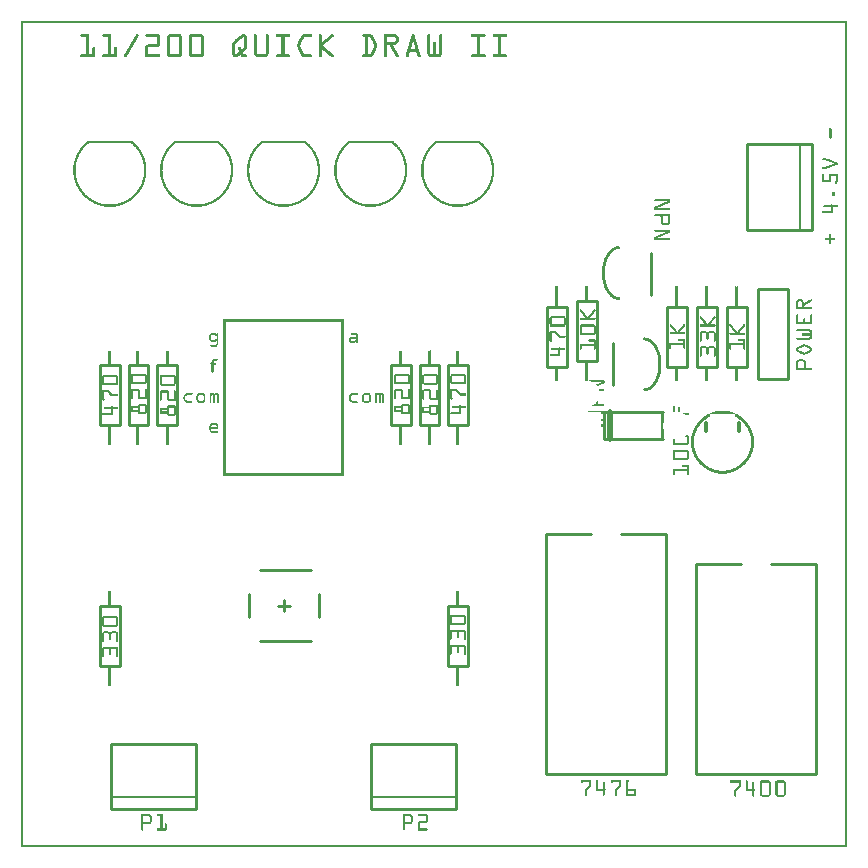
<source format=gto>
G04 MADE WITH FRITZING*
G04 WWW.FRITZING.ORG*
G04 DOUBLE SIDED*
G04 HOLES PLATED*
G04 CONTOUR ON CENTER OF CONTOUR VECTOR*
%ASAXBY*%
%FSLAX23Y23*%
%MOIN*%
%OFA0B0*%
%SFA1.0B1.0*%
%ADD10C,0.010000*%
%ADD11C,0.020000*%
%ADD12C,0.005000*%
%ADD13C,0.007874*%
%ADD14R,0.001000X0.001000*%
%LNSILK1*%
G90*
G70*
G54D10*
X1423Y606D02*
X1423Y806D01*
D02*
X1423Y806D02*
X1489Y806D01*
D02*
X1489Y806D02*
X1489Y606D01*
D02*
X1489Y606D02*
X1423Y606D01*
D02*
X264Y606D02*
X264Y806D01*
D02*
X264Y806D02*
X330Y806D01*
D02*
X330Y806D02*
X330Y606D01*
D02*
X330Y606D02*
X264Y606D01*
D02*
X1423Y1408D02*
X1423Y1608D01*
D02*
X1423Y1608D02*
X1489Y1608D01*
D02*
X1489Y1608D02*
X1489Y1408D01*
D02*
X1489Y1408D02*
X1423Y1408D01*
D02*
X263Y1409D02*
X263Y1609D01*
D02*
X263Y1609D02*
X329Y1609D01*
D02*
X329Y1609D02*
X329Y1409D01*
D02*
X329Y1409D02*
X263Y1409D01*
D02*
X1821Y1804D02*
X1821Y1604D01*
D02*
X1821Y1604D02*
X1755Y1604D01*
D02*
X1755Y1604D02*
X1755Y1804D01*
D02*
X1755Y1804D02*
X1821Y1804D01*
D02*
X2220Y1804D02*
X2220Y1603D01*
D02*
X2220Y1603D02*
X2154Y1603D01*
D02*
X2154Y1603D02*
X2154Y1804D01*
D02*
X2154Y1804D02*
X2220Y1804D01*
D02*
X2420Y1803D02*
X2420Y1603D01*
D02*
X2420Y1603D02*
X2354Y1603D01*
D02*
X2354Y1603D02*
X2354Y1803D01*
D02*
X2354Y1803D02*
X2420Y1803D01*
D02*
X1855Y1622D02*
X1855Y1822D01*
D02*
X1855Y1822D02*
X1921Y1822D01*
D02*
X1921Y1822D02*
X1921Y1622D01*
D02*
X1921Y1622D02*
X1855Y1622D01*
D02*
X2321Y1803D02*
X2321Y1603D01*
D02*
X2321Y1603D02*
X2255Y1603D01*
D02*
X2255Y1603D02*
X2255Y1803D01*
D02*
X2255Y1803D02*
X2321Y1803D01*
D02*
X1944Y1451D02*
X2139Y1451D01*
D02*
X2139Y1361D02*
X1944Y1361D01*
D02*
X1944Y1361D02*
X1944Y1451D01*
G54D11*
D02*
X1964Y1361D02*
X1964Y1451D01*
G54D10*
D02*
X2250Y946D02*
X2250Y246D01*
D02*
X2250Y246D02*
X2650Y246D01*
D02*
X2650Y246D02*
X2650Y946D01*
D02*
X2250Y946D02*
X2400Y946D01*
D02*
X2500Y946D02*
X2650Y946D01*
D02*
X1750Y1046D02*
X1750Y246D01*
D02*
X1750Y246D02*
X2150Y246D01*
D02*
X2150Y246D02*
X2150Y1046D01*
D02*
X1750Y1046D02*
X1900Y1046D01*
D02*
X2000Y1046D02*
X2150Y1046D01*
D02*
X1973Y1543D02*
X1973Y1683D01*
D02*
X2102Y1983D02*
X2102Y1843D01*
D02*
X2458Y1861D02*
X2458Y1561D01*
D02*
X2458Y1561D02*
X2558Y1561D01*
D02*
X2558Y1561D02*
X2558Y1861D01*
D02*
X2558Y1861D02*
X2458Y1861D01*
D02*
X1329Y1409D02*
X1329Y1609D01*
D02*
X1329Y1609D02*
X1395Y1609D01*
D02*
X1395Y1609D02*
X1395Y1409D01*
D02*
X1395Y1409D02*
X1329Y1409D01*
D02*
X455Y1408D02*
X455Y1608D01*
D02*
X455Y1608D02*
X521Y1608D01*
D02*
X521Y1608D02*
X521Y1408D01*
D02*
X521Y1408D02*
X455Y1408D01*
D02*
X359Y1408D02*
X359Y1608D01*
D02*
X359Y1608D02*
X425Y1608D01*
D02*
X425Y1608D02*
X425Y1408D01*
D02*
X425Y1408D02*
X359Y1408D01*
D02*
X1234Y1408D02*
X1234Y1608D01*
D02*
X1234Y1608D02*
X1300Y1608D01*
D02*
X1300Y1608D02*
X1300Y1408D01*
D02*
X1300Y1408D02*
X1234Y1408D01*
D02*
X995Y847D02*
X995Y768D01*
D02*
X798Y925D02*
X966Y925D01*
D02*
X798Y689D02*
X966Y689D01*
D02*
X759Y847D02*
X759Y768D01*
D02*
X877Y827D02*
X877Y788D01*
D02*
X897Y807D02*
X857Y807D01*
D02*
X1452Y346D02*
X1166Y346D01*
D02*
X1166Y346D02*
X1166Y130D01*
D02*
X1166Y130D02*
X1452Y130D01*
D02*
X1452Y130D02*
X1452Y346D01*
G54D12*
D02*
X1166Y170D02*
X1452Y170D01*
G54D10*
D02*
X585Y346D02*
X300Y346D01*
D02*
X300Y346D02*
X300Y130D01*
D02*
X300Y130D02*
X585Y130D01*
D02*
X585Y130D02*
X585Y346D01*
G54D12*
D02*
X300Y170D02*
X585Y170D01*
G54D10*
D02*
X2420Y2346D02*
X2420Y2060D01*
D02*
X2420Y2060D02*
X2636Y2060D01*
D02*
X2636Y2060D02*
X2636Y2346D01*
D02*
X2636Y2346D02*
X2420Y2346D01*
G54D12*
D02*
X2596Y2060D02*
X2596Y2346D01*
G54D13*
X1528Y2353D02*
X1386Y2353D01*
D02*
X1238Y2353D02*
X1096Y2353D01*
D02*
X947Y2353D02*
X805Y2353D01*
D02*
X657Y2353D02*
X515Y2353D01*
D02*
X368Y2353D02*
X226Y2353D01*
D02*
G54D14*
X0Y2756D02*
X2754Y2756D01*
X0Y2755D02*
X2754Y2755D01*
X0Y2754D02*
X2754Y2754D01*
X0Y2753D02*
X2754Y2753D01*
X0Y2752D02*
X2754Y2752D01*
X0Y2751D02*
X2754Y2751D01*
X0Y2750D02*
X2754Y2750D01*
X0Y2749D02*
X2754Y2749D01*
X0Y2748D02*
X7Y2748D01*
X2747Y2748D02*
X2754Y2748D01*
X0Y2747D02*
X7Y2747D01*
X2747Y2747D02*
X2754Y2747D01*
X0Y2746D02*
X7Y2746D01*
X2747Y2746D02*
X2754Y2746D01*
X0Y2745D02*
X7Y2745D01*
X2747Y2745D02*
X2754Y2745D01*
X0Y2744D02*
X7Y2744D01*
X2747Y2744D02*
X2754Y2744D01*
X0Y2743D02*
X7Y2743D01*
X2747Y2743D02*
X2754Y2743D01*
X0Y2742D02*
X7Y2742D01*
X2747Y2742D02*
X2754Y2742D01*
X0Y2741D02*
X7Y2741D01*
X2747Y2741D02*
X2754Y2741D01*
X0Y2740D02*
X7Y2740D01*
X2747Y2740D02*
X2754Y2740D01*
X0Y2739D02*
X7Y2739D01*
X2747Y2739D02*
X2754Y2739D01*
X0Y2738D02*
X7Y2738D01*
X2747Y2738D02*
X2754Y2738D01*
X0Y2737D02*
X7Y2737D01*
X2747Y2737D02*
X2754Y2737D01*
X0Y2736D02*
X7Y2736D01*
X2747Y2736D02*
X2754Y2736D01*
X0Y2735D02*
X7Y2735D01*
X2747Y2735D02*
X2754Y2735D01*
X0Y2734D02*
X7Y2734D01*
X2747Y2734D02*
X2754Y2734D01*
X0Y2733D02*
X7Y2733D01*
X2747Y2733D02*
X2754Y2733D01*
X0Y2732D02*
X7Y2732D01*
X2747Y2732D02*
X2754Y2732D01*
X0Y2731D02*
X7Y2731D01*
X2747Y2731D02*
X2754Y2731D01*
X0Y2730D02*
X7Y2730D01*
X2747Y2730D02*
X2754Y2730D01*
X0Y2729D02*
X7Y2729D01*
X2747Y2729D02*
X2754Y2729D01*
X0Y2728D02*
X7Y2728D01*
X2747Y2728D02*
X2754Y2728D01*
X0Y2727D02*
X7Y2727D01*
X2747Y2727D02*
X2754Y2727D01*
X0Y2726D02*
X7Y2726D01*
X2747Y2726D02*
X2754Y2726D01*
X0Y2725D02*
X7Y2725D01*
X2747Y2725D02*
X2754Y2725D01*
X0Y2724D02*
X7Y2724D01*
X2747Y2724D02*
X2754Y2724D01*
X0Y2723D02*
X7Y2723D01*
X2747Y2723D02*
X2754Y2723D01*
X0Y2722D02*
X7Y2722D01*
X2747Y2722D02*
X2754Y2722D01*
X0Y2721D02*
X7Y2721D01*
X2747Y2721D02*
X2754Y2721D01*
X0Y2720D02*
X7Y2720D01*
X2747Y2720D02*
X2754Y2720D01*
X0Y2719D02*
X7Y2719D01*
X2747Y2719D02*
X2754Y2719D01*
X0Y2718D02*
X7Y2718D01*
X2747Y2718D02*
X2754Y2718D01*
X0Y2717D02*
X7Y2717D01*
X2747Y2717D02*
X2754Y2717D01*
X0Y2716D02*
X7Y2716D01*
X2747Y2716D02*
X2754Y2716D01*
X0Y2715D02*
X7Y2715D01*
X2747Y2715D02*
X2754Y2715D01*
X0Y2714D02*
X7Y2714D01*
X2747Y2714D02*
X2754Y2714D01*
X0Y2713D02*
X7Y2713D01*
X2747Y2713D02*
X2754Y2713D01*
X0Y2712D02*
X7Y2712D01*
X203Y2712D02*
X228Y2712D01*
X275Y2712D02*
X300Y2712D01*
X387Y2712D02*
X389Y2712D01*
X419Y2712D02*
X457Y2712D01*
X496Y2712D02*
X529Y2712D01*
X568Y2712D02*
X602Y2712D01*
X740Y2712D02*
X744Y2712D01*
X781Y2712D02*
X783Y2712D01*
X821Y2712D02*
X823Y2712D01*
X853Y2712D02*
X895Y2712D01*
X945Y2712D02*
X967Y2712D01*
X998Y2712D02*
X1000Y2712D01*
X1037Y2712D02*
X1039Y2712D01*
X1142Y2712D02*
X1164Y2712D01*
X1211Y2712D02*
X1248Y2712D01*
X1306Y2712D02*
X1309Y2712D01*
X1359Y2712D02*
X1361Y2712D01*
X1399Y2712D02*
X1401Y2712D01*
X1504Y2712D02*
X1545Y2712D01*
X1576Y2712D02*
X1618Y2712D01*
X2747Y2712D02*
X2754Y2712D01*
X0Y2711D02*
X7Y2711D01*
X201Y2711D02*
X228Y2711D01*
X273Y2711D02*
X300Y2711D01*
X385Y2711D02*
X391Y2711D01*
X418Y2711D02*
X459Y2711D01*
X494Y2711D02*
X532Y2711D01*
X566Y2711D02*
X604Y2711D01*
X737Y2711D02*
X747Y2711D01*
X779Y2711D02*
X785Y2711D01*
X819Y2711D02*
X824Y2711D01*
X851Y2711D02*
X897Y2711D01*
X942Y2711D02*
X969Y2711D01*
X996Y2711D02*
X1001Y2711D01*
X1035Y2711D02*
X1041Y2711D01*
X1140Y2711D02*
X1167Y2711D01*
X1211Y2711D02*
X1251Y2711D01*
X1305Y2711D02*
X1310Y2711D01*
X1357Y2711D02*
X1363Y2711D01*
X1397Y2711D02*
X1403Y2711D01*
X1502Y2711D02*
X1547Y2711D01*
X1574Y2711D02*
X1619Y2711D01*
X2747Y2711D02*
X2754Y2711D01*
X0Y2710D02*
X7Y2710D01*
X200Y2710D02*
X228Y2710D01*
X272Y2710D02*
X300Y2710D01*
X384Y2710D02*
X392Y2710D01*
X417Y2710D02*
X461Y2710D01*
X492Y2710D02*
X533Y2710D01*
X564Y2710D02*
X605Y2710D01*
X735Y2710D02*
X749Y2710D01*
X778Y2710D02*
X786Y2710D01*
X818Y2710D02*
X825Y2710D01*
X851Y2710D02*
X897Y2710D01*
X940Y2710D02*
X970Y2710D01*
X995Y2710D02*
X1002Y2710D01*
X1034Y2710D02*
X1042Y2710D01*
X1140Y2710D02*
X1169Y2710D01*
X1211Y2710D02*
X1253Y2710D01*
X1304Y2710D02*
X1311Y2710D01*
X1356Y2710D02*
X1364Y2710D01*
X1396Y2710D02*
X1403Y2710D01*
X1501Y2710D02*
X1548Y2710D01*
X1573Y2710D02*
X1620Y2710D01*
X2747Y2710D02*
X2754Y2710D01*
X0Y2709D02*
X7Y2709D01*
X200Y2709D02*
X228Y2709D01*
X272Y2709D02*
X300Y2709D01*
X384Y2709D02*
X392Y2709D01*
X416Y2709D02*
X462Y2709D01*
X491Y2709D02*
X534Y2709D01*
X563Y2709D02*
X607Y2709D01*
X734Y2709D02*
X750Y2709D01*
X778Y2709D02*
X786Y2709D01*
X817Y2709D02*
X826Y2709D01*
X850Y2709D02*
X898Y2709D01*
X938Y2709D02*
X970Y2709D01*
X995Y2709D02*
X1003Y2709D01*
X1033Y2709D02*
X1043Y2709D01*
X1139Y2709D02*
X1170Y2709D01*
X1211Y2709D02*
X1254Y2709D01*
X1303Y2709D02*
X1312Y2709D01*
X1356Y2709D02*
X1364Y2709D01*
X1396Y2709D02*
X1404Y2709D01*
X1500Y2709D02*
X1549Y2709D01*
X1573Y2709D02*
X1621Y2709D01*
X2747Y2709D02*
X2754Y2709D01*
X0Y2708D02*
X7Y2708D01*
X199Y2708D02*
X228Y2708D01*
X272Y2708D02*
X300Y2708D01*
X383Y2708D02*
X392Y2708D01*
X416Y2708D02*
X463Y2708D01*
X490Y2708D02*
X535Y2708D01*
X562Y2708D02*
X607Y2708D01*
X733Y2708D02*
X751Y2708D01*
X778Y2708D02*
X786Y2708D01*
X817Y2708D02*
X826Y2708D01*
X850Y2708D02*
X898Y2708D01*
X937Y2708D02*
X971Y2708D01*
X994Y2708D02*
X1003Y2708D01*
X1032Y2708D02*
X1043Y2708D01*
X1139Y2708D02*
X1172Y2708D01*
X1211Y2708D02*
X1255Y2708D01*
X1303Y2708D02*
X1312Y2708D01*
X1356Y2708D02*
X1365Y2708D01*
X1395Y2708D02*
X1404Y2708D01*
X1500Y2708D02*
X1549Y2708D01*
X1573Y2708D02*
X1621Y2708D01*
X2747Y2708D02*
X2754Y2708D01*
X0Y2707D02*
X7Y2707D01*
X199Y2707D02*
X228Y2707D01*
X272Y2707D02*
X300Y2707D01*
X382Y2707D02*
X392Y2707D01*
X416Y2707D02*
X463Y2707D01*
X490Y2707D02*
X536Y2707D01*
X562Y2707D02*
X608Y2707D01*
X732Y2707D02*
X752Y2707D01*
X777Y2707D02*
X786Y2707D01*
X817Y2707D02*
X826Y2707D01*
X850Y2707D02*
X898Y2707D01*
X936Y2707D02*
X971Y2707D01*
X994Y2707D02*
X1003Y2707D01*
X1031Y2707D02*
X1043Y2707D01*
X1139Y2707D02*
X1173Y2707D01*
X1211Y2707D02*
X1256Y2707D01*
X1303Y2707D02*
X1312Y2707D01*
X1356Y2707D02*
X1365Y2707D01*
X1395Y2707D02*
X1404Y2707D01*
X1500Y2707D02*
X1549Y2707D01*
X1572Y2707D02*
X1621Y2707D01*
X2747Y2707D02*
X2754Y2707D01*
X0Y2706D02*
X7Y2706D01*
X199Y2706D02*
X228Y2706D01*
X272Y2706D02*
X300Y2706D01*
X382Y2706D02*
X392Y2706D01*
X416Y2706D02*
X464Y2706D01*
X489Y2706D02*
X536Y2706D01*
X561Y2706D02*
X609Y2706D01*
X731Y2706D02*
X752Y2706D01*
X777Y2706D02*
X786Y2706D01*
X817Y2706D02*
X826Y2706D01*
X850Y2706D02*
X898Y2706D01*
X936Y2706D02*
X970Y2706D01*
X994Y2706D02*
X1003Y2706D01*
X1030Y2706D02*
X1043Y2706D01*
X1139Y2706D02*
X1174Y2706D01*
X1211Y2706D02*
X1257Y2706D01*
X1302Y2706D02*
X1313Y2706D01*
X1356Y2706D02*
X1365Y2706D01*
X1395Y2706D02*
X1404Y2706D01*
X1500Y2706D02*
X1549Y2706D01*
X1573Y2706D02*
X1621Y2706D01*
X2747Y2706D02*
X2754Y2706D01*
X0Y2705D02*
X7Y2705D01*
X200Y2705D02*
X228Y2705D01*
X272Y2705D02*
X300Y2705D01*
X381Y2705D02*
X392Y2705D01*
X417Y2705D02*
X464Y2705D01*
X489Y2705D02*
X537Y2705D01*
X561Y2705D02*
X609Y2705D01*
X729Y2705D02*
X753Y2705D01*
X777Y2705D02*
X786Y2705D01*
X817Y2705D02*
X826Y2705D01*
X850Y2705D02*
X898Y2705D01*
X935Y2705D02*
X970Y2705D01*
X994Y2705D02*
X1003Y2705D01*
X1028Y2705D02*
X1042Y2705D01*
X1139Y2705D02*
X1174Y2705D01*
X1211Y2705D02*
X1258Y2705D01*
X1302Y2705D02*
X1313Y2705D01*
X1356Y2705D02*
X1365Y2705D01*
X1395Y2705D02*
X1404Y2705D01*
X1501Y2705D02*
X1548Y2705D01*
X1573Y2705D02*
X1621Y2705D01*
X2747Y2705D02*
X2754Y2705D01*
X0Y2704D02*
X7Y2704D01*
X200Y2704D02*
X228Y2704D01*
X273Y2704D02*
X300Y2704D01*
X381Y2704D02*
X391Y2704D01*
X417Y2704D02*
X465Y2704D01*
X488Y2704D02*
X537Y2704D01*
X561Y2704D02*
X609Y2704D01*
X728Y2704D02*
X753Y2704D01*
X777Y2704D02*
X786Y2704D01*
X817Y2704D02*
X826Y2704D01*
X851Y2704D02*
X897Y2704D01*
X934Y2704D02*
X969Y2704D01*
X994Y2704D02*
X1003Y2704D01*
X1027Y2704D02*
X1042Y2704D01*
X1140Y2704D02*
X1175Y2704D01*
X1211Y2704D02*
X1258Y2704D01*
X1302Y2704D02*
X1313Y2704D01*
X1356Y2704D02*
X1365Y2704D01*
X1395Y2704D02*
X1404Y2704D01*
X1501Y2704D02*
X1548Y2704D01*
X1574Y2704D02*
X1620Y2704D01*
X2747Y2704D02*
X2754Y2704D01*
X0Y2703D02*
X7Y2703D01*
X202Y2703D02*
X228Y2703D01*
X274Y2703D02*
X300Y2703D01*
X380Y2703D02*
X391Y2703D01*
X418Y2703D02*
X465Y2703D01*
X488Y2703D02*
X537Y2703D01*
X561Y2703D02*
X609Y2703D01*
X727Y2703D02*
X753Y2703D01*
X777Y2703D02*
X786Y2703D01*
X817Y2703D02*
X826Y2703D01*
X852Y2703D02*
X896Y2703D01*
X934Y2703D02*
X968Y2703D01*
X994Y2703D02*
X1003Y2703D01*
X1026Y2703D02*
X1041Y2703D01*
X1141Y2703D02*
X1175Y2703D01*
X1211Y2703D02*
X1259Y2703D01*
X1302Y2703D02*
X1314Y2703D01*
X1356Y2703D02*
X1365Y2703D01*
X1395Y2703D02*
X1404Y2703D01*
X1503Y2703D02*
X1546Y2703D01*
X1575Y2703D02*
X1619Y2703D01*
X2747Y2703D02*
X2754Y2703D01*
X0Y2702D02*
X7Y2702D01*
X219Y2702D02*
X228Y2702D01*
X291Y2702D02*
X300Y2702D01*
X379Y2702D02*
X390Y2702D01*
X455Y2702D02*
X465Y2702D01*
X488Y2702D02*
X498Y2702D01*
X528Y2702D02*
X537Y2702D01*
X561Y2702D02*
X570Y2702D01*
X600Y2702D02*
X609Y2702D01*
X726Y2702D02*
X741Y2702D01*
X743Y2702D02*
X754Y2702D01*
X777Y2702D02*
X786Y2702D01*
X817Y2702D02*
X826Y2702D01*
X869Y2702D02*
X879Y2702D01*
X933Y2702D02*
X946Y2702D01*
X994Y2702D02*
X1003Y2702D01*
X1025Y2702D02*
X1040Y2702D01*
X1148Y2702D02*
X1158Y2702D01*
X1164Y2702D02*
X1176Y2702D01*
X1211Y2702D02*
X1220Y2702D01*
X1247Y2702D02*
X1259Y2702D01*
X1301Y2702D02*
X1314Y2702D01*
X1356Y2702D02*
X1365Y2702D01*
X1395Y2702D02*
X1404Y2702D01*
X1520Y2702D02*
X1529Y2702D01*
X1592Y2702D02*
X1601Y2702D01*
X2747Y2702D02*
X2754Y2702D01*
X0Y2701D02*
X7Y2701D01*
X219Y2701D02*
X228Y2701D01*
X291Y2701D02*
X300Y2701D01*
X379Y2701D02*
X390Y2701D01*
X456Y2701D02*
X465Y2701D01*
X488Y2701D02*
X497Y2701D01*
X528Y2701D02*
X537Y2701D01*
X561Y2701D02*
X570Y2701D01*
X600Y2701D02*
X609Y2701D01*
X725Y2701D02*
X739Y2701D01*
X744Y2701D02*
X754Y2701D01*
X777Y2701D02*
X786Y2701D01*
X817Y2701D02*
X826Y2701D01*
X869Y2701D02*
X879Y2701D01*
X933Y2701D02*
X944Y2701D01*
X994Y2701D02*
X1003Y2701D01*
X1024Y2701D02*
X1038Y2701D01*
X1149Y2701D02*
X1158Y2701D01*
X1166Y2701D02*
X1176Y2701D01*
X1211Y2701D02*
X1220Y2701D01*
X1249Y2701D02*
X1259Y2701D01*
X1301Y2701D02*
X1314Y2701D01*
X1356Y2701D02*
X1365Y2701D01*
X1395Y2701D02*
X1404Y2701D01*
X1520Y2701D02*
X1529Y2701D01*
X1592Y2701D02*
X1601Y2701D01*
X2747Y2701D02*
X2754Y2701D01*
X0Y2700D02*
X7Y2700D01*
X219Y2700D02*
X228Y2700D01*
X291Y2700D02*
X300Y2700D01*
X378Y2700D02*
X389Y2700D01*
X456Y2700D02*
X465Y2700D01*
X488Y2700D02*
X497Y2700D01*
X528Y2700D02*
X537Y2700D01*
X561Y2700D02*
X570Y2700D01*
X600Y2700D02*
X609Y2700D01*
X724Y2700D02*
X738Y2700D01*
X745Y2700D02*
X754Y2700D01*
X777Y2700D02*
X786Y2700D01*
X817Y2700D02*
X826Y2700D01*
X869Y2700D02*
X879Y2700D01*
X932Y2700D02*
X943Y2700D01*
X994Y2700D02*
X1003Y2700D01*
X1023Y2700D02*
X1037Y2700D01*
X1149Y2700D02*
X1158Y2700D01*
X1166Y2700D02*
X1177Y2700D01*
X1211Y2700D02*
X1220Y2700D01*
X1250Y2700D02*
X1260Y2700D01*
X1301Y2700D02*
X1315Y2700D01*
X1356Y2700D02*
X1365Y2700D01*
X1395Y2700D02*
X1404Y2700D01*
X1520Y2700D02*
X1529Y2700D01*
X1592Y2700D02*
X1601Y2700D01*
X2747Y2700D02*
X2754Y2700D01*
X0Y2699D02*
X7Y2699D01*
X219Y2699D02*
X228Y2699D01*
X291Y2699D02*
X300Y2699D01*
X378Y2699D02*
X388Y2699D01*
X456Y2699D02*
X465Y2699D01*
X488Y2699D02*
X497Y2699D01*
X528Y2699D02*
X537Y2699D01*
X561Y2699D02*
X570Y2699D01*
X600Y2699D02*
X609Y2699D01*
X722Y2699D02*
X737Y2699D01*
X745Y2699D02*
X754Y2699D01*
X777Y2699D02*
X786Y2699D01*
X817Y2699D02*
X826Y2699D01*
X869Y2699D02*
X879Y2699D01*
X932Y2699D02*
X942Y2699D01*
X994Y2699D02*
X1003Y2699D01*
X1021Y2699D02*
X1036Y2699D01*
X1149Y2699D02*
X1158Y2699D01*
X1167Y2699D02*
X1177Y2699D01*
X1211Y2699D02*
X1220Y2699D01*
X1250Y2699D02*
X1260Y2699D01*
X1300Y2699D02*
X1315Y2699D01*
X1356Y2699D02*
X1365Y2699D01*
X1395Y2699D02*
X1404Y2699D01*
X1520Y2699D02*
X1529Y2699D01*
X1592Y2699D02*
X1601Y2699D01*
X2747Y2699D02*
X2754Y2699D01*
X0Y2698D02*
X7Y2698D01*
X219Y2698D02*
X228Y2698D01*
X291Y2698D02*
X300Y2698D01*
X377Y2698D02*
X388Y2698D01*
X456Y2698D02*
X465Y2698D01*
X488Y2698D02*
X497Y2698D01*
X528Y2698D02*
X537Y2698D01*
X561Y2698D02*
X570Y2698D01*
X600Y2698D02*
X609Y2698D01*
X721Y2698D02*
X736Y2698D01*
X745Y2698D02*
X754Y2698D01*
X777Y2698D02*
X786Y2698D01*
X817Y2698D02*
X826Y2698D01*
X869Y2698D02*
X879Y2698D01*
X931Y2698D02*
X942Y2698D01*
X994Y2698D02*
X1003Y2698D01*
X1020Y2698D02*
X1035Y2698D01*
X1149Y2698D02*
X1158Y2698D01*
X1167Y2698D02*
X1178Y2698D01*
X1211Y2698D02*
X1220Y2698D01*
X1251Y2698D02*
X1260Y2698D01*
X1300Y2698D02*
X1315Y2698D01*
X1356Y2698D02*
X1365Y2698D01*
X1395Y2698D02*
X1404Y2698D01*
X1520Y2698D02*
X1529Y2698D01*
X1592Y2698D02*
X1601Y2698D01*
X2747Y2698D02*
X2754Y2698D01*
X0Y2697D02*
X7Y2697D01*
X219Y2697D02*
X228Y2697D01*
X291Y2697D02*
X300Y2697D01*
X377Y2697D02*
X387Y2697D01*
X456Y2697D02*
X465Y2697D01*
X488Y2697D02*
X497Y2697D01*
X528Y2697D02*
X537Y2697D01*
X561Y2697D02*
X570Y2697D01*
X600Y2697D02*
X609Y2697D01*
X720Y2697D02*
X735Y2697D01*
X745Y2697D02*
X754Y2697D01*
X777Y2697D02*
X786Y2697D01*
X817Y2697D02*
X826Y2697D01*
X869Y2697D02*
X879Y2697D01*
X931Y2697D02*
X941Y2697D01*
X994Y2697D02*
X1003Y2697D01*
X1019Y2697D02*
X1034Y2697D01*
X1149Y2697D02*
X1158Y2697D01*
X1168Y2697D02*
X1178Y2697D01*
X1211Y2697D02*
X1220Y2697D01*
X1251Y2697D02*
X1260Y2697D01*
X1300Y2697D02*
X1315Y2697D01*
X1356Y2697D02*
X1365Y2697D01*
X1395Y2697D02*
X1404Y2697D01*
X1520Y2697D02*
X1529Y2697D01*
X1592Y2697D02*
X1601Y2697D01*
X2747Y2697D02*
X2754Y2697D01*
X0Y2696D02*
X7Y2696D01*
X219Y2696D02*
X228Y2696D01*
X291Y2696D02*
X300Y2696D01*
X376Y2696D02*
X387Y2696D01*
X456Y2696D02*
X465Y2696D01*
X488Y2696D02*
X497Y2696D01*
X528Y2696D02*
X537Y2696D01*
X561Y2696D02*
X570Y2696D01*
X600Y2696D02*
X609Y2696D01*
X719Y2696D02*
X734Y2696D01*
X745Y2696D02*
X754Y2696D01*
X777Y2696D02*
X786Y2696D01*
X817Y2696D02*
X826Y2696D01*
X869Y2696D02*
X879Y2696D01*
X930Y2696D02*
X941Y2696D01*
X994Y2696D02*
X1003Y2696D01*
X1018Y2696D02*
X1033Y2696D01*
X1149Y2696D02*
X1158Y2696D01*
X1168Y2696D02*
X1179Y2696D01*
X1211Y2696D02*
X1220Y2696D01*
X1251Y2696D02*
X1260Y2696D01*
X1300Y2696D02*
X1316Y2696D01*
X1356Y2696D02*
X1365Y2696D01*
X1395Y2696D02*
X1404Y2696D01*
X1520Y2696D02*
X1529Y2696D01*
X1592Y2696D02*
X1601Y2696D01*
X2747Y2696D02*
X2754Y2696D01*
X0Y2695D02*
X7Y2695D01*
X219Y2695D02*
X228Y2695D01*
X291Y2695D02*
X300Y2695D01*
X375Y2695D02*
X386Y2695D01*
X456Y2695D02*
X465Y2695D01*
X488Y2695D02*
X497Y2695D01*
X528Y2695D02*
X537Y2695D01*
X561Y2695D02*
X570Y2695D01*
X600Y2695D02*
X609Y2695D01*
X718Y2695D02*
X732Y2695D01*
X745Y2695D02*
X754Y2695D01*
X777Y2695D02*
X786Y2695D01*
X817Y2695D02*
X826Y2695D01*
X869Y2695D02*
X879Y2695D01*
X930Y2695D02*
X940Y2695D01*
X994Y2695D02*
X1003Y2695D01*
X1017Y2695D02*
X1031Y2695D01*
X1149Y2695D02*
X1158Y2695D01*
X1169Y2695D02*
X1179Y2695D01*
X1211Y2695D02*
X1220Y2695D01*
X1251Y2695D02*
X1260Y2695D01*
X1299Y2695D02*
X1316Y2695D01*
X1356Y2695D02*
X1365Y2695D01*
X1395Y2695D02*
X1404Y2695D01*
X1520Y2695D02*
X1529Y2695D01*
X1592Y2695D02*
X1601Y2695D01*
X2747Y2695D02*
X2754Y2695D01*
X0Y2694D02*
X7Y2694D01*
X219Y2694D02*
X228Y2694D01*
X291Y2694D02*
X300Y2694D01*
X375Y2694D02*
X386Y2694D01*
X456Y2694D02*
X465Y2694D01*
X488Y2694D02*
X497Y2694D01*
X528Y2694D02*
X537Y2694D01*
X561Y2694D02*
X570Y2694D01*
X600Y2694D02*
X609Y2694D01*
X716Y2694D02*
X731Y2694D01*
X745Y2694D02*
X754Y2694D01*
X777Y2694D02*
X786Y2694D01*
X817Y2694D02*
X826Y2694D01*
X869Y2694D02*
X879Y2694D01*
X929Y2694D02*
X940Y2694D01*
X994Y2694D02*
X1003Y2694D01*
X1016Y2694D02*
X1030Y2694D01*
X1149Y2694D02*
X1158Y2694D01*
X1169Y2694D02*
X1180Y2694D01*
X1211Y2694D02*
X1220Y2694D01*
X1251Y2694D02*
X1260Y2694D01*
X1299Y2694D02*
X1316Y2694D01*
X1356Y2694D02*
X1365Y2694D01*
X1395Y2694D02*
X1404Y2694D01*
X1520Y2694D02*
X1529Y2694D01*
X1592Y2694D02*
X1601Y2694D01*
X2747Y2694D02*
X2754Y2694D01*
X0Y2693D02*
X7Y2693D01*
X219Y2693D02*
X228Y2693D01*
X291Y2693D02*
X300Y2693D01*
X374Y2693D02*
X385Y2693D01*
X456Y2693D02*
X465Y2693D01*
X488Y2693D02*
X497Y2693D01*
X528Y2693D02*
X537Y2693D01*
X561Y2693D02*
X570Y2693D01*
X600Y2693D02*
X609Y2693D01*
X715Y2693D02*
X730Y2693D01*
X745Y2693D02*
X754Y2693D01*
X777Y2693D02*
X786Y2693D01*
X817Y2693D02*
X826Y2693D01*
X869Y2693D02*
X879Y2693D01*
X929Y2693D02*
X939Y2693D01*
X994Y2693D02*
X1003Y2693D01*
X1014Y2693D02*
X1029Y2693D01*
X1149Y2693D02*
X1158Y2693D01*
X1170Y2693D02*
X1180Y2693D01*
X1211Y2693D02*
X1220Y2693D01*
X1251Y2693D02*
X1260Y2693D01*
X1299Y2693D02*
X1317Y2693D01*
X1356Y2693D02*
X1365Y2693D01*
X1395Y2693D02*
X1404Y2693D01*
X1520Y2693D02*
X1529Y2693D01*
X1592Y2693D02*
X1601Y2693D01*
X2747Y2693D02*
X2754Y2693D01*
X0Y2692D02*
X7Y2692D01*
X219Y2692D02*
X228Y2692D01*
X291Y2692D02*
X300Y2692D01*
X374Y2692D02*
X384Y2692D01*
X456Y2692D02*
X465Y2692D01*
X488Y2692D02*
X497Y2692D01*
X528Y2692D02*
X537Y2692D01*
X561Y2692D02*
X570Y2692D01*
X600Y2692D02*
X609Y2692D01*
X714Y2692D02*
X729Y2692D01*
X745Y2692D02*
X754Y2692D01*
X777Y2692D02*
X786Y2692D01*
X817Y2692D02*
X826Y2692D01*
X869Y2692D02*
X879Y2692D01*
X928Y2692D02*
X939Y2692D01*
X994Y2692D02*
X1003Y2692D01*
X1013Y2692D02*
X1028Y2692D01*
X1149Y2692D02*
X1158Y2692D01*
X1170Y2692D02*
X1181Y2692D01*
X1211Y2692D02*
X1220Y2692D01*
X1251Y2692D02*
X1260Y2692D01*
X1298Y2692D02*
X1317Y2692D01*
X1356Y2692D02*
X1365Y2692D01*
X1395Y2692D02*
X1404Y2692D01*
X1520Y2692D02*
X1529Y2692D01*
X1592Y2692D02*
X1601Y2692D01*
X2747Y2692D02*
X2754Y2692D01*
X0Y2691D02*
X7Y2691D01*
X219Y2691D02*
X228Y2691D01*
X291Y2691D02*
X300Y2691D01*
X373Y2691D02*
X384Y2691D01*
X456Y2691D02*
X465Y2691D01*
X488Y2691D02*
X497Y2691D01*
X528Y2691D02*
X537Y2691D01*
X561Y2691D02*
X570Y2691D01*
X600Y2691D02*
X609Y2691D01*
X713Y2691D02*
X728Y2691D01*
X745Y2691D02*
X754Y2691D01*
X777Y2691D02*
X786Y2691D01*
X817Y2691D02*
X826Y2691D01*
X869Y2691D02*
X879Y2691D01*
X928Y2691D02*
X938Y2691D01*
X994Y2691D02*
X1003Y2691D01*
X1012Y2691D02*
X1027Y2691D01*
X1149Y2691D02*
X1158Y2691D01*
X1171Y2691D02*
X1181Y2691D01*
X1211Y2691D02*
X1220Y2691D01*
X1251Y2691D02*
X1260Y2691D01*
X1298Y2691D02*
X1317Y2691D01*
X1356Y2691D02*
X1365Y2691D01*
X1395Y2691D02*
X1404Y2691D01*
X1520Y2691D02*
X1529Y2691D01*
X1592Y2691D02*
X1601Y2691D01*
X2747Y2691D02*
X2754Y2691D01*
X0Y2690D02*
X7Y2690D01*
X219Y2690D02*
X228Y2690D01*
X291Y2690D02*
X300Y2690D01*
X372Y2690D02*
X383Y2690D01*
X456Y2690D02*
X465Y2690D01*
X488Y2690D02*
X497Y2690D01*
X528Y2690D02*
X537Y2690D01*
X561Y2690D02*
X570Y2690D01*
X600Y2690D02*
X609Y2690D01*
X712Y2690D02*
X726Y2690D01*
X745Y2690D02*
X754Y2690D01*
X777Y2690D02*
X786Y2690D01*
X817Y2690D02*
X826Y2690D01*
X869Y2690D02*
X879Y2690D01*
X927Y2690D02*
X938Y2690D01*
X994Y2690D02*
X1003Y2690D01*
X1011Y2690D02*
X1025Y2690D01*
X1149Y2690D02*
X1158Y2690D01*
X1171Y2690D02*
X1182Y2690D01*
X1211Y2690D02*
X1220Y2690D01*
X1250Y2690D02*
X1260Y2690D01*
X1298Y2690D02*
X1317Y2690D01*
X1356Y2690D02*
X1365Y2690D01*
X1395Y2690D02*
X1404Y2690D01*
X1520Y2690D02*
X1529Y2690D01*
X1592Y2690D02*
X1601Y2690D01*
X2747Y2690D02*
X2754Y2690D01*
X0Y2689D02*
X7Y2689D01*
X219Y2689D02*
X228Y2689D01*
X291Y2689D02*
X300Y2689D01*
X372Y2689D02*
X383Y2689D01*
X456Y2689D02*
X465Y2689D01*
X488Y2689D02*
X497Y2689D01*
X528Y2689D02*
X537Y2689D01*
X561Y2689D02*
X570Y2689D01*
X600Y2689D02*
X609Y2689D01*
X711Y2689D02*
X725Y2689D01*
X745Y2689D02*
X754Y2689D01*
X777Y2689D02*
X786Y2689D01*
X817Y2689D02*
X826Y2689D01*
X869Y2689D02*
X879Y2689D01*
X927Y2689D02*
X937Y2689D01*
X994Y2689D02*
X1003Y2689D01*
X1010Y2689D02*
X1024Y2689D01*
X1149Y2689D02*
X1158Y2689D01*
X1172Y2689D02*
X1182Y2689D01*
X1211Y2689D02*
X1220Y2689D01*
X1250Y2689D02*
X1260Y2689D01*
X1298Y2689D02*
X1318Y2689D01*
X1356Y2689D02*
X1365Y2689D01*
X1395Y2689D02*
X1404Y2689D01*
X1520Y2689D02*
X1529Y2689D01*
X1592Y2689D02*
X1601Y2689D01*
X2747Y2689D02*
X2754Y2689D01*
X0Y2688D02*
X7Y2688D01*
X219Y2688D02*
X228Y2688D01*
X291Y2688D02*
X300Y2688D01*
X371Y2688D02*
X382Y2688D01*
X456Y2688D02*
X465Y2688D01*
X488Y2688D02*
X497Y2688D01*
X528Y2688D02*
X537Y2688D01*
X561Y2688D02*
X570Y2688D01*
X600Y2688D02*
X609Y2688D01*
X710Y2688D02*
X724Y2688D01*
X745Y2688D02*
X754Y2688D01*
X777Y2688D02*
X786Y2688D01*
X817Y2688D02*
X826Y2688D01*
X869Y2688D02*
X879Y2688D01*
X926Y2688D02*
X937Y2688D01*
X994Y2688D02*
X1003Y2688D01*
X1009Y2688D02*
X1023Y2688D01*
X1149Y2688D02*
X1158Y2688D01*
X1173Y2688D02*
X1183Y2688D01*
X1211Y2688D02*
X1220Y2688D01*
X1249Y2688D02*
X1259Y2688D01*
X1297Y2688D02*
X1318Y2688D01*
X1356Y2688D02*
X1365Y2688D01*
X1395Y2688D02*
X1404Y2688D01*
X1520Y2688D02*
X1529Y2688D01*
X1592Y2688D02*
X1601Y2688D01*
X2747Y2688D02*
X2754Y2688D01*
X0Y2687D02*
X7Y2687D01*
X219Y2687D02*
X228Y2687D01*
X291Y2687D02*
X300Y2687D01*
X371Y2687D02*
X381Y2687D01*
X456Y2687D02*
X465Y2687D01*
X488Y2687D02*
X497Y2687D01*
X528Y2687D02*
X537Y2687D01*
X561Y2687D02*
X570Y2687D01*
X600Y2687D02*
X609Y2687D01*
X709Y2687D02*
X723Y2687D01*
X745Y2687D02*
X754Y2687D01*
X777Y2687D02*
X786Y2687D01*
X817Y2687D02*
X826Y2687D01*
X869Y2687D02*
X879Y2687D01*
X926Y2687D02*
X936Y2687D01*
X994Y2687D02*
X1003Y2687D01*
X1007Y2687D02*
X1022Y2687D01*
X1149Y2687D02*
X1158Y2687D01*
X1173Y2687D02*
X1183Y2687D01*
X1211Y2687D02*
X1220Y2687D01*
X1247Y2687D02*
X1259Y2687D01*
X1297Y2687D02*
X1306Y2687D01*
X1309Y2687D02*
X1318Y2687D01*
X1356Y2687D02*
X1365Y2687D01*
X1395Y2687D02*
X1404Y2687D01*
X1520Y2687D02*
X1529Y2687D01*
X1592Y2687D02*
X1601Y2687D01*
X2747Y2687D02*
X2754Y2687D01*
X0Y2686D02*
X7Y2686D01*
X219Y2686D02*
X228Y2686D01*
X291Y2686D02*
X300Y2686D01*
X370Y2686D02*
X381Y2686D01*
X456Y2686D02*
X465Y2686D01*
X488Y2686D02*
X497Y2686D01*
X528Y2686D02*
X537Y2686D01*
X561Y2686D02*
X570Y2686D01*
X600Y2686D02*
X609Y2686D01*
X708Y2686D02*
X722Y2686D01*
X745Y2686D02*
X754Y2686D01*
X777Y2686D02*
X786Y2686D01*
X817Y2686D02*
X826Y2686D01*
X869Y2686D02*
X879Y2686D01*
X926Y2686D02*
X936Y2686D01*
X994Y2686D02*
X1003Y2686D01*
X1006Y2686D02*
X1021Y2686D01*
X1149Y2686D02*
X1158Y2686D01*
X1174Y2686D02*
X1184Y2686D01*
X1211Y2686D02*
X1259Y2686D01*
X1297Y2686D02*
X1306Y2686D01*
X1309Y2686D02*
X1319Y2686D01*
X1356Y2686D02*
X1365Y2686D01*
X1378Y2686D02*
X1382Y2686D01*
X1395Y2686D02*
X1404Y2686D01*
X1520Y2686D02*
X1529Y2686D01*
X1592Y2686D02*
X1601Y2686D01*
X2747Y2686D02*
X2754Y2686D01*
X0Y2685D02*
X7Y2685D01*
X219Y2685D02*
X228Y2685D01*
X291Y2685D02*
X300Y2685D01*
X370Y2685D02*
X380Y2685D01*
X456Y2685D02*
X465Y2685D01*
X488Y2685D02*
X497Y2685D01*
X528Y2685D02*
X537Y2685D01*
X561Y2685D02*
X570Y2685D01*
X600Y2685D02*
X609Y2685D01*
X708Y2685D02*
X720Y2685D01*
X745Y2685D02*
X754Y2685D01*
X777Y2685D02*
X786Y2685D01*
X817Y2685D02*
X826Y2685D01*
X869Y2685D02*
X879Y2685D01*
X925Y2685D02*
X935Y2685D01*
X994Y2685D02*
X1003Y2685D01*
X1005Y2685D02*
X1020Y2685D01*
X1149Y2685D02*
X1158Y2685D01*
X1174Y2685D02*
X1184Y2685D01*
X1211Y2685D02*
X1258Y2685D01*
X1296Y2685D02*
X1306Y2685D01*
X1309Y2685D02*
X1319Y2685D01*
X1356Y2685D02*
X1365Y2685D01*
X1377Y2685D02*
X1383Y2685D01*
X1395Y2685D02*
X1404Y2685D01*
X1520Y2685D02*
X1529Y2685D01*
X1592Y2685D02*
X1601Y2685D01*
X2747Y2685D02*
X2754Y2685D01*
X0Y2684D02*
X7Y2684D01*
X219Y2684D02*
X228Y2684D01*
X291Y2684D02*
X300Y2684D01*
X369Y2684D02*
X380Y2684D01*
X456Y2684D02*
X465Y2684D01*
X488Y2684D02*
X497Y2684D01*
X528Y2684D02*
X537Y2684D01*
X561Y2684D02*
X570Y2684D01*
X600Y2684D02*
X609Y2684D01*
X707Y2684D02*
X719Y2684D01*
X745Y2684D02*
X754Y2684D01*
X777Y2684D02*
X786Y2684D01*
X817Y2684D02*
X826Y2684D01*
X869Y2684D02*
X879Y2684D01*
X925Y2684D02*
X935Y2684D01*
X994Y2684D02*
X1018Y2684D01*
X1149Y2684D02*
X1158Y2684D01*
X1175Y2684D02*
X1185Y2684D01*
X1211Y2684D02*
X1257Y2684D01*
X1296Y2684D02*
X1306Y2684D01*
X1310Y2684D02*
X1319Y2684D01*
X1356Y2684D02*
X1365Y2684D01*
X1376Y2684D02*
X1384Y2684D01*
X1395Y2684D02*
X1404Y2684D01*
X1520Y2684D02*
X1529Y2684D01*
X1592Y2684D02*
X1601Y2684D01*
X2747Y2684D02*
X2754Y2684D01*
X0Y2683D02*
X7Y2683D01*
X219Y2683D02*
X228Y2683D01*
X291Y2683D02*
X300Y2683D01*
X368Y2683D02*
X379Y2683D01*
X456Y2683D02*
X465Y2683D01*
X488Y2683D02*
X497Y2683D01*
X528Y2683D02*
X537Y2683D01*
X561Y2683D02*
X570Y2683D01*
X600Y2683D02*
X609Y2683D01*
X707Y2683D02*
X718Y2683D01*
X745Y2683D02*
X754Y2683D01*
X777Y2683D02*
X786Y2683D01*
X817Y2683D02*
X826Y2683D01*
X869Y2683D02*
X879Y2683D01*
X924Y2683D02*
X934Y2683D01*
X994Y2683D02*
X1017Y2683D01*
X1149Y2683D02*
X1158Y2683D01*
X1175Y2683D02*
X1185Y2683D01*
X1211Y2683D02*
X1257Y2683D01*
X1296Y2683D02*
X1305Y2683D01*
X1310Y2683D02*
X1319Y2683D01*
X1356Y2683D02*
X1365Y2683D01*
X1376Y2683D02*
X1384Y2683D01*
X1395Y2683D02*
X1404Y2683D01*
X1520Y2683D02*
X1529Y2683D01*
X1592Y2683D02*
X1601Y2683D01*
X2747Y2683D02*
X2754Y2683D01*
X0Y2682D02*
X7Y2682D01*
X219Y2682D02*
X228Y2682D01*
X291Y2682D02*
X300Y2682D01*
X368Y2682D02*
X379Y2682D01*
X456Y2682D02*
X465Y2682D01*
X488Y2682D02*
X497Y2682D01*
X528Y2682D02*
X537Y2682D01*
X561Y2682D02*
X570Y2682D01*
X600Y2682D02*
X609Y2682D01*
X706Y2682D02*
X717Y2682D01*
X745Y2682D02*
X754Y2682D01*
X777Y2682D02*
X786Y2682D01*
X817Y2682D02*
X826Y2682D01*
X869Y2682D02*
X879Y2682D01*
X924Y2682D02*
X934Y2682D01*
X994Y2682D02*
X1016Y2682D01*
X1149Y2682D02*
X1158Y2682D01*
X1176Y2682D02*
X1186Y2682D01*
X1211Y2682D02*
X1256Y2682D01*
X1295Y2682D02*
X1305Y2682D01*
X1310Y2682D02*
X1320Y2682D01*
X1356Y2682D02*
X1365Y2682D01*
X1375Y2682D02*
X1384Y2682D01*
X1395Y2682D02*
X1404Y2682D01*
X1520Y2682D02*
X1529Y2682D01*
X1592Y2682D02*
X1601Y2682D01*
X2747Y2682D02*
X2754Y2682D01*
X0Y2681D02*
X7Y2681D01*
X219Y2681D02*
X228Y2681D01*
X291Y2681D02*
X300Y2681D01*
X367Y2681D02*
X378Y2681D01*
X456Y2681D02*
X465Y2681D01*
X488Y2681D02*
X497Y2681D01*
X528Y2681D02*
X537Y2681D01*
X561Y2681D02*
X570Y2681D01*
X600Y2681D02*
X609Y2681D01*
X706Y2681D02*
X716Y2681D01*
X745Y2681D02*
X754Y2681D01*
X777Y2681D02*
X786Y2681D01*
X817Y2681D02*
X826Y2681D01*
X869Y2681D02*
X879Y2681D01*
X923Y2681D02*
X933Y2681D01*
X994Y2681D02*
X1015Y2681D01*
X1149Y2681D02*
X1158Y2681D01*
X1176Y2681D02*
X1186Y2681D01*
X1211Y2681D02*
X1255Y2681D01*
X1295Y2681D02*
X1305Y2681D01*
X1311Y2681D02*
X1320Y2681D01*
X1356Y2681D02*
X1365Y2681D01*
X1375Y2681D02*
X1384Y2681D01*
X1395Y2681D02*
X1404Y2681D01*
X1520Y2681D02*
X1529Y2681D01*
X1592Y2681D02*
X1601Y2681D01*
X2747Y2681D02*
X2754Y2681D01*
X0Y2680D02*
X7Y2680D01*
X219Y2680D02*
X228Y2680D01*
X291Y2680D02*
X300Y2680D01*
X367Y2680D02*
X377Y2680D01*
X456Y2680D02*
X465Y2680D01*
X488Y2680D02*
X497Y2680D01*
X528Y2680D02*
X537Y2680D01*
X561Y2680D02*
X570Y2680D01*
X600Y2680D02*
X609Y2680D01*
X706Y2680D02*
X716Y2680D01*
X745Y2680D02*
X754Y2680D01*
X777Y2680D02*
X786Y2680D01*
X817Y2680D02*
X826Y2680D01*
X869Y2680D02*
X879Y2680D01*
X923Y2680D02*
X933Y2680D01*
X994Y2680D02*
X1014Y2680D01*
X1149Y2680D02*
X1158Y2680D01*
X1177Y2680D02*
X1186Y2680D01*
X1211Y2680D02*
X1254Y2680D01*
X1295Y2680D02*
X1304Y2680D01*
X1311Y2680D02*
X1320Y2680D01*
X1356Y2680D02*
X1365Y2680D01*
X1375Y2680D02*
X1384Y2680D01*
X1395Y2680D02*
X1404Y2680D01*
X1520Y2680D02*
X1529Y2680D01*
X1592Y2680D02*
X1601Y2680D01*
X2747Y2680D02*
X2754Y2680D01*
X0Y2679D02*
X7Y2679D01*
X219Y2679D02*
X228Y2679D01*
X291Y2679D02*
X300Y2679D01*
X366Y2679D02*
X377Y2679D01*
X456Y2679D02*
X465Y2679D01*
X488Y2679D02*
X497Y2679D01*
X528Y2679D02*
X537Y2679D01*
X561Y2679D02*
X570Y2679D01*
X600Y2679D02*
X609Y2679D01*
X705Y2679D02*
X715Y2679D01*
X745Y2679D02*
X754Y2679D01*
X777Y2679D02*
X786Y2679D01*
X817Y2679D02*
X826Y2679D01*
X869Y2679D02*
X879Y2679D01*
X923Y2679D02*
X932Y2679D01*
X994Y2679D02*
X1013Y2679D01*
X1149Y2679D02*
X1158Y2679D01*
X1177Y2679D02*
X1187Y2679D01*
X1211Y2679D02*
X1252Y2679D01*
X1295Y2679D02*
X1304Y2679D01*
X1311Y2679D02*
X1321Y2679D01*
X1356Y2679D02*
X1365Y2679D01*
X1375Y2679D02*
X1384Y2679D01*
X1395Y2679D02*
X1404Y2679D01*
X1520Y2679D02*
X1529Y2679D01*
X1592Y2679D02*
X1601Y2679D01*
X2747Y2679D02*
X2754Y2679D01*
X0Y2678D02*
X7Y2678D01*
X219Y2678D02*
X228Y2678D01*
X291Y2678D02*
X300Y2678D01*
X365Y2678D02*
X376Y2678D01*
X424Y2678D02*
X465Y2678D01*
X488Y2678D02*
X497Y2678D01*
X528Y2678D02*
X537Y2678D01*
X561Y2678D02*
X570Y2678D01*
X600Y2678D02*
X609Y2678D01*
X705Y2678D02*
X715Y2678D01*
X745Y2678D02*
X754Y2678D01*
X777Y2678D02*
X786Y2678D01*
X817Y2678D02*
X826Y2678D01*
X869Y2678D02*
X879Y2678D01*
X922Y2678D02*
X932Y2678D01*
X994Y2678D02*
X1011Y2678D01*
X1149Y2678D02*
X1158Y2678D01*
X1177Y2678D02*
X1187Y2678D01*
X1211Y2678D02*
X1251Y2678D01*
X1294Y2678D02*
X1304Y2678D01*
X1311Y2678D02*
X1321Y2678D01*
X1356Y2678D02*
X1365Y2678D01*
X1375Y2678D02*
X1384Y2678D01*
X1395Y2678D02*
X1404Y2678D01*
X1520Y2678D02*
X1529Y2678D01*
X1592Y2678D02*
X1601Y2678D01*
X2747Y2678D02*
X2754Y2678D01*
X0Y2677D02*
X7Y2677D01*
X219Y2677D02*
X228Y2677D01*
X291Y2677D02*
X300Y2677D01*
X365Y2677D02*
X376Y2677D01*
X421Y2677D02*
X465Y2677D01*
X488Y2677D02*
X497Y2677D01*
X528Y2677D02*
X537Y2677D01*
X561Y2677D02*
X570Y2677D01*
X600Y2677D02*
X609Y2677D01*
X705Y2677D02*
X714Y2677D01*
X745Y2677D02*
X754Y2677D01*
X777Y2677D02*
X786Y2677D01*
X817Y2677D02*
X826Y2677D01*
X869Y2677D02*
X879Y2677D01*
X922Y2677D02*
X932Y2677D01*
X994Y2677D02*
X1010Y2677D01*
X1149Y2677D02*
X1158Y2677D01*
X1178Y2677D02*
X1187Y2677D01*
X1211Y2677D02*
X1248Y2677D01*
X1294Y2677D02*
X1304Y2677D01*
X1312Y2677D02*
X1321Y2677D01*
X1356Y2677D02*
X1365Y2677D01*
X1375Y2677D02*
X1384Y2677D01*
X1395Y2677D02*
X1404Y2677D01*
X1520Y2677D02*
X1529Y2677D01*
X1592Y2677D02*
X1601Y2677D01*
X2747Y2677D02*
X2754Y2677D01*
X0Y2676D02*
X7Y2676D01*
X219Y2676D02*
X228Y2676D01*
X291Y2676D02*
X300Y2676D01*
X364Y2676D02*
X375Y2676D01*
X420Y2676D02*
X464Y2676D01*
X488Y2676D02*
X497Y2676D01*
X528Y2676D02*
X537Y2676D01*
X561Y2676D02*
X570Y2676D01*
X600Y2676D02*
X609Y2676D01*
X705Y2676D02*
X714Y2676D01*
X745Y2676D02*
X754Y2676D01*
X777Y2676D02*
X786Y2676D01*
X817Y2676D02*
X826Y2676D01*
X869Y2676D02*
X879Y2676D01*
X922Y2676D02*
X931Y2676D01*
X994Y2676D02*
X1009Y2676D01*
X1149Y2676D02*
X1158Y2676D01*
X1178Y2676D02*
X1187Y2676D01*
X1211Y2676D02*
X1220Y2676D01*
X1228Y2676D02*
X1239Y2676D01*
X1294Y2676D02*
X1303Y2676D01*
X1312Y2676D02*
X1322Y2676D01*
X1356Y2676D02*
X1365Y2676D01*
X1375Y2676D02*
X1384Y2676D01*
X1395Y2676D02*
X1404Y2676D01*
X1520Y2676D02*
X1529Y2676D01*
X1592Y2676D02*
X1601Y2676D01*
X2747Y2676D02*
X2754Y2676D01*
X0Y2675D02*
X7Y2675D01*
X219Y2675D02*
X228Y2675D01*
X291Y2675D02*
X300Y2675D01*
X364Y2675D02*
X374Y2675D01*
X419Y2675D02*
X464Y2675D01*
X488Y2675D02*
X497Y2675D01*
X528Y2675D02*
X537Y2675D01*
X561Y2675D02*
X570Y2675D01*
X600Y2675D02*
X609Y2675D01*
X705Y2675D02*
X714Y2675D01*
X745Y2675D02*
X754Y2675D01*
X777Y2675D02*
X786Y2675D01*
X817Y2675D02*
X826Y2675D01*
X869Y2675D02*
X879Y2675D01*
X922Y2675D02*
X931Y2675D01*
X994Y2675D02*
X1008Y2675D01*
X1149Y2675D02*
X1158Y2675D01*
X1178Y2675D02*
X1187Y2675D01*
X1211Y2675D02*
X1220Y2675D01*
X1229Y2675D02*
X1240Y2675D01*
X1293Y2675D02*
X1303Y2675D01*
X1312Y2675D02*
X1322Y2675D01*
X1356Y2675D02*
X1365Y2675D01*
X1375Y2675D02*
X1384Y2675D01*
X1395Y2675D02*
X1404Y2675D01*
X1520Y2675D02*
X1529Y2675D01*
X1592Y2675D02*
X1601Y2675D01*
X2747Y2675D02*
X2754Y2675D01*
X0Y2674D02*
X7Y2674D01*
X219Y2674D02*
X228Y2674D01*
X291Y2674D02*
X300Y2674D01*
X363Y2674D02*
X374Y2674D01*
X418Y2674D02*
X464Y2674D01*
X488Y2674D02*
X497Y2674D01*
X528Y2674D02*
X537Y2674D01*
X561Y2674D02*
X570Y2674D01*
X600Y2674D02*
X609Y2674D01*
X705Y2674D02*
X714Y2674D01*
X745Y2674D02*
X754Y2674D01*
X777Y2674D02*
X786Y2674D01*
X817Y2674D02*
X826Y2674D01*
X869Y2674D02*
X879Y2674D01*
X922Y2674D02*
X931Y2674D01*
X994Y2674D02*
X1007Y2674D01*
X1149Y2674D02*
X1158Y2674D01*
X1178Y2674D02*
X1187Y2674D01*
X1211Y2674D02*
X1220Y2674D01*
X1230Y2674D02*
X1240Y2674D01*
X1293Y2674D02*
X1303Y2674D01*
X1313Y2674D02*
X1322Y2674D01*
X1356Y2674D02*
X1365Y2674D01*
X1375Y2674D02*
X1384Y2674D01*
X1395Y2674D02*
X1404Y2674D01*
X1520Y2674D02*
X1529Y2674D01*
X1592Y2674D02*
X1601Y2674D01*
X2747Y2674D02*
X2754Y2674D01*
X0Y2673D02*
X7Y2673D01*
X219Y2673D02*
X228Y2673D01*
X291Y2673D02*
X300Y2673D01*
X363Y2673D02*
X373Y2673D01*
X417Y2673D02*
X463Y2673D01*
X488Y2673D02*
X497Y2673D01*
X528Y2673D02*
X537Y2673D01*
X561Y2673D02*
X570Y2673D01*
X600Y2673D02*
X609Y2673D01*
X705Y2673D02*
X714Y2673D01*
X745Y2673D02*
X754Y2673D01*
X777Y2673D02*
X786Y2673D01*
X817Y2673D02*
X826Y2673D01*
X869Y2673D02*
X879Y2673D01*
X922Y2673D02*
X931Y2673D01*
X994Y2673D02*
X1006Y2673D01*
X1149Y2673D02*
X1158Y2673D01*
X1178Y2673D02*
X1188Y2673D01*
X1211Y2673D02*
X1220Y2673D01*
X1230Y2673D02*
X1241Y2673D01*
X1293Y2673D02*
X1302Y2673D01*
X1313Y2673D02*
X1322Y2673D01*
X1356Y2673D02*
X1365Y2673D01*
X1375Y2673D02*
X1384Y2673D01*
X1395Y2673D02*
X1404Y2673D01*
X1520Y2673D02*
X1529Y2673D01*
X1592Y2673D02*
X1601Y2673D01*
X2747Y2673D02*
X2754Y2673D01*
X0Y2672D02*
X7Y2672D01*
X219Y2672D02*
X228Y2672D01*
X291Y2672D02*
X300Y2672D01*
X362Y2672D02*
X373Y2672D01*
X417Y2672D02*
X462Y2672D01*
X488Y2672D02*
X497Y2672D01*
X528Y2672D02*
X537Y2672D01*
X561Y2672D02*
X570Y2672D01*
X600Y2672D02*
X609Y2672D01*
X705Y2672D02*
X714Y2672D01*
X745Y2672D02*
X754Y2672D01*
X777Y2672D02*
X786Y2672D01*
X817Y2672D02*
X826Y2672D01*
X869Y2672D02*
X879Y2672D01*
X922Y2672D02*
X931Y2672D01*
X994Y2672D02*
X1008Y2672D01*
X1149Y2672D02*
X1158Y2672D01*
X1178Y2672D02*
X1187Y2672D01*
X1211Y2672D02*
X1220Y2672D01*
X1231Y2672D02*
X1242Y2672D01*
X1293Y2672D02*
X1302Y2672D01*
X1313Y2672D02*
X1323Y2672D01*
X1356Y2672D02*
X1365Y2672D01*
X1375Y2672D02*
X1384Y2672D01*
X1395Y2672D02*
X1404Y2672D01*
X1520Y2672D02*
X1529Y2672D01*
X1592Y2672D02*
X1601Y2672D01*
X2747Y2672D02*
X2754Y2672D01*
X0Y2671D02*
X7Y2671D01*
X219Y2671D02*
X228Y2671D01*
X291Y2671D02*
X300Y2671D01*
X361Y2671D02*
X372Y2671D01*
X416Y2671D02*
X461Y2671D01*
X488Y2671D02*
X497Y2671D01*
X528Y2671D02*
X537Y2671D01*
X561Y2671D02*
X570Y2671D01*
X600Y2671D02*
X609Y2671D01*
X705Y2671D02*
X714Y2671D01*
X745Y2671D02*
X754Y2671D01*
X777Y2671D02*
X786Y2671D01*
X817Y2671D02*
X826Y2671D01*
X869Y2671D02*
X879Y2671D01*
X922Y2671D02*
X931Y2671D01*
X994Y2671D02*
X1009Y2671D01*
X1149Y2671D02*
X1158Y2671D01*
X1178Y2671D02*
X1187Y2671D01*
X1211Y2671D02*
X1220Y2671D01*
X1231Y2671D02*
X1242Y2671D01*
X1292Y2671D02*
X1302Y2671D01*
X1313Y2671D02*
X1323Y2671D01*
X1356Y2671D02*
X1365Y2671D01*
X1375Y2671D02*
X1384Y2671D01*
X1395Y2671D02*
X1404Y2671D01*
X1520Y2671D02*
X1529Y2671D01*
X1592Y2671D02*
X1601Y2671D01*
X2747Y2671D02*
X2754Y2671D01*
X0Y2670D02*
X7Y2670D01*
X219Y2670D02*
X228Y2670D01*
X291Y2670D02*
X300Y2670D01*
X361Y2670D02*
X372Y2670D01*
X416Y2670D02*
X460Y2670D01*
X488Y2670D02*
X497Y2670D01*
X528Y2670D02*
X537Y2670D01*
X561Y2670D02*
X570Y2670D01*
X600Y2670D02*
X609Y2670D01*
X705Y2670D02*
X714Y2670D01*
X745Y2670D02*
X754Y2670D01*
X777Y2670D02*
X786Y2670D01*
X817Y2670D02*
X826Y2670D01*
X869Y2670D02*
X879Y2670D01*
X922Y2670D02*
X931Y2670D01*
X994Y2670D02*
X1010Y2670D01*
X1149Y2670D02*
X1158Y2670D01*
X1178Y2670D02*
X1187Y2670D01*
X1211Y2670D02*
X1220Y2670D01*
X1232Y2670D02*
X1243Y2670D01*
X1292Y2670D02*
X1301Y2670D01*
X1314Y2670D02*
X1323Y2670D01*
X1356Y2670D02*
X1365Y2670D01*
X1375Y2670D02*
X1384Y2670D01*
X1395Y2670D02*
X1404Y2670D01*
X1520Y2670D02*
X1529Y2670D01*
X1592Y2670D02*
X1601Y2670D01*
X2747Y2670D02*
X2754Y2670D01*
X0Y2669D02*
X7Y2669D01*
X219Y2669D02*
X228Y2669D01*
X241Y2669D02*
X246Y2669D01*
X291Y2669D02*
X300Y2669D01*
X313Y2669D02*
X318Y2669D01*
X360Y2669D02*
X371Y2669D01*
X416Y2669D02*
X458Y2669D01*
X488Y2669D02*
X497Y2669D01*
X528Y2669D02*
X537Y2669D01*
X561Y2669D02*
X570Y2669D01*
X600Y2669D02*
X609Y2669D01*
X705Y2669D02*
X714Y2669D01*
X727Y2669D02*
X732Y2669D01*
X744Y2669D02*
X754Y2669D01*
X777Y2669D02*
X786Y2669D01*
X817Y2669D02*
X826Y2669D01*
X869Y2669D02*
X879Y2669D01*
X922Y2669D02*
X932Y2669D01*
X994Y2669D02*
X1011Y2669D01*
X1149Y2669D02*
X1158Y2669D01*
X1178Y2669D02*
X1187Y2669D01*
X1211Y2669D02*
X1220Y2669D01*
X1232Y2669D02*
X1243Y2669D01*
X1292Y2669D02*
X1301Y2669D01*
X1314Y2669D02*
X1324Y2669D01*
X1356Y2669D02*
X1365Y2669D01*
X1375Y2669D02*
X1384Y2669D01*
X1395Y2669D02*
X1404Y2669D01*
X1520Y2669D02*
X1529Y2669D01*
X1592Y2669D02*
X1601Y2669D01*
X2747Y2669D02*
X2754Y2669D01*
X0Y2668D02*
X7Y2668D01*
X219Y2668D02*
X228Y2668D01*
X240Y2668D02*
X247Y2668D01*
X291Y2668D02*
X300Y2668D01*
X312Y2668D02*
X319Y2668D01*
X360Y2668D02*
X370Y2668D01*
X416Y2668D02*
X425Y2668D01*
X488Y2668D02*
X497Y2668D01*
X528Y2668D02*
X537Y2668D01*
X561Y2668D02*
X570Y2668D01*
X600Y2668D02*
X609Y2668D01*
X705Y2668D02*
X714Y2668D01*
X726Y2668D02*
X733Y2668D01*
X744Y2668D02*
X754Y2668D01*
X777Y2668D02*
X786Y2668D01*
X817Y2668D02*
X826Y2668D01*
X869Y2668D02*
X879Y2668D01*
X923Y2668D02*
X932Y2668D01*
X994Y2668D02*
X1012Y2668D01*
X1149Y2668D02*
X1158Y2668D01*
X1177Y2668D02*
X1187Y2668D01*
X1211Y2668D02*
X1220Y2668D01*
X1233Y2668D02*
X1244Y2668D01*
X1291Y2668D02*
X1301Y2668D01*
X1314Y2668D02*
X1324Y2668D01*
X1356Y2668D02*
X1365Y2668D01*
X1375Y2668D02*
X1384Y2668D01*
X1395Y2668D02*
X1404Y2668D01*
X1520Y2668D02*
X1529Y2668D01*
X1592Y2668D02*
X1601Y2668D01*
X2747Y2668D02*
X2754Y2668D01*
X0Y2667D02*
X7Y2667D01*
X219Y2667D02*
X228Y2667D01*
X239Y2667D02*
X247Y2667D01*
X291Y2667D02*
X300Y2667D01*
X312Y2667D02*
X320Y2667D01*
X359Y2667D02*
X370Y2667D01*
X416Y2667D02*
X425Y2667D01*
X488Y2667D02*
X497Y2667D01*
X528Y2667D02*
X537Y2667D01*
X561Y2667D02*
X570Y2667D01*
X600Y2667D02*
X609Y2667D01*
X705Y2667D02*
X714Y2667D01*
X725Y2667D02*
X733Y2667D01*
X744Y2667D02*
X753Y2667D01*
X777Y2667D02*
X786Y2667D01*
X817Y2667D02*
X826Y2667D01*
X869Y2667D02*
X879Y2667D01*
X923Y2667D02*
X933Y2667D01*
X994Y2667D02*
X1013Y2667D01*
X1149Y2667D02*
X1158Y2667D01*
X1177Y2667D02*
X1187Y2667D01*
X1211Y2667D02*
X1220Y2667D01*
X1234Y2667D02*
X1244Y2667D01*
X1291Y2667D02*
X1301Y2667D01*
X1315Y2667D02*
X1324Y2667D01*
X1356Y2667D02*
X1365Y2667D01*
X1375Y2667D02*
X1384Y2667D01*
X1395Y2667D02*
X1404Y2667D01*
X1520Y2667D02*
X1529Y2667D01*
X1592Y2667D02*
X1601Y2667D01*
X2747Y2667D02*
X2754Y2667D01*
X0Y2666D02*
X7Y2666D01*
X219Y2666D02*
X228Y2666D01*
X239Y2666D02*
X248Y2666D01*
X291Y2666D02*
X300Y2666D01*
X311Y2666D02*
X320Y2666D01*
X358Y2666D02*
X369Y2666D01*
X416Y2666D02*
X425Y2666D01*
X488Y2666D02*
X497Y2666D01*
X528Y2666D02*
X537Y2666D01*
X561Y2666D02*
X570Y2666D01*
X600Y2666D02*
X609Y2666D01*
X705Y2666D02*
X714Y2666D01*
X725Y2666D02*
X734Y2666D01*
X743Y2666D02*
X753Y2666D01*
X777Y2666D02*
X786Y2666D01*
X817Y2666D02*
X826Y2666D01*
X869Y2666D02*
X879Y2666D01*
X923Y2666D02*
X933Y2666D01*
X994Y2666D02*
X1015Y2666D01*
X1149Y2666D02*
X1158Y2666D01*
X1176Y2666D02*
X1186Y2666D01*
X1211Y2666D02*
X1220Y2666D01*
X1234Y2666D02*
X1245Y2666D01*
X1291Y2666D02*
X1300Y2666D01*
X1315Y2666D02*
X1324Y2666D01*
X1356Y2666D02*
X1365Y2666D01*
X1375Y2666D02*
X1384Y2666D01*
X1395Y2666D02*
X1404Y2666D01*
X1520Y2666D02*
X1529Y2666D01*
X1592Y2666D02*
X1601Y2666D01*
X2747Y2666D02*
X2754Y2666D01*
X0Y2665D02*
X7Y2665D01*
X219Y2665D02*
X228Y2665D01*
X239Y2665D02*
X248Y2665D01*
X291Y2665D02*
X300Y2665D01*
X311Y2665D02*
X320Y2665D01*
X358Y2665D02*
X369Y2665D01*
X416Y2665D02*
X425Y2665D01*
X488Y2665D02*
X497Y2665D01*
X528Y2665D02*
X537Y2665D01*
X561Y2665D02*
X570Y2665D01*
X600Y2665D02*
X609Y2665D01*
X705Y2665D02*
X714Y2665D01*
X725Y2665D02*
X734Y2665D01*
X742Y2665D02*
X753Y2665D01*
X777Y2665D02*
X786Y2665D01*
X817Y2665D02*
X826Y2665D01*
X869Y2665D02*
X879Y2665D01*
X923Y2665D02*
X934Y2665D01*
X994Y2665D02*
X1016Y2665D01*
X1149Y2665D02*
X1158Y2665D01*
X1176Y2665D02*
X1186Y2665D01*
X1211Y2665D02*
X1220Y2665D01*
X1235Y2665D02*
X1246Y2665D01*
X1290Y2665D02*
X1300Y2665D01*
X1315Y2665D02*
X1325Y2665D01*
X1356Y2665D02*
X1365Y2665D01*
X1375Y2665D02*
X1384Y2665D01*
X1395Y2665D02*
X1404Y2665D01*
X1520Y2665D02*
X1529Y2665D01*
X1592Y2665D02*
X1601Y2665D01*
X2747Y2665D02*
X2754Y2665D01*
X0Y2664D02*
X7Y2664D01*
X219Y2664D02*
X228Y2664D01*
X239Y2664D02*
X248Y2664D01*
X291Y2664D02*
X300Y2664D01*
X311Y2664D02*
X320Y2664D01*
X357Y2664D02*
X368Y2664D01*
X416Y2664D02*
X425Y2664D01*
X488Y2664D02*
X497Y2664D01*
X528Y2664D02*
X537Y2664D01*
X561Y2664D02*
X570Y2664D01*
X600Y2664D02*
X609Y2664D01*
X705Y2664D02*
X714Y2664D01*
X725Y2664D02*
X735Y2664D01*
X741Y2664D02*
X752Y2664D01*
X777Y2664D02*
X786Y2664D01*
X817Y2664D02*
X826Y2664D01*
X869Y2664D02*
X879Y2664D01*
X924Y2664D02*
X934Y2664D01*
X994Y2664D02*
X1017Y2664D01*
X1149Y2664D02*
X1158Y2664D01*
X1175Y2664D02*
X1185Y2664D01*
X1211Y2664D02*
X1220Y2664D01*
X1235Y2664D02*
X1246Y2664D01*
X1290Y2664D02*
X1300Y2664D01*
X1316Y2664D02*
X1325Y2664D01*
X1356Y2664D02*
X1365Y2664D01*
X1375Y2664D02*
X1384Y2664D01*
X1395Y2664D02*
X1404Y2664D01*
X1520Y2664D02*
X1529Y2664D01*
X1592Y2664D02*
X1601Y2664D01*
X2747Y2664D02*
X2754Y2664D01*
X0Y2663D02*
X7Y2663D01*
X219Y2663D02*
X228Y2663D01*
X239Y2663D02*
X248Y2663D01*
X291Y2663D02*
X300Y2663D01*
X311Y2663D02*
X320Y2663D01*
X357Y2663D02*
X367Y2663D01*
X416Y2663D02*
X425Y2663D01*
X488Y2663D02*
X497Y2663D01*
X528Y2663D02*
X537Y2663D01*
X561Y2663D02*
X570Y2663D01*
X600Y2663D02*
X609Y2663D01*
X705Y2663D02*
X714Y2663D01*
X725Y2663D02*
X735Y2663D01*
X740Y2663D02*
X752Y2663D01*
X777Y2663D02*
X786Y2663D01*
X817Y2663D02*
X826Y2663D01*
X869Y2663D02*
X879Y2663D01*
X924Y2663D02*
X935Y2663D01*
X994Y2663D02*
X1018Y2663D01*
X1149Y2663D02*
X1158Y2663D01*
X1175Y2663D02*
X1185Y2663D01*
X1211Y2663D02*
X1220Y2663D01*
X1236Y2663D02*
X1247Y2663D01*
X1290Y2663D02*
X1299Y2663D01*
X1316Y2663D02*
X1325Y2663D01*
X1356Y2663D02*
X1365Y2663D01*
X1375Y2663D02*
X1384Y2663D01*
X1395Y2663D02*
X1404Y2663D01*
X1520Y2663D02*
X1529Y2663D01*
X1592Y2663D02*
X1601Y2663D01*
X2747Y2663D02*
X2754Y2663D01*
X0Y2662D02*
X7Y2662D01*
X219Y2662D02*
X228Y2662D01*
X239Y2662D02*
X248Y2662D01*
X291Y2662D02*
X300Y2662D01*
X311Y2662D02*
X320Y2662D01*
X356Y2662D02*
X367Y2662D01*
X416Y2662D02*
X425Y2662D01*
X488Y2662D02*
X497Y2662D01*
X528Y2662D02*
X537Y2662D01*
X561Y2662D02*
X570Y2662D01*
X600Y2662D02*
X609Y2662D01*
X705Y2662D02*
X714Y2662D01*
X726Y2662D02*
X735Y2662D01*
X739Y2662D02*
X751Y2662D01*
X777Y2662D02*
X786Y2662D01*
X817Y2662D02*
X826Y2662D01*
X869Y2662D02*
X879Y2662D01*
X925Y2662D02*
X935Y2662D01*
X994Y2662D02*
X1019Y2662D01*
X1149Y2662D02*
X1158Y2662D01*
X1174Y2662D02*
X1185Y2662D01*
X1211Y2662D02*
X1220Y2662D01*
X1237Y2662D02*
X1247Y2662D01*
X1290Y2662D02*
X1299Y2662D01*
X1316Y2662D02*
X1326Y2662D01*
X1356Y2662D02*
X1365Y2662D01*
X1375Y2662D02*
X1384Y2662D01*
X1395Y2662D02*
X1404Y2662D01*
X1520Y2662D02*
X1529Y2662D01*
X1592Y2662D02*
X1601Y2662D01*
X2747Y2662D02*
X2754Y2662D01*
X0Y2661D02*
X7Y2661D01*
X219Y2661D02*
X228Y2661D01*
X239Y2661D02*
X248Y2661D01*
X291Y2661D02*
X300Y2661D01*
X311Y2661D02*
X320Y2661D01*
X356Y2661D02*
X366Y2661D01*
X416Y2661D02*
X425Y2661D01*
X488Y2661D02*
X497Y2661D01*
X528Y2661D02*
X537Y2661D01*
X561Y2661D02*
X570Y2661D01*
X600Y2661D02*
X609Y2661D01*
X705Y2661D02*
X714Y2661D01*
X726Y2661D02*
X736Y2661D01*
X738Y2661D02*
X751Y2661D01*
X777Y2661D02*
X786Y2661D01*
X817Y2661D02*
X826Y2661D01*
X869Y2661D02*
X879Y2661D01*
X925Y2661D02*
X936Y2661D01*
X994Y2661D02*
X1003Y2661D01*
X1006Y2661D02*
X1020Y2661D01*
X1149Y2661D02*
X1158Y2661D01*
X1174Y2661D02*
X1184Y2661D01*
X1211Y2661D02*
X1220Y2661D01*
X1237Y2661D02*
X1248Y2661D01*
X1289Y2661D02*
X1326Y2661D01*
X1356Y2661D02*
X1365Y2661D01*
X1375Y2661D02*
X1384Y2661D01*
X1395Y2661D02*
X1404Y2661D01*
X1520Y2661D02*
X1529Y2661D01*
X1592Y2661D02*
X1601Y2661D01*
X2747Y2661D02*
X2754Y2661D01*
X0Y2660D02*
X7Y2660D01*
X219Y2660D02*
X228Y2660D01*
X239Y2660D02*
X248Y2660D01*
X291Y2660D02*
X300Y2660D01*
X311Y2660D02*
X320Y2660D01*
X355Y2660D02*
X366Y2660D01*
X416Y2660D02*
X425Y2660D01*
X488Y2660D02*
X497Y2660D01*
X528Y2660D02*
X537Y2660D01*
X561Y2660D02*
X570Y2660D01*
X600Y2660D02*
X609Y2660D01*
X705Y2660D02*
X714Y2660D01*
X726Y2660D02*
X750Y2660D01*
X777Y2660D02*
X786Y2660D01*
X817Y2660D02*
X826Y2660D01*
X869Y2660D02*
X879Y2660D01*
X926Y2660D02*
X936Y2660D01*
X994Y2660D02*
X1003Y2660D01*
X1007Y2660D02*
X1022Y2660D01*
X1149Y2660D02*
X1158Y2660D01*
X1173Y2660D02*
X1184Y2660D01*
X1211Y2660D02*
X1220Y2660D01*
X1238Y2660D02*
X1249Y2660D01*
X1289Y2660D02*
X1326Y2660D01*
X1356Y2660D02*
X1365Y2660D01*
X1375Y2660D02*
X1384Y2660D01*
X1395Y2660D02*
X1404Y2660D01*
X1520Y2660D02*
X1529Y2660D01*
X1592Y2660D02*
X1601Y2660D01*
X2747Y2660D02*
X2754Y2660D01*
X0Y2659D02*
X7Y2659D01*
X219Y2659D02*
X228Y2659D01*
X239Y2659D02*
X248Y2659D01*
X291Y2659D02*
X300Y2659D01*
X311Y2659D02*
X320Y2659D01*
X354Y2659D02*
X365Y2659D01*
X416Y2659D02*
X425Y2659D01*
X488Y2659D02*
X497Y2659D01*
X528Y2659D02*
X537Y2659D01*
X561Y2659D02*
X570Y2659D01*
X600Y2659D02*
X609Y2659D01*
X705Y2659D02*
X714Y2659D01*
X727Y2659D02*
X749Y2659D01*
X777Y2659D02*
X786Y2659D01*
X817Y2659D02*
X826Y2659D01*
X869Y2659D02*
X879Y2659D01*
X926Y2659D02*
X937Y2659D01*
X994Y2659D02*
X1003Y2659D01*
X1008Y2659D02*
X1023Y2659D01*
X1149Y2659D02*
X1158Y2659D01*
X1173Y2659D02*
X1183Y2659D01*
X1211Y2659D02*
X1220Y2659D01*
X1238Y2659D02*
X1249Y2659D01*
X1289Y2659D02*
X1326Y2659D01*
X1356Y2659D02*
X1365Y2659D01*
X1375Y2659D02*
X1384Y2659D01*
X1395Y2659D02*
X1404Y2659D01*
X1520Y2659D02*
X1529Y2659D01*
X1592Y2659D02*
X1601Y2659D01*
X2747Y2659D02*
X2754Y2659D01*
X0Y2658D02*
X7Y2658D01*
X219Y2658D02*
X228Y2658D01*
X239Y2658D02*
X248Y2658D01*
X291Y2658D02*
X300Y2658D01*
X311Y2658D02*
X320Y2658D01*
X354Y2658D02*
X365Y2658D01*
X416Y2658D02*
X425Y2658D01*
X488Y2658D02*
X497Y2658D01*
X528Y2658D02*
X537Y2658D01*
X561Y2658D02*
X570Y2658D01*
X600Y2658D02*
X609Y2658D01*
X705Y2658D02*
X714Y2658D01*
X727Y2658D02*
X748Y2658D01*
X777Y2658D02*
X786Y2658D01*
X817Y2658D02*
X826Y2658D01*
X869Y2658D02*
X879Y2658D01*
X927Y2658D02*
X937Y2658D01*
X994Y2658D02*
X1003Y2658D01*
X1009Y2658D02*
X1024Y2658D01*
X1149Y2658D02*
X1158Y2658D01*
X1172Y2658D02*
X1183Y2658D01*
X1211Y2658D02*
X1220Y2658D01*
X1239Y2658D02*
X1250Y2658D01*
X1288Y2658D02*
X1327Y2658D01*
X1356Y2658D02*
X1365Y2658D01*
X1375Y2658D02*
X1384Y2658D01*
X1395Y2658D02*
X1404Y2658D01*
X1520Y2658D02*
X1529Y2658D01*
X1592Y2658D02*
X1601Y2658D01*
X2747Y2658D02*
X2754Y2658D01*
X0Y2657D02*
X7Y2657D01*
X219Y2657D02*
X228Y2657D01*
X239Y2657D02*
X248Y2657D01*
X291Y2657D02*
X300Y2657D01*
X311Y2657D02*
X320Y2657D01*
X353Y2657D02*
X364Y2657D01*
X416Y2657D02*
X425Y2657D01*
X488Y2657D02*
X497Y2657D01*
X528Y2657D02*
X537Y2657D01*
X561Y2657D02*
X570Y2657D01*
X600Y2657D02*
X609Y2657D01*
X705Y2657D02*
X714Y2657D01*
X728Y2657D02*
X747Y2657D01*
X777Y2657D02*
X786Y2657D01*
X817Y2657D02*
X826Y2657D01*
X869Y2657D02*
X879Y2657D01*
X927Y2657D02*
X938Y2657D01*
X994Y2657D02*
X1003Y2657D01*
X1010Y2657D02*
X1025Y2657D01*
X1149Y2657D02*
X1158Y2657D01*
X1172Y2657D02*
X1182Y2657D01*
X1211Y2657D02*
X1220Y2657D01*
X1240Y2657D02*
X1250Y2657D01*
X1288Y2657D02*
X1327Y2657D01*
X1356Y2657D02*
X1365Y2657D01*
X1375Y2657D02*
X1384Y2657D01*
X1395Y2657D02*
X1404Y2657D01*
X1520Y2657D02*
X1529Y2657D01*
X1592Y2657D02*
X1601Y2657D01*
X2747Y2657D02*
X2754Y2657D01*
X0Y2656D02*
X7Y2656D01*
X219Y2656D02*
X228Y2656D01*
X239Y2656D02*
X248Y2656D01*
X291Y2656D02*
X300Y2656D01*
X311Y2656D02*
X320Y2656D01*
X353Y2656D02*
X363Y2656D01*
X416Y2656D02*
X425Y2656D01*
X488Y2656D02*
X497Y2656D01*
X528Y2656D02*
X537Y2656D01*
X561Y2656D02*
X570Y2656D01*
X600Y2656D02*
X609Y2656D01*
X705Y2656D02*
X714Y2656D01*
X728Y2656D02*
X746Y2656D01*
X777Y2656D02*
X786Y2656D01*
X817Y2656D02*
X826Y2656D01*
X869Y2656D02*
X879Y2656D01*
X928Y2656D02*
X938Y2656D01*
X994Y2656D02*
X1003Y2656D01*
X1012Y2656D02*
X1026Y2656D01*
X1149Y2656D02*
X1158Y2656D01*
X1171Y2656D02*
X1182Y2656D01*
X1211Y2656D02*
X1220Y2656D01*
X1240Y2656D02*
X1251Y2656D01*
X1288Y2656D02*
X1327Y2656D01*
X1356Y2656D02*
X1365Y2656D01*
X1375Y2656D02*
X1384Y2656D01*
X1395Y2656D02*
X1404Y2656D01*
X1520Y2656D02*
X1529Y2656D01*
X1592Y2656D02*
X1601Y2656D01*
X2747Y2656D02*
X2754Y2656D01*
X0Y2655D02*
X7Y2655D01*
X219Y2655D02*
X228Y2655D01*
X239Y2655D02*
X248Y2655D01*
X291Y2655D02*
X300Y2655D01*
X311Y2655D02*
X320Y2655D01*
X352Y2655D02*
X363Y2655D01*
X416Y2655D02*
X425Y2655D01*
X488Y2655D02*
X497Y2655D01*
X528Y2655D02*
X537Y2655D01*
X561Y2655D02*
X570Y2655D01*
X600Y2655D02*
X609Y2655D01*
X705Y2655D02*
X714Y2655D01*
X728Y2655D02*
X745Y2655D01*
X777Y2655D02*
X786Y2655D01*
X817Y2655D02*
X826Y2655D01*
X869Y2655D02*
X879Y2655D01*
X928Y2655D02*
X939Y2655D01*
X994Y2655D02*
X1003Y2655D01*
X1013Y2655D02*
X1027Y2655D01*
X1149Y2655D02*
X1158Y2655D01*
X1171Y2655D02*
X1181Y2655D01*
X1211Y2655D02*
X1220Y2655D01*
X1241Y2655D02*
X1251Y2655D01*
X1288Y2655D02*
X1328Y2655D01*
X1356Y2655D02*
X1365Y2655D01*
X1375Y2655D02*
X1384Y2655D01*
X1395Y2655D02*
X1404Y2655D01*
X1520Y2655D02*
X1529Y2655D01*
X1592Y2655D02*
X1601Y2655D01*
X2747Y2655D02*
X2754Y2655D01*
X0Y2654D02*
X7Y2654D01*
X219Y2654D02*
X228Y2654D01*
X239Y2654D02*
X248Y2654D01*
X291Y2654D02*
X300Y2654D01*
X311Y2654D02*
X320Y2654D01*
X351Y2654D02*
X362Y2654D01*
X416Y2654D02*
X425Y2654D01*
X488Y2654D02*
X497Y2654D01*
X528Y2654D02*
X537Y2654D01*
X561Y2654D02*
X570Y2654D01*
X600Y2654D02*
X609Y2654D01*
X705Y2654D02*
X714Y2654D01*
X729Y2654D02*
X744Y2654D01*
X777Y2654D02*
X786Y2654D01*
X817Y2654D02*
X826Y2654D01*
X869Y2654D02*
X879Y2654D01*
X929Y2654D02*
X939Y2654D01*
X994Y2654D02*
X1003Y2654D01*
X1014Y2654D02*
X1029Y2654D01*
X1149Y2654D02*
X1158Y2654D01*
X1170Y2654D02*
X1181Y2654D01*
X1211Y2654D02*
X1220Y2654D01*
X1241Y2654D02*
X1252Y2654D01*
X1287Y2654D02*
X1328Y2654D01*
X1356Y2654D02*
X1365Y2654D01*
X1375Y2654D02*
X1384Y2654D01*
X1395Y2654D02*
X1404Y2654D01*
X1520Y2654D02*
X1529Y2654D01*
X1592Y2654D02*
X1601Y2654D01*
X2747Y2654D02*
X2754Y2654D01*
X0Y2653D02*
X7Y2653D01*
X219Y2653D02*
X228Y2653D01*
X239Y2653D02*
X248Y2653D01*
X291Y2653D02*
X300Y2653D01*
X311Y2653D02*
X320Y2653D01*
X351Y2653D02*
X362Y2653D01*
X416Y2653D02*
X425Y2653D01*
X488Y2653D02*
X497Y2653D01*
X528Y2653D02*
X537Y2653D01*
X561Y2653D02*
X570Y2653D01*
X600Y2653D02*
X609Y2653D01*
X705Y2653D02*
X714Y2653D01*
X728Y2653D02*
X743Y2653D01*
X777Y2653D02*
X786Y2653D01*
X817Y2653D02*
X826Y2653D01*
X869Y2653D02*
X879Y2653D01*
X929Y2653D02*
X940Y2653D01*
X994Y2653D02*
X1003Y2653D01*
X1015Y2653D02*
X1030Y2653D01*
X1149Y2653D02*
X1158Y2653D01*
X1170Y2653D02*
X1180Y2653D01*
X1211Y2653D02*
X1220Y2653D01*
X1242Y2653D02*
X1253Y2653D01*
X1287Y2653D02*
X1328Y2653D01*
X1356Y2653D02*
X1365Y2653D01*
X1375Y2653D02*
X1384Y2653D01*
X1395Y2653D02*
X1404Y2653D01*
X1520Y2653D02*
X1529Y2653D01*
X1592Y2653D02*
X1601Y2653D01*
X2747Y2653D02*
X2754Y2653D01*
X0Y2652D02*
X7Y2652D01*
X219Y2652D02*
X228Y2652D01*
X239Y2652D02*
X248Y2652D01*
X291Y2652D02*
X300Y2652D01*
X311Y2652D02*
X320Y2652D01*
X350Y2652D02*
X361Y2652D01*
X416Y2652D02*
X425Y2652D01*
X488Y2652D02*
X497Y2652D01*
X528Y2652D02*
X537Y2652D01*
X561Y2652D02*
X570Y2652D01*
X600Y2652D02*
X609Y2652D01*
X705Y2652D02*
X714Y2652D01*
X727Y2652D02*
X742Y2652D01*
X777Y2652D02*
X786Y2652D01*
X817Y2652D02*
X826Y2652D01*
X869Y2652D02*
X879Y2652D01*
X930Y2652D02*
X940Y2652D01*
X994Y2652D02*
X1003Y2652D01*
X1016Y2652D02*
X1031Y2652D01*
X1149Y2652D02*
X1158Y2652D01*
X1169Y2652D02*
X1180Y2652D01*
X1211Y2652D02*
X1220Y2652D01*
X1242Y2652D02*
X1253Y2652D01*
X1287Y2652D02*
X1329Y2652D01*
X1356Y2652D02*
X1365Y2652D01*
X1375Y2652D02*
X1384Y2652D01*
X1395Y2652D02*
X1404Y2652D01*
X1520Y2652D02*
X1529Y2652D01*
X1592Y2652D02*
X1601Y2652D01*
X2747Y2652D02*
X2754Y2652D01*
X0Y2651D02*
X7Y2651D01*
X219Y2651D02*
X228Y2651D01*
X239Y2651D02*
X248Y2651D01*
X291Y2651D02*
X300Y2651D01*
X311Y2651D02*
X320Y2651D01*
X350Y2651D02*
X360Y2651D01*
X416Y2651D02*
X425Y2651D01*
X488Y2651D02*
X497Y2651D01*
X528Y2651D02*
X537Y2651D01*
X561Y2651D02*
X570Y2651D01*
X600Y2651D02*
X609Y2651D01*
X705Y2651D02*
X714Y2651D01*
X726Y2651D02*
X741Y2651D01*
X777Y2651D02*
X786Y2651D01*
X817Y2651D02*
X826Y2651D01*
X869Y2651D02*
X879Y2651D01*
X930Y2651D02*
X941Y2651D01*
X994Y2651D02*
X1003Y2651D01*
X1018Y2651D02*
X1032Y2651D01*
X1149Y2651D02*
X1158Y2651D01*
X1169Y2651D02*
X1179Y2651D01*
X1211Y2651D02*
X1220Y2651D01*
X1243Y2651D02*
X1254Y2651D01*
X1286Y2651D02*
X1296Y2651D01*
X1319Y2651D02*
X1329Y2651D01*
X1356Y2651D02*
X1365Y2651D01*
X1375Y2651D02*
X1384Y2651D01*
X1395Y2651D02*
X1404Y2651D01*
X1520Y2651D02*
X1529Y2651D01*
X1592Y2651D02*
X1601Y2651D01*
X2747Y2651D02*
X2754Y2651D01*
X0Y2650D02*
X7Y2650D01*
X219Y2650D02*
X228Y2650D01*
X239Y2650D02*
X248Y2650D01*
X291Y2650D02*
X300Y2650D01*
X311Y2650D02*
X320Y2650D01*
X349Y2650D02*
X360Y2650D01*
X416Y2650D02*
X425Y2650D01*
X488Y2650D02*
X497Y2650D01*
X528Y2650D02*
X537Y2650D01*
X561Y2650D02*
X570Y2650D01*
X600Y2650D02*
X609Y2650D01*
X705Y2650D02*
X714Y2650D01*
X725Y2650D02*
X740Y2650D01*
X777Y2650D02*
X786Y2650D01*
X817Y2650D02*
X826Y2650D01*
X869Y2650D02*
X879Y2650D01*
X931Y2650D02*
X941Y2650D01*
X994Y2650D02*
X1003Y2650D01*
X1019Y2650D02*
X1033Y2650D01*
X1149Y2650D02*
X1158Y2650D01*
X1168Y2650D02*
X1179Y2650D01*
X1211Y2650D02*
X1220Y2650D01*
X1244Y2650D02*
X1254Y2650D01*
X1286Y2650D02*
X1296Y2650D01*
X1320Y2650D02*
X1329Y2650D01*
X1356Y2650D02*
X1365Y2650D01*
X1375Y2650D02*
X1384Y2650D01*
X1395Y2650D02*
X1404Y2650D01*
X1520Y2650D02*
X1529Y2650D01*
X1592Y2650D02*
X1601Y2650D01*
X2747Y2650D02*
X2754Y2650D01*
X0Y2649D02*
X7Y2649D01*
X219Y2649D02*
X228Y2649D01*
X239Y2649D02*
X248Y2649D01*
X291Y2649D02*
X300Y2649D01*
X311Y2649D02*
X320Y2649D01*
X348Y2649D02*
X359Y2649D01*
X416Y2649D02*
X425Y2649D01*
X488Y2649D02*
X497Y2649D01*
X528Y2649D02*
X537Y2649D01*
X561Y2649D02*
X570Y2649D01*
X600Y2649D02*
X609Y2649D01*
X705Y2649D02*
X714Y2649D01*
X723Y2649D02*
X740Y2649D01*
X777Y2649D02*
X787Y2649D01*
X817Y2649D02*
X826Y2649D01*
X869Y2649D02*
X879Y2649D01*
X931Y2649D02*
X942Y2649D01*
X994Y2649D02*
X1003Y2649D01*
X1020Y2649D02*
X1034Y2649D01*
X1149Y2649D02*
X1158Y2649D01*
X1168Y2649D02*
X1178Y2649D01*
X1211Y2649D02*
X1220Y2649D01*
X1244Y2649D02*
X1255Y2649D01*
X1286Y2649D02*
X1295Y2649D01*
X1320Y2649D02*
X1329Y2649D01*
X1356Y2649D02*
X1365Y2649D01*
X1375Y2649D02*
X1385Y2649D01*
X1395Y2649D02*
X1404Y2649D01*
X1520Y2649D02*
X1529Y2649D01*
X1592Y2649D02*
X1601Y2649D01*
X2747Y2649D02*
X2754Y2649D01*
X0Y2648D02*
X7Y2648D01*
X219Y2648D02*
X228Y2648D01*
X239Y2648D02*
X248Y2648D01*
X291Y2648D02*
X300Y2648D01*
X311Y2648D02*
X320Y2648D01*
X348Y2648D02*
X359Y2648D01*
X416Y2648D02*
X425Y2648D01*
X488Y2648D02*
X497Y2648D01*
X528Y2648D02*
X537Y2648D01*
X561Y2648D02*
X570Y2648D01*
X600Y2648D02*
X609Y2648D01*
X705Y2648D02*
X714Y2648D01*
X722Y2648D02*
X741Y2648D01*
X778Y2648D02*
X787Y2648D01*
X817Y2648D02*
X826Y2648D01*
X869Y2648D02*
X879Y2648D01*
X932Y2648D02*
X942Y2648D01*
X994Y2648D02*
X1003Y2648D01*
X1021Y2648D02*
X1036Y2648D01*
X1149Y2648D02*
X1158Y2648D01*
X1167Y2648D02*
X1178Y2648D01*
X1211Y2648D02*
X1220Y2648D01*
X1245Y2648D02*
X1256Y2648D01*
X1285Y2648D02*
X1295Y2648D01*
X1320Y2648D02*
X1330Y2648D01*
X1356Y2648D02*
X1365Y2648D01*
X1375Y2648D02*
X1385Y2648D01*
X1394Y2648D02*
X1404Y2648D01*
X1520Y2648D02*
X1529Y2648D01*
X1592Y2648D02*
X1601Y2648D01*
X2747Y2648D02*
X2754Y2648D01*
X0Y2647D02*
X7Y2647D01*
X219Y2647D02*
X228Y2647D01*
X239Y2647D02*
X248Y2647D01*
X291Y2647D02*
X300Y2647D01*
X311Y2647D02*
X320Y2647D01*
X347Y2647D02*
X358Y2647D01*
X416Y2647D02*
X425Y2647D01*
X488Y2647D02*
X497Y2647D01*
X528Y2647D02*
X537Y2647D01*
X561Y2647D02*
X570Y2647D01*
X600Y2647D02*
X609Y2647D01*
X705Y2647D02*
X714Y2647D01*
X721Y2647D02*
X741Y2647D01*
X778Y2647D02*
X787Y2647D01*
X816Y2647D02*
X826Y2647D01*
X869Y2647D02*
X879Y2647D01*
X932Y2647D02*
X943Y2647D01*
X994Y2647D02*
X1003Y2647D01*
X1022Y2647D02*
X1037Y2647D01*
X1149Y2647D02*
X1158Y2647D01*
X1167Y2647D02*
X1177Y2647D01*
X1211Y2647D02*
X1220Y2647D01*
X1245Y2647D02*
X1256Y2647D01*
X1285Y2647D02*
X1295Y2647D01*
X1321Y2647D02*
X1330Y2647D01*
X1356Y2647D02*
X1366Y2647D01*
X1374Y2647D02*
X1386Y2647D01*
X1394Y2647D02*
X1404Y2647D01*
X1520Y2647D02*
X1529Y2647D01*
X1592Y2647D02*
X1601Y2647D01*
X2747Y2647D02*
X2754Y2647D01*
X0Y2646D02*
X7Y2646D01*
X219Y2646D02*
X228Y2646D01*
X239Y2646D02*
X248Y2646D01*
X291Y2646D02*
X300Y2646D01*
X311Y2646D02*
X320Y2646D01*
X347Y2646D02*
X358Y2646D01*
X416Y2646D02*
X425Y2646D01*
X488Y2646D02*
X497Y2646D01*
X528Y2646D02*
X537Y2646D01*
X561Y2646D02*
X570Y2646D01*
X600Y2646D02*
X609Y2646D01*
X705Y2646D02*
X714Y2646D01*
X720Y2646D02*
X742Y2646D01*
X778Y2646D02*
X788Y2646D01*
X816Y2646D02*
X826Y2646D01*
X869Y2646D02*
X879Y2646D01*
X933Y2646D02*
X943Y2646D01*
X994Y2646D02*
X1003Y2646D01*
X1023Y2646D02*
X1038Y2646D01*
X1149Y2646D02*
X1158Y2646D01*
X1166Y2646D02*
X1177Y2646D01*
X1211Y2646D02*
X1220Y2646D01*
X1246Y2646D02*
X1257Y2646D01*
X1285Y2646D02*
X1294Y2646D01*
X1321Y2646D02*
X1330Y2646D01*
X1356Y2646D02*
X1367Y2646D01*
X1373Y2646D02*
X1386Y2646D01*
X1393Y2646D02*
X1404Y2646D01*
X1520Y2646D02*
X1529Y2646D01*
X1592Y2646D02*
X1601Y2646D01*
X2747Y2646D02*
X2754Y2646D01*
X0Y2645D02*
X7Y2645D01*
X219Y2645D02*
X228Y2645D01*
X239Y2645D02*
X248Y2645D01*
X291Y2645D02*
X300Y2645D01*
X311Y2645D02*
X320Y2645D01*
X346Y2645D02*
X357Y2645D01*
X416Y2645D02*
X425Y2645D01*
X488Y2645D02*
X497Y2645D01*
X528Y2645D02*
X537Y2645D01*
X561Y2645D02*
X570Y2645D01*
X600Y2645D02*
X609Y2645D01*
X705Y2645D02*
X715Y2645D01*
X719Y2645D02*
X742Y2645D01*
X778Y2645D02*
X789Y2645D01*
X814Y2645D02*
X825Y2645D01*
X869Y2645D02*
X879Y2645D01*
X933Y2645D02*
X945Y2645D01*
X994Y2645D02*
X1003Y2645D01*
X1025Y2645D02*
X1039Y2645D01*
X1149Y2645D02*
X1158Y2645D01*
X1165Y2645D02*
X1176Y2645D01*
X1211Y2645D02*
X1220Y2645D01*
X1247Y2645D02*
X1257Y2645D01*
X1285Y2645D02*
X1294Y2645D01*
X1321Y2645D02*
X1331Y2645D01*
X1356Y2645D02*
X1367Y2645D01*
X1373Y2645D02*
X1387Y2645D01*
X1393Y2645D02*
X1403Y2645D01*
X1520Y2645D02*
X1529Y2645D01*
X1592Y2645D02*
X1601Y2645D01*
X2747Y2645D02*
X2754Y2645D01*
X0Y2644D02*
X7Y2644D01*
X202Y2644D02*
X248Y2644D01*
X275Y2644D02*
X320Y2644D01*
X346Y2644D02*
X356Y2644D01*
X416Y2644D02*
X462Y2644D01*
X488Y2644D02*
X537Y2644D01*
X561Y2644D02*
X609Y2644D01*
X705Y2644D02*
X751Y2644D01*
X778Y2644D02*
X825Y2644D01*
X853Y2644D02*
X895Y2644D01*
X934Y2644D02*
X968Y2644D01*
X994Y2644D02*
X1003Y2644D01*
X1026Y2644D02*
X1040Y2644D01*
X1142Y2644D02*
X1176Y2644D01*
X1211Y2644D02*
X1220Y2644D01*
X1247Y2644D02*
X1258Y2644D01*
X1284Y2644D02*
X1294Y2644D01*
X1321Y2644D02*
X1331Y2644D01*
X1357Y2644D02*
X1403Y2644D01*
X1503Y2644D02*
X1546Y2644D01*
X1576Y2644D02*
X1618Y2644D01*
X2747Y2644D02*
X2754Y2644D01*
X0Y2643D02*
X7Y2643D01*
X201Y2643D02*
X248Y2643D01*
X273Y2643D02*
X320Y2643D01*
X345Y2643D02*
X356Y2643D01*
X416Y2643D02*
X463Y2643D01*
X488Y2643D02*
X537Y2643D01*
X561Y2643D02*
X609Y2643D01*
X706Y2643D02*
X731Y2643D01*
X733Y2643D02*
X752Y2643D01*
X779Y2643D02*
X825Y2643D01*
X851Y2643D02*
X897Y2643D01*
X934Y2643D02*
X969Y2643D01*
X994Y2643D02*
X1003Y2643D01*
X1027Y2643D02*
X1041Y2643D01*
X1140Y2643D02*
X1175Y2643D01*
X1211Y2643D02*
X1220Y2643D01*
X1248Y2643D02*
X1258Y2643D01*
X1284Y2643D02*
X1294Y2643D01*
X1322Y2643D02*
X1331Y2643D01*
X1358Y2643D02*
X1402Y2643D01*
X1502Y2643D02*
X1547Y2643D01*
X1574Y2643D02*
X1619Y2643D01*
X2747Y2643D02*
X2754Y2643D01*
X0Y2642D02*
X7Y2642D01*
X200Y2642D02*
X248Y2642D01*
X272Y2642D02*
X320Y2642D01*
X344Y2642D02*
X355Y2642D01*
X416Y2642D02*
X464Y2642D01*
X489Y2642D02*
X537Y2642D01*
X561Y2642D02*
X609Y2642D01*
X706Y2642D02*
X730Y2642D01*
X733Y2642D02*
X753Y2642D01*
X779Y2642D02*
X824Y2642D01*
X850Y2642D02*
X898Y2642D01*
X935Y2642D02*
X970Y2642D01*
X994Y2642D02*
X1003Y2642D01*
X1028Y2642D02*
X1042Y2642D01*
X1140Y2642D02*
X1175Y2642D01*
X1211Y2642D02*
X1220Y2642D01*
X1248Y2642D02*
X1259Y2642D01*
X1284Y2642D02*
X1293Y2642D01*
X1322Y2642D02*
X1331Y2642D01*
X1358Y2642D02*
X1402Y2642D01*
X1501Y2642D02*
X1548Y2642D01*
X1573Y2642D02*
X1620Y2642D01*
X2747Y2642D02*
X2754Y2642D01*
X0Y2641D02*
X7Y2641D01*
X199Y2641D02*
X248Y2641D01*
X272Y2641D02*
X320Y2641D01*
X344Y2641D02*
X355Y2641D01*
X416Y2641D02*
X464Y2641D01*
X489Y2641D02*
X536Y2641D01*
X561Y2641D02*
X609Y2641D01*
X707Y2641D02*
X729Y2641D01*
X734Y2641D02*
X754Y2641D01*
X780Y2641D02*
X824Y2641D01*
X850Y2641D02*
X898Y2641D01*
X936Y2641D02*
X970Y2641D01*
X994Y2641D02*
X1003Y2641D01*
X1029Y2641D02*
X1043Y2641D01*
X1139Y2641D02*
X1174Y2641D01*
X1211Y2641D02*
X1220Y2641D01*
X1249Y2641D02*
X1259Y2641D01*
X1283Y2641D02*
X1293Y2641D01*
X1322Y2641D02*
X1332Y2641D01*
X1359Y2641D02*
X1401Y2641D01*
X1500Y2641D02*
X1549Y2641D01*
X1573Y2641D02*
X1621Y2641D01*
X2747Y2641D02*
X2754Y2641D01*
X0Y2640D02*
X7Y2640D01*
X199Y2640D02*
X248Y2640D01*
X272Y2640D02*
X320Y2640D01*
X344Y2640D02*
X354Y2640D01*
X416Y2640D02*
X465Y2640D01*
X489Y2640D02*
X536Y2640D01*
X562Y2640D02*
X608Y2640D01*
X707Y2640D02*
X727Y2640D01*
X734Y2640D02*
X754Y2640D01*
X781Y2640D02*
X823Y2640D01*
X850Y2640D02*
X898Y2640D01*
X936Y2640D02*
X971Y2640D01*
X994Y2640D02*
X1003Y2640D01*
X1030Y2640D02*
X1043Y2640D01*
X1139Y2640D02*
X1173Y2640D01*
X1211Y2640D02*
X1220Y2640D01*
X1249Y2640D02*
X1260Y2640D01*
X1283Y2640D02*
X1293Y2640D01*
X1323Y2640D02*
X1332Y2640D01*
X1359Y2640D02*
X1401Y2640D01*
X1500Y2640D02*
X1549Y2640D01*
X1572Y2640D02*
X1621Y2640D01*
X2747Y2640D02*
X2754Y2640D01*
X0Y2639D02*
X7Y2639D01*
X199Y2639D02*
X248Y2639D01*
X272Y2639D02*
X320Y2639D01*
X344Y2639D02*
X353Y2639D01*
X416Y2639D02*
X465Y2639D01*
X490Y2639D02*
X535Y2639D01*
X562Y2639D02*
X608Y2639D01*
X708Y2639D02*
X726Y2639D01*
X735Y2639D02*
X754Y2639D01*
X782Y2639D02*
X822Y2639D01*
X850Y2639D02*
X898Y2639D01*
X937Y2639D02*
X971Y2639D01*
X994Y2639D02*
X1003Y2639D01*
X1032Y2639D02*
X1043Y2639D01*
X1139Y2639D02*
X1172Y2639D01*
X1211Y2639D02*
X1220Y2639D01*
X1250Y2639D02*
X1260Y2639D01*
X1283Y2639D02*
X1292Y2639D01*
X1323Y2639D02*
X1332Y2639D01*
X1360Y2639D02*
X1400Y2639D01*
X1500Y2639D02*
X1549Y2639D01*
X1572Y2639D02*
X1621Y2639D01*
X2747Y2639D02*
X2754Y2639D01*
X0Y2638D02*
X7Y2638D01*
X199Y2638D02*
X248Y2638D01*
X272Y2638D02*
X320Y2638D01*
X344Y2638D02*
X353Y2638D01*
X416Y2638D02*
X465Y2638D01*
X491Y2638D02*
X535Y2638D01*
X563Y2638D02*
X607Y2638D01*
X709Y2638D02*
X725Y2638D01*
X735Y2638D02*
X754Y2638D01*
X783Y2638D02*
X821Y2638D01*
X850Y2638D02*
X898Y2638D01*
X938Y2638D02*
X970Y2638D01*
X994Y2638D02*
X1003Y2638D01*
X1033Y2638D02*
X1043Y2638D01*
X1139Y2638D02*
X1171Y2638D01*
X1211Y2638D02*
X1220Y2638D01*
X1251Y2638D02*
X1260Y2638D01*
X1283Y2638D02*
X1292Y2638D01*
X1323Y2638D02*
X1332Y2638D01*
X1360Y2638D02*
X1399Y2638D01*
X1500Y2638D02*
X1549Y2638D01*
X1573Y2638D02*
X1621Y2638D01*
X2747Y2638D02*
X2754Y2638D01*
X0Y2637D02*
X7Y2637D01*
X200Y2637D02*
X247Y2637D01*
X272Y2637D02*
X320Y2637D01*
X344Y2637D02*
X352Y2637D01*
X416Y2637D02*
X464Y2637D01*
X492Y2637D02*
X534Y2637D01*
X564Y2637D02*
X606Y2637D01*
X710Y2637D02*
X724Y2637D01*
X735Y2637D02*
X753Y2637D01*
X784Y2637D02*
X820Y2637D01*
X850Y2637D02*
X898Y2637D01*
X940Y2637D02*
X970Y2637D01*
X995Y2637D02*
X1003Y2637D01*
X1034Y2637D02*
X1042Y2637D01*
X1139Y2637D02*
X1170Y2637D01*
X1212Y2637D02*
X1219Y2637D01*
X1251Y2637D02*
X1259Y2637D01*
X1284Y2637D02*
X1292Y2637D01*
X1324Y2637D02*
X1331Y2637D01*
X1361Y2637D02*
X1379Y2637D01*
X1381Y2637D02*
X1399Y2637D01*
X1501Y2637D02*
X1548Y2637D01*
X1573Y2637D02*
X1620Y2637D01*
X2747Y2637D02*
X2754Y2637D01*
X0Y2636D02*
X7Y2636D01*
X201Y2636D02*
X247Y2636D01*
X273Y2636D02*
X319Y2636D01*
X345Y2636D02*
X352Y2636D01*
X416Y2636D02*
X463Y2636D01*
X493Y2636D02*
X532Y2636D01*
X565Y2636D02*
X605Y2636D01*
X711Y2636D02*
X722Y2636D01*
X736Y2636D02*
X752Y2636D01*
X786Y2636D02*
X818Y2636D01*
X851Y2636D02*
X897Y2636D01*
X941Y2636D02*
X969Y2636D01*
X996Y2636D02*
X1002Y2636D01*
X1035Y2636D02*
X1042Y2636D01*
X1140Y2636D02*
X1168Y2636D01*
X1212Y2636D02*
X1219Y2636D01*
X1252Y2636D02*
X1258Y2636D01*
X1284Y2636D02*
X1291Y2636D01*
X1324Y2636D02*
X1331Y2636D01*
X1362Y2636D02*
X1378Y2636D01*
X1382Y2636D02*
X1398Y2636D01*
X1501Y2636D02*
X1547Y2636D01*
X1574Y2636D02*
X1620Y2636D01*
X2747Y2636D02*
X2754Y2636D01*
X0Y2635D02*
X7Y2635D01*
X202Y2635D02*
X245Y2635D01*
X274Y2635D02*
X318Y2635D01*
X346Y2635D02*
X350Y2635D01*
X416Y2635D02*
X462Y2635D01*
X495Y2635D02*
X531Y2635D01*
X567Y2635D02*
X603Y2635D01*
X713Y2635D02*
X720Y2635D01*
X736Y2635D02*
X751Y2635D01*
X788Y2635D02*
X815Y2635D01*
X852Y2635D02*
X896Y2635D01*
X944Y2635D02*
X968Y2635D01*
X997Y2635D02*
X1001Y2635D01*
X1036Y2635D02*
X1040Y2635D01*
X1141Y2635D02*
X1166Y2635D01*
X1214Y2635D02*
X1217Y2635D01*
X1253Y2635D02*
X1257Y2635D01*
X1286Y2635D02*
X1290Y2635D01*
X1326Y2635D02*
X1329Y2635D01*
X1363Y2635D02*
X1377Y2635D01*
X1383Y2635D02*
X1397Y2635D01*
X1503Y2635D02*
X1546Y2635D01*
X1575Y2635D02*
X1618Y2635D01*
X2747Y2635D02*
X2754Y2635D01*
X0Y2634D02*
X7Y2634D01*
X2747Y2634D02*
X2754Y2634D01*
X0Y2633D02*
X7Y2633D01*
X2747Y2633D02*
X2754Y2633D01*
X0Y2632D02*
X7Y2632D01*
X2747Y2632D02*
X2754Y2632D01*
X0Y2631D02*
X7Y2631D01*
X2747Y2631D02*
X2754Y2631D01*
X0Y2630D02*
X7Y2630D01*
X2747Y2630D02*
X2754Y2630D01*
X0Y2629D02*
X7Y2629D01*
X2747Y2629D02*
X2754Y2629D01*
X0Y2628D02*
X7Y2628D01*
X2747Y2628D02*
X2754Y2628D01*
X0Y2627D02*
X7Y2627D01*
X2747Y2627D02*
X2754Y2627D01*
X0Y2626D02*
X7Y2626D01*
X2747Y2626D02*
X2754Y2626D01*
X0Y2625D02*
X7Y2625D01*
X2747Y2625D02*
X2754Y2625D01*
X0Y2624D02*
X7Y2624D01*
X2747Y2624D02*
X2754Y2624D01*
X0Y2623D02*
X7Y2623D01*
X2747Y2623D02*
X2754Y2623D01*
X0Y2622D02*
X7Y2622D01*
X2747Y2622D02*
X2754Y2622D01*
X0Y2621D02*
X7Y2621D01*
X2747Y2621D02*
X2754Y2621D01*
X0Y2620D02*
X7Y2620D01*
X2747Y2620D02*
X2754Y2620D01*
X0Y2619D02*
X7Y2619D01*
X2747Y2619D02*
X2754Y2619D01*
X0Y2618D02*
X7Y2618D01*
X2747Y2618D02*
X2754Y2618D01*
X0Y2617D02*
X7Y2617D01*
X2747Y2617D02*
X2754Y2617D01*
X0Y2616D02*
X7Y2616D01*
X2747Y2616D02*
X2754Y2616D01*
X0Y2615D02*
X7Y2615D01*
X2747Y2615D02*
X2754Y2615D01*
X0Y2614D02*
X7Y2614D01*
X2747Y2614D02*
X2754Y2614D01*
X0Y2613D02*
X7Y2613D01*
X2747Y2613D02*
X2754Y2613D01*
X0Y2612D02*
X7Y2612D01*
X2747Y2612D02*
X2754Y2612D01*
X0Y2611D02*
X7Y2611D01*
X2747Y2611D02*
X2754Y2611D01*
X0Y2610D02*
X7Y2610D01*
X2747Y2610D02*
X2754Y2610D01*
X0Y2609D02*
X7Y2609D01*
X2747Y2609D02*
X2754Y2609D01*
X0Y2608D02*
X7Y2608D01*
X2747Y2608D02*
X2754Y2608D01*
X0Y2607D02*
X7Y2607D01*
X2747Y2607D02*
X2754Y2607D01*
X0Y2606D02*
X7Y2606D01*
X2747Y2606D02*
X2754Y2606D01*
X0Y2605D02*
X7Y2605D01*
X2747Y2605D02*
X2754Y2605D01*
X0Y2604D02*
X7Y2604D01*
X2747Y2604D02*
X2754Y2604D01*
X0Y2603D02*
X7Y2603D01*
X2747Y2603D02*
X2754Y2603D01*
X0Y2602D02*
X7Y2602D01*
X2747Y2602D02*
X2754Y2602D01*
X0Y2601D02*
X7Y2601D01*
X2747Y2601D02*
X2754Y2601D01*
X0Y2600D02*
X7Y2600D01*
X2747Y2600D02*
X2754Y2600D01*
X0Y2599D02*
X7Y2599D01*
X2747Y2599D02*
X2754Y2599D01*
X0Y2598D02*
X7Y2598D01*
X2747Y2598D02*
X2754Y2598D01*
X0Y2597D02*
X7Y2597D01*
X2747Y2597D02*
X2754Y2597D01*
X0Y2596D02*
X7Y2596D01*
X2747Y2596D02*
X2754Y2596D01*
X0Y2595D02*
X7Y2595D01*
X2747Y2595D02*
X2754Y2595D01*
X0Y2594D02*
X7Y2594D01*
X2747Y2594D02*
X2754Y2594D01*
X0Y2593D02*
X7Y2593D01*
X2747Y2593D02*
X2754Y2593D01*
X0Y2592D02*
X7Y2592D01*
X2747Y2592D02*
X2754Y2592D01*
X0Y2591D02*
X7Y2591D01*
X2747Y2591D02*
X2754Y2591D01*
X0Y2590D02*
X7Y2590D01*
X2747Y2590D02*
X2754Y2590D01*
X0Y2589D02*
X7Y2589D01*
X2747Y2589D02*
X2754Y2589D01*
X0Y2588D02*
X7Y2588D01*
X2747Y2588D02*
X2754Y2588D01*
X0Y2587D02*
X7Y2587D01*
X2747Y2587D02*
X2754Y2587D01*
X0Y2586D02*
X7Y2586D01*
X2747Y2586D02*
X2754Y2586D01*
X0Y2585D02*
X7Y2585D01*
X2747Y2585D02*
X2754Y2585D01*
X0Y2584D02*
X7Y2584D01*
X2747Y2584D02*
X2754Y2584D01*
X0Y2583D02*
X7Y2583D01*
X2747Y2583D02*
X2754Y2583D01*
X0Y2582D02*
X7Y2582D01*
X2747Y2582D02*
X2754Y2582D01*
X0Y2581D02*
X7Y2581D01*
X2747Y2581D02*
X2754Y2581D01*
X0Y2580D02*
X7Y2580D01*
X2747Y2580D02*
X2754Y2580D01*
X0Y2579D02*
X7Y2579D01*
X2747Y2579D02*
X2754Y2579D01*
X0Y2578D02*
X7Y2578D01*
X2747Y2578D02*
X2754Y2578D01*
X0Y2577D02*
X7Y2577D01*
X2747Y2577D02*
X2754Y2577D01*
X0Y2576D02*
X7Y2576D01*
X2747Y2576D02*
X2754Y2576D01*
X0Y2575D02*
X7Y2575D01*
X2747Y2575D02*
X2754Y2575D01*
X0Y2574D02*
X7Y2574D01*
X2747Y2574D02*
X2754Y2574D01*
X0Y2573D02*
X7Y2573D01*
X2747Y2573D02*
X2754Y2573D01*
X0Y2572D02*
X7Y2572D01*
X2747Y2572D02*
X2754Y2572D01*
X0Y2571D02*
X7Y2571D01*
X2747Y2571D02*
X2754Y2571D01*
X0Y2570D02*
X7Y2570D01*
X2747Y2570D02*
X2754Y2570D01*
X0Y2569D02*
X7Y2569D01*
X2747Y2569D02*
X2754Y2569D01*
X0Y2568D02*
X7Y2568D01*
X2747Y2568D02*
X2754Y2568D01*
X0Y2567D02*
X7Y2567D01*
X2747Y2567D02*
X2754Y2567D01*
X0Y2566D02*
X7Y2566D01*
X2747Y2566D02*
X2754Y2566D01*
X0Y2565D02*
X7Y2565D01*
X2747Y2565D02*
X2754Y2565D01*
X0Y2564D02*
X7Y2564D01*
X2747Y2564D02*
X2754Y2564D01*
X0Y2563D02*
X7Y2563D01*
X2747Y2563D02*
X2754Y2563D01*
X0Y2562D02*
X7Y2562D01*
X2747Y2562D02*
X2754Y2562D01*
X0Y2561D02*
X7Y2561D01*
X2747Y2561D02*
X2754Y2561D01*
X0Y2560D02*
X7Y2560D01*
X2747Y2560D02*
X2754Y2560D01*
X0Y2559D02*
X7Y2559D01*
X2747Y2559D02*
X2754Y2559D01*
X0Y2558D02*
X7Y2558D01*
X2747Y2558D02*
X2754Y2558D01*
X0Y2557D02*
X7Y2557D01*
X2747Y2557D02*
X2754Y2557D01*
X0Y2556D02*
X7Y2556D01*
X2747Y2556D02*
X2754Y2556D01*
X0Y2555D02*
X7Y2555D01*
X2747Y2555D02*
X2754Y2555D01*
X0Y2554D02*
X7Y2554D01*
X2747Y2554D02*
X2754Y2554D01*
X0Y2553D02*
X7Y2553D01*
X2747Y2553D02*
X2754Y2553D01*
X0Y2552D02*
X7Y2552D01*
X2747Y2552D02*
X2754Y2552D01*
X0Y2551D02*
X7Y2551D01*
X2747Y2551D02*
X2754Y2551D01*
X0Y2550D02*
X7Y2550D01*
X2747Y2550D02*
X2754Y2550D01*
X0Y2549D02*
X7Y2549D01*
X2747Y2549D02*
X2754Y2549D01*
X0Y2548D02*
X7Y2548D01*
X2747Y2548D02*
X2754Y2548D01*
X0Y2547D02*
X7Y2547D01*
X2747Y2547D02*
X2754Y2547D01*
X0Y2546D02*
X7Y2546D01*
X2747Y2546D02*
X2754Y2546D01*
X0Y2545D02*
X7Y2545D01*
X2747Y2545D02*
X2754Y2545D01*
X0Y2544D02*
X7Y2544D01*
X2747Y2544D02*
X2754Y2544D01*
X0Y2543D02*
X7Y2543D01*
X2747Y2543D02*
X2754Y2543D01*
X0Y2542D02*
X7Y2542D01*
X2747Y2542D02*
X2754Y2542D01*
X0Y2541D02*
X7Y2541D01*
X2747Y2541D02*
X2754Y2541D01*
X0Y2540D02*
X7Y2540D01*
X2747Y2540D02*
X2754Y2540D01*
X0Y2539D02*
X7Y2539D01*
X2747Y2539D02*
X2754Y2539D01*
X0Y2538D02*
X7Y2538D01*
X2747Y2538D02*
X2754Y2538D01*
X0Y2537D02*
X7Y2537D01*
X2747Y2537D02*
X2754Y2537D01*
X0Y2536D02*
X7Y2536D01*
X2747Y2536D02*
X2754Y2536D01*
X0Y2535D02*
X7Y2535D01*
X2747Y2535D02*
X2754Y2535D01*
X0Y2534D02*
X7Y2534D01*
X2747Y2534D02*
X2754Y2534D01*
X0Y2533D02*
X7Y2533D01*
X2747Y2533D02*
X2754Y2533D01*
X0Y2532D02*
X7Y2532D01*
X2747Y2532D02*
X2754Y2532D01*
X0Y2531D02*
X7Y2531D01*
X2747Y2531D02*
X2754Y2531D01*
X0Y2530D02*
X7Y2530D01*
X2747Y2530D02*
X2754Y2530D01*
X0Y2529D02*
X7Y2529D01*
X2747Y2529D02*
X2754Y2529D01*
X0Y2528D02*
X7Y2528D01*
X2747Y2528D02*
X2754Y2528D01*
X0Y2527D02*
X7Y2527D01*
X2747Y2527D02*
X2754Y2527D01*
X0Y2526D02*
X7Y2526D01*
X2747Y2526D02*
X2754Y2526D01*
X0Y2525D02*
X7Y2525D01*
X2747Y2525D02*
X2754Y2525D01*
X0Y2524D02*
X7Y2524D01*
X2747Y2524D02*
X2754Y2524D01*
X0Y2523D02*
X7Y2523D01*
X2747Y2523D02*
X2754Y2523D01*
X0Y2522D02*
X7Y2522D01*
X2747Y2522D02*
X2754Y2522D01*
X0Y2521D02*
X7Y2521D01*
X2747Y2521D02*
X2754Y2521D01*
X0Y2520D02*
X7Y2520D01*
X2747Y2520D02*
X2754Y2520D01*
X0Y2519D02*
X7Y2519D01*
X2747Y2519D02*
X2754Y2519D01*
X0Y2518D02*
X7Y2518D01*
X2747Y2518D02*
X2754Y2518D01*
X0Y2517D02*
X7Y2517D01*
X2747Y2517D02*
X2754Y2517D01*
X0Y2516D02*
X7Y2516D01*
X2747Y2516D02*
X2754Y2516D01*
X0Y2515D02*
X7Y2515D01*
X2747Y2515D02*
X2754Y2515D01*
X0Y2514D02*
X7Y2514D01*
X2747Y2514D02*
X2754Y2514D01*
X0Y2513D02*
X7Y2513D01*
X2747Y2513D02*
X2754Y2513D01*
X0Y2512D02*
X7Y2512D01*
X2747Y2512D02*
X2754Y2512D01*
X0Y2511D02*
X7Y2511D01*
X2747Y2511D02*
X2754Y2511D01*
X0Y2510D02*
X7Y2510D01*
X2747Y2510D02*
X2754Y2510D01*
X0Y2509D02*
X7Y2509D01*
X2747Y2509D02*
X2754Y2509D01*
X0Y2508D02*
X7Y2508D01*
X2747Y2508D02*
X2754Y2508D01*
X0Y2507D02*
X7Y2507D01*
X2747Y2507D02*
X2754Y2507D01*
X0Y2506D02*
X7Y2506D01*
X2747Y2506D02*
X2754Y2506D01*
X0Y2505D02*
X7Y2505D01*
X2747Y2505D02*
X2754Y2505D01*
X0Y2504D02*
X7Y2504D01*
X2747Y2504D02*
X2754Y2504D01*
X0Y2503D02*
X7Y2503D01*
X2747Y2503D02*
X2754Y2503D01*
X0Y2502D02*
X7Y2502D01*
X2747Y2502D02*
X2754Y2502D01*
X0Y2501D02*
X7Y2501D01*
X2747Y2501D02*
X2754Y2501D01*
X0Y2500D02*
X7Y2500D01*
X2747Y2500D02*
X2754Y2500D01*
X0Y2499D02*
X7Y2499D01*
X2747Y2499D02*
X2754Y2499D01*
X0Y2498D02*
X7Y2498D01*
X2747Y2498D02*
X2754Y2498D01*
X0Y2497D02*
X7Y2497D01*
X2747Y2497D02*
X2754Y2497D01*
X0Y2496D02*
X7Y2496D01*
X2747Y2496D02*
X2754Y2496D01*
X0Y2495D02*
X7Y2495D01*
X2747Y2495D02*
X2754Y2495D01*
X0Y2494D02*
X7Y2494D01*
X2747Y2494D02*
X2754Y2494D01*
X0Y2493D02*
X7Y2493D01*
X2747Y2493D02*
X2754Y2493D01*
X0Y2492D02*
X7Y2492D01*
X2747Y2492D02*
X2754Y2492D01*
X0Y2491D02*
X7Y2491D01*
X2747Y2491D02*
X2754Y2491D01*
X0Y2490D02*
X7Y2490D01*
X2747Y2490D02*
X2754Y2490D01*
X0Y2489D02*
X7Y2489D01*
X2747Y2489D02*
X2754Y2489D01*
X0Y2488D02*
X7Y2488D01*
X2747Y2488D02*
X2754Y2488D01*
X0Y2487D02*
X7Y2487D01*
X2747Y2487D02*
X2754Y2487D01*
X0Y2486D02*
X7Y2486D01*
X2747Y2486D02*
X2754Y2486D01*
X0Y2485D02*
X7Y2485D01*
X2747Y2485D02*
X2754Y2485D01*
X0Y2484D02*
X7Y2484D01*
X2747Y2484D02*
X2754Y2484D01*
X0Y2483D02*
X7Y2483D01*
X2747Y2483D02*
X2754Y2483D01*
X0Y2482D02*
X7Y2482D01*
X2747Y2482D02*
X2754Y2482D01*
X0Y2481D02*
X7Y2481D01*
X2747Y2481D02*
X2754Y2481D01*
X0Y2480D02*
X7Y2480D01*
X2747Y2480D02*
X2754Y2480D01*
X0Y2479D02*
X7Y2479D01*
X2747Y2479D02*
X2754Y2479D01*
X0Y2478D02*
X7Y2478D01*
X2747Y2478D02*
X2754Y2478D01*
X0Y2477D02*
X7Y2477D01*
X2747Y2477D02*
X2754Y2477D01*
X0Y2476D02*
X7Y2476D01*
X2747Y2476D02*
X2754Y2476D01*
X0Y2475D02*
X7Y2475D01*
X2747Y2475D02*
X2754Y2475D01*
X0Y2474D02*
X7Y2474D01*
X2747Y2474D02*
X2754Y2474D01*
X0Y2473D02*
X7Y2473D01*
X2747Y2473D02*
X2754Y2473D01*
X0Y2472D02*
X7Y2472D01*
X2747Y2472D02*
X2754Y2472D01*
X0Y2471D02*
X7Y2471D01*
X2747Y2471D02*
X2754Y2471D01*
X0Y2470D02*
X7Y2470D01*
X2747Y2470D02*
X2754Y2470D01*
X0Y2469D02*
X7Y2469D01*
X2747Y2469D02*
X2754Y2469D01*
X0Y2468D02*
X7Y2468D01*
X2747Y2468D02*
X2754Y2468D01*
X0Y2467D02*
X7Y2467D01*
X2747Y2467D02*
X2754Y2467D01*
X0Y2466D02*
X7Y2466D01*
X2747Y2466D02*
X2754Y2466D01*
X0Y2465D02*
X7Y2465D01*
X2747Y2465D02*
X2754Y2465D01*
X0Y2464D02*
X7Y2464D01*
X2747Y2464D02*
X2754Y2464D01*
X0Y2463D02*
X7Y2463D01*
X2747Y2463D02*
X2754Y2463D01*
X0Y2462D02*
X7Y2462D01*
X2747Y2462D02*
X2754Y2462D01*
X0Y2461D02*
X7Y2461D01*
X2747Y2461D02*
X2754Y2461D01*
X0Y2460D02*
X7Y2460D01*
X2747Y2460D02*
X2754Y2460D01*
X0Y2459D02*
X7Y2459D01*
X2747Y2459D02*
X2754Y2459D01*
X0Y2458D02*
X7Y2458D01*
X2747Y2458D02*
X2754Y2458D01*
X0Y2457D02*
X7Y2457D01*
X2747Y2457D02*
X2754Y2457D01*
X0Y2456D02*
X7Y2456D01*
X2747Y2456D02*
X2754Y2456D01*
X0Y2455D02*
X7Y2455D01*
X2747Y2455D02*
X2754Y2455D01*
X0Y2454D02*
X7Y2454D01*
X2747Y2454D02*
X2754Y2454D01*
X0Y2453D02*
X7Y2453D01*
X2747Y2453D02*
X2754Y2453D01*
X0Y2452D02*
X7Y2452D01*
X2747Y2452D02*
X2754Y2452D01*
X0Y2451D02*
X7Y2451D01*
X2747Y2451D02*
X2754Y2451D01*
X0Y2450D02*
X7Y2450D01*
X2747Y2450D02*
X2754Y2450D01*
X0Y2449D02*
X7Y2449D01*
X2747Y2449D02*
X2754Y2449D01*
X0Y2448D02*
X7Y2448D01*
X2747Y2448D02*
X2754Y2448D01*
X0Y2447D02*
X7Y2447D01*
X2747Y2447D02*
X2754Y2447D01*
X0Y2446D02*
X7Y2446D01*
X2747Y2446D02*
X2754Y2446D01*
X0Y2445D02*
X7Y2445D01*
X2747Y2445D02*
X2754Y2445D01*
X0Y2444D02*
X7Y2444D01*
X2747Y2444D02*
X2754Y2444D01*
X0Y2443D02*
X7Y2443D01*
X2747Y2443D02*
X2754Y2443D01*
X0Y2442D02*
X7Y2442D01*
X2747Y2442D02*
X2754Y2442D01*
X0Y2441D02*
X7Y2441D01*
X2747Y2441D02*
X2754Y2441D01*
X0Y2440D02*
X7Y2440D01*
X2747Y2440D02*
X2754Y2440D01*
X0Y2439D02*
X7Y2439D01*
X2747Y2439D02*
X2754Y2439D01*
X0Y2438D02*
X7Y2438D01*
X2747Y2438D02*
X2754Y2438D01*
X0Y2437D02*
X7Y2437D01*
X2747Y2437D02*
X2754Y2437D01*
X0Y2436D02*
X7Y2436D01*
X2747Y2436D02*
X2754Y2436D01*
X0Y2435D02*
X7Y2435D01*
X2747Y2435D02*
X2754Y2435D01*
X0Y2434D02*
X7Y2434D01*
X2747Y2434D02*
X2754Y2434D01*
X0Y2433D02*
X7Y2433D01*
X2747Y2433D02*
X2754Y2433D01*
X0Y2432D02*
X7Y2432D01*
X2747Y2432D02*
X2754Y2432D01*
X0Y2431D02*
X7Y2431D01*
X2747Y2431D02*
X2754Y2431D01*
X0Y2430D02*
X7Y2430D01*
X2747Y2430D02*
X2754Y2430D01*
X0Y2429D02*
X7Y2429D01*
X2747Y2429D02*
X2754Y2429D01*
X0Y2428D02*
X7Y2428D01*
X2747Y2428D02*
X2754Y2428D01*
X0Y2427D02*
X7Y2427D01*
X2747Y2427D02*
X2754Y2427D01*
X0Y2426D02*
X7Y2426D01*
X2747Y2426D02*
X2754Y2426D01*
X0Y2425D02*
X7Y2425D01*
X2747Y2425D02*
X2754Y2425D01*
X0Y2424D02*
X7Y2424D01*
X2747Y2424D02*
X2754Y2424D01*
X0Y2423D02*
X7Y2423D01*
X2747Y2423D02*
X2754Y2423D01*
X0Y2422D02*
X7Y2422D01*
X2747Y2422D02*
X2754Y2422D01*
X0Y2421D02*
X7Y2421D01*
X2747Y2421D02*
X2754Y2421D01*
X0Y2420D02*
X7Y2420D01*
X2747Y2420D02*
X2754Y2420D01*
X0Y2419D02*
X7Y2419D01*
X2747Y2419D02*
X2754Y2419D01*
X0Y2418D02*
X7Y2418D01*
X2747Y2418D02*
X2754Y2418D01*
X0Y2417D02*
X7Y2417D01*
X2747Y2417D02*
X2754Y2417D01*
X0Y2416D02*
X7Y2416D01*
X2747Y2416D02*
X2754Y2416D01*
X0Y2415D02*
X7Y2415D01*
X2747Y2415D02*
X2754Y2415D01*
X0Y2414D02*
X7Y2414D01*
X2747Y2414D02*
X2754Y2414D01*
X0Y2413D02*
X7Y2413D01*
X2747Y2413D02*
X2754Y2413D01*
X0Y2412D02*
X7Y2412D01*
X2747Y2412D02*
X2754Y2412D01*
X0Y2411D02*
X7Y2411D01*
X2747Y2411D02*
X2754Y2411D01*
X0Y2410D02*
X7Y2410D01*
X2747Y2410D02*
X2754Y2410D01*
X0Y2409D02*
X7Y2409D01*
X2747Y2409D02*
X2754Y2409D01*
X0Y2408D02*
X7Y2408D01*
X2747Y2408D02*
X2754Y2408D01*
X0Y2407D02*
X7Y2407D01*
X2747Y2407D02*
X2754Y2407D01*
X0Y2406D02*
X7Y2406D01*
X2747Y2406D02*
X2754Y2406D01*
X0Y2405D02*
X7Y2405D01*
X2747Y2405D02*
X2754Y2405D01*
X0Y2404D02*
X7Y2404D01*
X2747Y2404D02*
X2754Y2404D01*
X0Y2403D02*
X7Y2403D01*
X2747Y2403D02*
X2754Y2403D01*
X0Y2402D02*
X7Y2402D01*
X2747Y2402D02*
X2754Y2402D01*
X0Y2401D02*
X7Y2401D01*
X2747Y2401D02*
X2754Y2401D01*
X0Y2400D02*
X7Y2400D01*
X2747Y2400D02*
X2754Y2400D01*
X0Y2399D02*
X7Y2399D01*
X2747Y2399D02*
X2754Y2399D01*
X0Y2398D02*
X7Y2398D01*
X2696Y2398D02*
X2701Y2398D01*
X2747Y2398D02*
X2754Y2398D01*
X0Y2397D02*
X7Y2397D01*
X2695Y2397D02*
X2702Y2397D01*
X2747Y2397D02*
X2754Y2397D01*
X0Y2396D02*
X7Y2396D01*
X2694Y2396D02*
X2703Y2396D01*
X2747Y2396D02*
X2754Y2396D01*
X0Y2395D02*
X7Y2395D01*
X2694Y2395D02*
X2703Y2395D01*
X2747Y2395D02*
X2754Y2395D01*
X0Y2394D02*
X7Y2394D01*
X2694Y2394D02*
X2703Y2394D01*
X2747Y2394D02*
X2754Y2394D01*
X0Y2393D02*
X7Y2393D01*
X2694Y2393D02*
X2703Y2393D01*
X2747Y2393D02*
X2754Y2393D01*
X0Y2392D02*
X7Y2392D01*
X2694Y2392D02*
X2703Y2392D01*
X2747Y2392D02*
X2754Y2392D01*
X0Y2391D02*
X7Y2391D01*
X2694Y2391D02*
X2703Y2391D01*
X2747Y2391D02*
X2754Y2391D01*
X0Y2390D02*
X7Y2390D01*
X2694Y2390D02*
X2703Y2390D01*
X2747Y2390D02*
X2754Y2390D01*
X0Y2389D02*
X7Y2389D01*
X2694Y2389D02*
X2703Y2389D01*
X2747Y2389D02*
X2754Y2389D01*
X0Y2388D02*
X7Y2388D01*
X2694Y2388D02*
X2703Y2388D01*
X2747Y2388D02*
X2754Y2388D01*
X0Y2387D02*
X7Y2387D01*
X2694Y2387D02*
X2703Y2387D01*
X2747Y2387D02*
X2754Y2387D01*
X0Y2386D02*
X7Y2386D01*
X2694Y2386D02*
X2703Y2386D01*
X2747Y2386D02*
X2754Y2386D01*
X0Y2385D02*
X7Y2385D01*
X2694Y2385D02*
X2703Y2385D01*
X2747Y2385D02*
X2754Y2385D01*
X0Y2384D02*
X7Y2384D01*
X2694Y2384D02*
X2703Y2384D01*
X2747Y2384D02*
X2754Y2384D01*
X0Y2383D02*
X7Y2383D01*
X2694Y2383D02*
X2703Y2383D01*
X2747Y2383D02*
X2754Y2383D01*
X0Y2382D02*
X7Y2382D01*
X2694Y2382D02*
X2703Y2382D01*
X2747Y2382D02*
X2754Y2382D01*
X0Y2381D02*
X7Y2381D01*
X2694Y2381D02*
X2703Y2381D01*
X2747Y2381D02*
X2754Y2381D01*
X0Y2380D02*
X7Y2380D01*
X2694Y2380D02*
X2703Y2380D01*
X2747Y2380D02*
X2754Y2380D01*
X0Y2379D02*
X7Y2379D01*
X2694Y2379D02*
X2703Y2379D01*
X2747Y2379D02*
X2754Y2379D01*
X0Y2378D02*
X7Y2378D01*
X2694Y2378D02*
X2703Y2378D01*
X2747Y2378D02*
X2754Y2378D01*
X0Y2377D02*
X7Y2377D01*
X2694Y2377D02*
X2703Y2377D01*
X2747Y2377D02*
X2754Y2377D01*
X0Y2376D02*
X7Y2376D01*
X2694Y2376D02*
X2703Y2376D01*
X2747Y2376D02*
X2754Y2376D01*
X0Y2375D02*
X7Y2375D01*
X2694Y2375D02*
X2703Y2375D01*
X2747Y2375D02*
X2754Y2375D01*
X0Y2374D02*
X7Y2374D01*
X2694Y2374D02*
X2703Y2374D01*
X2747Y2374D02*
X2754Y2374D01*
X0Y2373D02*
X7Y2373D01*
X2694Y2373D02*
X2703Y2373D01*
X2747Y2373D02*
X2754Y2373D01*
X0Y2372D02*
X7Y2372D01*
X2694Y2372D02*
X2703Y2372D01*
X2747Y2372D02*
X2754Y2372D01*
X0Y2371D02*
X7Y2371D01*
X2694Y2371D02*
X2703Y2371D01*
X2747Y2371D02*
X2754Y2371D01*
X0Y2370D02*
X7Y2370D01*
X2694Y2370D02*
X2703Y2370D01*
X2747Y2370D02*
X2754Y2370D01*
X0Y2369D02*
X7Y2369D01*
X2694Y2369D02*
X2703Y2369D01*
X2747Y2369D02*
X2754Y2369D01*
X0Y2368D02*
X7Y2368D01*
X2694Y2368D02*
X2703Y2368D01*
X2747Y2368D02*
X2754Y2368D01*
X0Y2367D02*
X7Y2367D01*
X2694Y2367D02*
X2703Y2367D01*
X2747Y2367D02*
X2754Y2367D01*
X0Y2366D02*
X7Y2366D01*
X2694Y2366D02*
X2702Y2366D01*
X2747Y2366D02*
X2754Y2366D01*
X0Y2365D02*
X7Y2365D01*
X2695Y2365D02*
X2702Y2365D01*
X2747Y2365D02*
X2754Y2365D01*
X0Y2364D02*
X7Y2364D01*
X2697Y2364D02*
X2700Y2364D01*
X2747Y2364D02*
X2754Y2364D01*
X0Y2363D02*
X7Y2363D01*
X2747Y2363D02*
X2754Y2363D01*
X0Y2362D02*
X7Y2362D01*
X2747Y2362D02*
X2754Y2362D01*
X0Y2361D02*
X7Y2361D01*
X2747Y2361D02*
X2754Y2361D01*
X0Y2360D02*
X7Y2360D01*
X2747Y2360D02*
X2754Y2360D01*
X0Y2359D02*
X7Y2359D01*
X2747Y2359D02*
X2754Y2359D01*
X0Y2358D02*
X7Y2358D01*
X2747Y2358D02*
X2754Y2358D01*
X0Y2357D02*
X7Y2357D01*
X2747Y2357D02*
X2754Y2357D01*
X0Y2356D02*
X7Y2356D01*
X224Y2356D02*
X228Y2356D01*
X367Y2356D02*
X369Y2356D01*
X513Y2356D02*
X517Y2356D01*
X656Y2356D02*
X659Y2356D01*
X803Y2356D02*
X807Y2356D01*
X946Y2356D02*
X948Y2356D01*
X1094Y2356D02*
X1098Y2356D01*
X1236Y2356D02*
X1239Y2356D01*
X1384Y2356D02*
X1387Y2356D01*
X1526Y2356D02*
X1529Y2356D01*
X2747Y2356D02*
X2754Y2356D01*
X0Y2355D02*
X7Y2355D01*
X223Y2355D02*
X229Y2355D01*
X365Y2355D02*
X371Y2355D01*
X512Y2355D02*
X518Y2355D01*
X655Y2355D02*
X660Y2355D01*
X802Y2355D02*
X808Y2355D01*
X944Y2355D02*
X950Y2355D01*
X1093Y2355D02*
X1098Y2355D01*
X1235Y2355D02*
X1240Y2355D01*
X1382Y2355D02*
X1388Y2355D01*
X1525Y2355D02*
X1530Y2355D01*
X2747Y2355D02*
X2754Y2355D01*
X0Y2354D02*
X7Y2354D01*
X222Y2354D02*
X229Y2354D01*
X365Y2354D02*
X372Y2354D01*
X511Y2354D02*
X519Y2354D01*
X654Y2354D02*
X661Y2354D01*
X801Y2354D02*
X808Y2354D01*
X944Y2354D02*
X951Y2354D01*
X1091Y2354D02*
X1099Y2354D01*
X1235Y2354D02*
X1242Y2354D01*
X1381Y2354D02*
X1389Y2354D01*
X1524Y2354D02*
X1531Y2354D01*
X2747Y2354D02*
X2754Y2354D01*
X0Y2353D02*
X7Y2353D01*
X220Y2353D02*
X229Y2353D01*
X365Y2353D02*
X373Y2353D01*
X510Y2353D02*
X519Y2353D01*
X654Y2353D02*
X663Y2353D01*
X799Y2353D02*
X808Y2353D01*
X944Y2353D02*
X952Y2353D01*
X1090Y2353D02*
X1099Y2353D01*
X1234Y2353D02*
X1243Y2353D01*
X1380Y2353D02*
X1389Y2353D01*
X1524Y2353D02*
X1533Y2353D01*
X2747Y2353D02*
X2754Y2353D01*
X0Y2352D02*
X7Y2352D01*
X219Y2352D02*
X229Y2352D01*
X365Y2352D02*
X375Y2352D01*
X508Y2352D02*
X519Y2352D01*
X654Y2352D02*
X664Y2352D01*
X798Y2352D02*
X808Y2352D01*
X944Y2352D02*
X954Y2352D01*
X1089Y2352D02*
X1099Y2352D01*
X1234Y2352D02*
X1244Y2352D01*
X1379Y2352D02*
X1389Y2352D01*
X1524Y2352D02*
X1534Y2352D01*
X2747Y2352D02*
X2754Y2352D01*
X0Y2351D02*
X7Y2351D01*
X218Y2351D02*
X229Y2351D01*
X365Y2351D02*
X376Y2351D01*
X507Y2351D02*
X518Y2351D01*
X654Y2351D02*
X665Y2351D01*
X797Y2351D02*
X808Y2351D01*
X944Y2351D02*
X955Y2351D01*
X1088Y2351D02*
X1099Y2351D01*
X1235Y2351D02*
X1245Y2351D01*
X1377Y2351D02*
X1388Y2351D01*
X1524Y2351D02*
X1535Y2351D01*
X2747Y2351D02*
X2754Y2351D01*
X0Y2350D02*
X7Y2350D01*
X217Y2350D02*
X228Y2350D01*
X366Y2350D02*
X377Y2350D01*
X506Y2350D02*
X517Y2350D01*
X655Y2350D02*
X666Y2350D01*
X796Y2350D02*
X807Y2350D01*
X945Y2350D02*
X956Y2350D01*
X1086Y2350D02*
X1098Y2350D01*
X1235Y2350D02*
X1247Y2350D01*
X1376Y2350D02*
X1387Y2350D01*
X1525Y2350D02*
X1536Y2350D01*
X2747Y2350D02*
X2754Y2350D01*
X0Y2349D02*
X7Y2349D01*
X216Y2349D02*
X227Y2349D01*
X367Y2349D02*
X378Y2349D01*
X505Y2349D02*
X516Y2349D01*
X656Y2349D02*
X667Y2349D01*
X795Y2349D02*
X806Y2349D01*
X946Y2349D02*
X957Y2349D01*
X1085Y2349D02*
X1097Y2349D01*
X1236Y2349D02*
X1248Y2349D01*
X1375Y2349D02*
X1386Y2349D01*
X1526Y2349D02*
X1537Y2349D01*
X2747Y2349D02*
X2754Y2349D01*
X0Y2348D02*
X7Y2348D01*
X215Y2348D02*
X226Y2348D01*
X368Y2348D02*
X379Y2348D01*
X504Y2348D02*
X515Y2348D01*
X657Y2348D02*
X668Y2348D01*
X794Y2348D02*
X805Y2348D01*
X947Y2348D02*
X958Y2348D01*
X1084Y2348D02*
X1095Y2348D01*
X1238Y2348D02*
X1249Y2348D01*
X1374Y2348D02*
X1385Y2348D01*
X1527Y2348D02*
X1539Y2348D01*
X2747Y2348D02*
X2754Y2348D01*
X0Y2347D02*
X7Y2347D01*
X214Y2347D02*
X224Y2347D01*
X369Y2347D02*
X380Y2347D01*
X503Y2347D02*
X514Y2347D01*
X659Y2347D02*
X669Y2347D01*
X793Y2347D02*
X803Y2347D01*
X948Y2347D02*
X959Y2347D01*
X1083Y2347D02*
X1094Y2347D01*
X1239Y2347D02*
X1250Y2347D01*
X1373Y2347D02*
X1384Y2347D01*
X1529Y2347D02*
X1540Y2347D01*
X2747Y2347D02*
X2754Y2347D01*
X0Y2346D02*
X7Y2346D01*
X213Y2346D02*
X223Y2346D01*
X371Y2346D02*
X381Y2346D01*
X502Y2346D02*
X513Y2346D01*
X660Y2346D02*
X670Y2346D01*
X791Y2346D02*
X802Y2346D01*
X950Y2346D02*
X960Y2346D01*
X1082Y2346D02*
X1093Y2346D01*
X1240Y2346D02*
X1251Y2346D01*
X1372Y2346D02*
X1383Y2346D01*
X1530Y2346D02*
X1541Y2346D01*
X2747Y2346D02*
X2754Y2346D01*
X0Y2345D02*
X7Y2345D01*
X211Y2345D02*
X222Y2345D01*
X372Y2345D02*
X382Y2345D01*
X501Y2345D02*
X511Y2345D01*
X661Y2345D02*
X672Y2345D01*
X790Y2345D02*
X801Y2345D01*
X951Y2345D02*
X961Y2345D01*
X1081Y2345D02*
X1092Y2345D01*
X1241Y2345D02*
X1252Y2345D01*
X1371Y2345D02*
X1381Y2345D01*
X1531Y2345D02*
X1542Y2345D01*
X2747Y2345D02*
X2754Y2345D01*
X0Y2344D02*
X7Y2344D01*
X210Y2344D02*
X221Y2344D01*
X373Y2344D02*
X383Y2344D01*
X500Y2344D02*
X510Y2344D01*
X662Y2344D02*
X673Y2344D01*
X789Y2344D02*
X800Y2344D01*
X952Y2344D02*
X962Y2344D01*
X1080Y2344D02*
X1091Y2344D01*
X1242Y2344D02*
X1253Y2344D01*
X1370Y2344D02*
X1380Y2344D01*
X1532Y2344D02*
X1543Y2344D01*
X2747Y2344D02*
X2754Y2344D01*
X0Y2343D02*
X7Y2343D01*
X210Y2343D02*
X220Y2343D01*
X374Y2343D02*
X384Y2343D01*
X499Y2343D02*
X509Y2343D01*
X663Y2343D02*
X674Y2343D01*
X789Y2343D02*
X799Y2343D01*
X953Y2343D02*
X963Y2343D01*
X1079Y2343D02*
X1089Y2343D01*
X1244Y2343D02*
X1254Y2343D01*
X1369Y2343D02*
X1379Y2343D01*
X1533Y2343D02*
X1544Y2343D01*
X2747Y2343D02*
X2754Y2343D01*
X0Y2342D02*
X7Y2342D01*
X209Y2342D02*
X219Y2342D01*
X375Y2342D02*
X385Y2342D01*
X498Y2342D02*
X508Y2342D01*
X664Y2342D02*
X674Y2342D01*
X788Y2342D02*
X798Y2342D01*
X954Y2342D02*
X964Y2342D01*
X1078Y2342D02*
X1088Y2342D01*
X1245Y2342D02*
X1255Y2342D01*
X1368Y2342D02*
X1378Y2342D01*
X1534Y2342D02*
X1545Y2342D01*
X2747Y2342D02*
X2754Y2342D01*
X0Y2341D02*
X7Y2341D01*
X208Y2341D02*
X218Y2341D01*
X376Y2341D02*
X386Y2341D01*
X497Y2341D02*
X507Y2341D01*
X665Y2341D02*
X675Y2341D01*
X787Y2341D02*
X797Y2341D01*
X955Y2341D02*
X965Y2341D01*
X1077Y2341D02*
X1087Y2341D01*
X1246Y2341D02*
X1256Y2341D01*
X1367Y2341D02*
X1377Y2341D01*
X1535Y2341D02*
X1545Y2341D01*
X2747Y2341D02*
X2754Y2341D01*
X0Y2340D02*
X7Y2340D01*
X207Y2340D02*
X217Y2340D01*
X377Y2340D02*
X387Y2340D01*
X496Y2340D02*
X506Y2340D01*
X666Y2340D02*
X676Y2340D01*
X786Y2340D02*
X796Y2340D01*
X956Y2340D02*
X966Y2340D01*
X1076Y2340D02*
X1086Y2340D01*
X1247Y2340D02*
X1257Y2340D01*
X1366Y2340D02*
X1376Y2340D01*
X1537Y2340D02*
X1546Y2340D01*
X2747Y2340D02*
X2754Y2340D01*
X0Y2339D02*
X7Y2339D01*
X206Y2339D02*
X216Y2339D01*
X378Y2339D02*
X388Y2339D01*
X495Y2339D02*
X505Y2339D01*
X667Y2339D02*
X677Y2339D01*
X785Y2339D02*
X795Y2339D01*
X957Y2339D02*
X967Y2339D01*
X1075Y2339D02*
X1085Y2339D01*
X1248Y2339D02*
X1258Y2339D01*
X1365Y2339D02*
X1375Y2339D01*
X1538Y2339D02*
X1547Y2339D01*
X2747Y2339D02*
X2754Y2339D01*
X0Y2338D02*
X7Y2338D01*
X205Y2338D02*
X215Y2338D01*
X379Y2338D02*
X389Y2338D01*
X494Y2338D02*
X504Y2338D01*
X668Y2338D02*
X678Y2338D01*
X784Y2338D02*
X794Y2338D01*
X958Y2338D02*
X968Y2338D01*
X1075Y2338D02*
X1084Y2338D01*
X1249Y2338D02*
X1258Y2338D01*
X1364Y2338D02*
X1374Y2338D01*
X1539Y2338D02*
X1548Y2338D01*
X2747Y2338D02*
X2754Y2338D01*
X0Y2337D02*
X7Y2337D01*
X204Y2337D02*
X214Y2337D01*
X380Y2337D02*
X390Y2337D01*
X493Y2337D02*
X503Y2337D01*
X669Y2337D02*
X679Y2337D01*
X783Y2337D02*
X793Y2337D01*
X959Y2337D02*
X969Y2337D01*
X1074Y2337D02*
X1083Y2337D01*
X1250Y2337D02*
X1259Y2337D01*
X1363Y2337D02*
X1373Y2337D01*
X1540Y2337D02*
X1549Y2337D01*
X2747Y2337D02*
X2754Y2337D01*
X0Y2336D02*
X7Y2336D01*
X203Y2336D02*
X213Y2336D01*
X381Y2336D02*
X390Y2336D01*
X493Y2336D02*
X502Y2336D01*
X670Y2336D02*
X680Y2336D01*
X782Y2336D02*
X792Y2336D01*
X960Y2336D02*
X969Y2336D01*
X1073Y2336D02*
X1082Y2336D01*
X1251Y2336D02*
X1260Y2336D01*
X1363Y2336D02*
X1372Y2336D01*
X1540Y2336D02*
X1550Y2336D01*
X2747Y2336D02*
X2754Y2336D01*
X0Y2335D02*
X7Y2335D01*
X202Y2335D02*
X212Y2335D01*
X382Y2335D02*
X391Y2335D01*
X492Y2335D02*
X501Y2335D01*
X671Y2335D02*
X681Y2335D01*
X781Y2335D02*
X791Y2335D01*
X961Y2335D02*
X970Y2335D01*
X1072Y2335D02*
X1081Y2335D01*
X1252Y2335D02*
X1261Y2335D01*
X1362Y2335D02*
X1371Y2335D01*
X1541Y2335D02*
X1551Y2335D01*
X2747Y2335D02*
X2754Y2335D01*
X0Y2334D02*
X7Y2334D01*
X202Y2334D02*
X211Y2334D01*
X383Y2334D02*
X392Y2334D01*
X491Y2334D02*
X500Y2334D01*
X672Y2334D02*
X681Y2334D01*
X781Y2334D02*
X790Y2334D01*
X962Y2334D02*
X971Y2334D01*
X1071Y2334D02*
X1080Y2334D01*
X1253Y2334D02*
X1262Y2334D01*
X1361Y2334D02*
X1370Y2334D01*
X1542Y2334D02*
X1551Y2334D01*
X2747Y2334D02*
X2754Y2334D01*
X0Y2333D02*
X7Y2333D01*
X201Y2333D02*
X210Y2333D01*
X384Y2333D02*
X393Y2333D01*
X490Y2333D02*
X499Y2333D01*
X673Y2333D02*
X682Y2333D01*
X780Y2333D02*
X789Y2333D01*
X963Y2333D02*
X972Y2333D01*
X1070Y2333D02*
X1080Y2333D01*
X1253Y2333D02*
X1262Y2333D01*
X1360Y2333D02*
X1369Y2333D01*
X1543Y2333D02*
X1552Y2333D01*
X2747Y2333D02*
X2754Y2333D01*
X0Y2332D02*
X7Y2332D01*
X200Y2332D02*
X209Y2332D01*
X385Y2332D02*
X394Y2332D01*
X489Y2332D02*
X498Y2332D01*
X674Y2332D02*
X683Y2332D01*
X779Y2332D02*
X788Y2332D01*
X964Y2332D02*
X973Y2332D01*
X1070Y2332D02*
X1079Y2332D01*
X1254Y2332D02*
X1263Y2332D01*
X1359Y2332D02*
X1369Y2332D01*
X1544Y2332D02*
X1553Y2332D01*
X2747Y2332D02*
X2754Y2332D01*
X0Y2331D02*
X7Y2331D01*
X199Y2331D02*
X208Y2331D01*
X385Y2331D02*
X394Y2331D01*
X489Y2331D02*
X498Y2331D01*
X675Y2331D02*
X684Y2331D01*
X778Y2331D02*
X787Y2331D01*
X964Y2331D02*
X973Y2331D01*
X1069Y2331D02*
X1078Y2331D01*
X1255Y2331D02*
X1264Y2331D01*
X1359Y2331D02*
X1368Y2331D01*
X1545Y2331D02*
X1554Y2331D01*
X2747Y2331D02*
X2754Y2331D01*
X0Y2330D02*
X7Y2330D01*
X199Y2330D02*
X208Y2330D01*
X386Y2330D02*
X395Y2330D01*
X488Y2330D02*
X497Y2330D01*
X676Y2330D02*
X684Y2330D01*
X778Y2330D02*
X787Y2330D01*
X965Y2330D02*
X974Y2330D01*
X1068Y2330D02*
X1077Y2330D01*
X1256Y2330D02*
X1265Y2330D01*
X1358Y2330D02*
X1367Y2330D01*
X1546Y2330D02*
X1554Y2330D01*
X2747Y2330D02*
X2754Y2330D01*
X0Y2329D02*
X7Y2329D01*
X198Y2329D02*
X207Y2329D01*
X387Y2329D02*
X396Y2329D01*
X487Y2329D02*
X496Y2329D01*
X676Y2329D02*
X685Y2329D01*
X777Y2329D02*
X786Y2329D01*
X966Y2329D02*
X975Y2329D01*
X1068Y2329D02*
X1076Y2329D01*
X1257Y2329D02*
X1265Y2329D01*
X1357Y2329D02*
X1366Y2329D01*
X1546Y2329D02*
X1555Y2329D01*
X2747Y2329D02*
X2754Y2329D01*
X0Y2328D02*
X7Y2328D01*
X197Y2328D02*
X206Y2328D01*
X388Y2328D02*
X397Y2328D01*
X486Y2328D02*
X495Y2328D01*
X677Y2328D02*
X686Y2328D01*
X776Y2328D02*
X785Y2328D01*
X967Y2328D02*
X975Y2328D01*
X1067Y2328D02*
X1076Y2328D01*
X1258Y2328D02*
X1266Y2328D01*
X1357Y2328D02*
X1365Y2328D01*
X1547Y2328D02*
X1556Y2328D01*
X2747Y2328D02*
X2754Y2328D01*
X0Y2327D02*
X7Y2327D01*
X196Y2327D02*
X205Y2327D01*
X389Y2327D02*
X397Y2327D01*
X486Y2327D02*
X494Y2327D01*
X678Y2327D02*
X686Y2327D01*
X775Y2327D02*
X784Y2327D01*
X968Y2327D02*
X976Y2327D01*
X1066Y2327D02*
X1075Y2327D01*
X1258Y2327D02*
X1267Y2327D01*
X1356Y2327D02*
X1365Y2327D01*
X1548Y2327D02*
X1557Y2327D01*
X2747Y2327D02*
X2754Y2327D01*
X0Y2326D02*
X7Y2326D01*
X196Y2326D02*
X204Y2326D01*
X389Y2326D02*
X398Y2326D01*
X485Y2326D02*
X494Y2326D01*
X679Y2326D02*
X687Y2326D01*
X775Y2326D02*
X783Y2326D01*
X968Y2326D02*
X977Y2326D01*
X1065Y2326D02*
X1074Y2326D01*
X1259Y2326D02*
X1267Y2326D01*
X1355Y2326D02*
X1364Y2326D01*
X1549Y2326D02*
X1557Y2326D01*
X2747Y2326D02*
X2754Y2326D01*
X0Y2325D02*
X7Y2325D01*
X195Y2325D02*
X204Y2325D01*
X390Y2325D02*
X399Y2325D01*
X484Y2325D02*
X493Y2325D01*
X679Y2325D02*
X688Y2325D01*
X774Y2325D02*
X783Y2325D01*
X969Y2325D02*
X978Y2325D01*
X1065Y2325D02*
X1073Y2325D01*
X1260Y2325D02*
X1268Y2325D01*
X1355Y2325D02*
X1363Y2325D01*
X1550Y2325D02*
X1558Y2325D01*
X2747Y2325D02*
X2754Y2325D01*
X0Y2324D02*
X7Y2324D01*
X195Y2324D02*
X203Y2324D01*
X391Y2324D02*
X399Y2324D01*
X484Y2324D02*
X492Y2324D01*
X680Y2324D02*
X688Y2324D01*
X774Y2324D02*
X782Y2324D01*
X970Y2324D02*
X978Y2324D01*
X1064Y2324D02*
X1073Y2324D01*
X1260Y2324D02*
X1269Y2324D01*
X1354Y2324D02*
X1362Y2324D01*
X1550Y2324D02*
X1559Y2324D01*
X2747Y2324D02*
X2754Y2324D01*
X0Y2323D02*
X7Y2323D01*
X194Y2323D02*
X202Y2323D01*
X392Y2323D02*
X400Y2323D01*
X483Y2323D02*
X492Y2323D01*
X681Y2323D02*
X689Y2323D01*
X773Y2323D02*
X781Y2323D01*
X971Y2323D02*
X979Y2323D01*
X1064Y2323D02*
X1072Y2323D01*
X1261Y2323D02*
X1269Y2323D01*
X1353Y2323D02*
X1362Y2323D01*
X1551Y2323D02*
X1559Y2323D01*
X2747Y2323D02*
X2754Y2323D01*
X0Y2322D02*
X7Y2322D01*
X193Y2322D02*
X202Y2322D01*
X392Y2322D02*
X400Y2322D01*
X483Y2322D02*
X491Y2322D01*
X681Y2322D02*
X690Y2322D01*
X772Y2322D02*
X781Y2322D01*
X971Y2322D02*
X979Y2322D01*
X1063Y2322D02*
X1071Y2322D01*
X1262Y2322D02*
X1270Y2322D01*
X1353Y2322D02*
X1361Y2322D01*
X1552Y2322D02*
X1560Y2322D01*
X2747Y2322D02*
X2754Y2322D01*
X0Y2321D02*
X7Y2321D01*
X193Y2321D02*
X201Y2321D01*
X393Y2321D02*
X401Y2321D01*
X482Y2321D02*
X490Y2321D01*
X682Y2321D02*
X690Y2321D01*
X772Y2321D02*
X780Y2321D01*
X972Y2321D02*
X980Y2321D01*
X1062Y2321D02*
X1071Y2321D01*
X1263Y2321D02*
X1271Y2321D01*
X1352Y2321D02*
X1360Y2321D01*
X1552Y2321D02*
X1560Y2321D01*
X2747Y2321D02*
X2754Y2321D01*
X0Y2320D02*
X7Y2320D01*
X192Y2320D02*
X200Y2320D01*
X394Y2320D02*
X402Y2320D01*
X481Y2320D02*
X490Y2320D01*
X683Y2320D02*
X691Y2320D01*
X771Y2320D02*
X779Y2320D01*
X973Y2320D02*
X981Y2320D01*
X1062Y2320D02*
X1070Y2320D01*
X1263Y2320D02*
X1271Y2320D01*
X1351Y2320D02*
X1360Y2320D01*
X1553Y2320D02*
X1561Y2320D01*
X2747Y2320D02*
X2754Y2320D01*
X0Y2319D02*
X7Y2319D01*
X192Y2319D02*
X200Y2319D01*
X394Y2319D02*
X402Y2319D01*
X481Y2319D02*
X489Y2319D01*
X683Y2319D02*
X691Y2319D01*
X770Y2319D02*
X779Y2319D01*
X973Y2319D02*
X981Y2319D01*
X1061Y2319D02*
X1069Y2319D01*
X1264Y2319D02*
X1272Y2319D01*
X1351Y2319D02*
X1359Y2319D01*
X1554Y2319D02*
X1562Y2319D01*
X2747Y2319D02*
X2754Y2319D01*
X0Y2318D02*
X7Y2318D01*
X191Y2318D02*
X199Y2318D01*
X395Y2318D02*
X403Y2318D01*
X480Y2318D02*
X488Y2318D01*
X684Y2318D02*
X692Y2318D01*
X770Y2318D02*
X778Y2318D01*
X974Y2318D02*
X982Y2318D01*
X1061Y2318D02*
X1069Y2318D01*
X1264Y2318D02*
X1272Y2318D01*
X1350Y2318D02*
X1358Y2318D01*
X1554Y2318D02*
X1562Y2318D01*
X2747Y2318D02*
X2754Y2318D01*
X0Y2317D02*
X7Y2317D01*
X190Y2317D02*
X198Y2317D01*
X395Y2317D02*
X403Y2317D01*
X480Y2317D02*
X488Y2317D01*
X685Y2317D02*
X693Y2317D01*
X769Y2317D02*
X777Y2317D01*
X974Y2317D02*
X982Y2317D01*
X1060Y2317D02*
X1068Y2317D01*
X1265Y2317D02*
X1273Y2317D01*
X1350Y2317D02*
X1358Y2317D01*
X1555Y2317D02*
X1563Y2317D01*
X2747Y2317D02*
X2754Y2317D01*
X0Y2316D02*
X7Y2316D01*
X190Y2316D02*
X198Y2316D01*
X396Y2316D02*
X404Y2316D01*
X479Y2316D02*
X487Y2316D01*
X685Y2316D02*
X693Y2316D01*
X769Y2316D02*
X777Y2316D01*
X975Y2316D02*
X983Y2316D01*
X1059Y2316D02*
X1067Y2316D01*
X1266Y2316D02*
X1273Y2316D01*
X1349Y2316D02*
X1357Y2316D01*
X1555Y2316D02*
X1563Y2316D01*
X2747Y2316D02*
X2754Y2316D01*
X0Y2315D02*
X7Y2315D01*
X189Y2315D02*
X197Y2315D01*
X397Y2315D02*
X404Y2315D01*
X479Y2315D02*
X487Y2315D01*
X686Y2315D02*
X694Y2315D01*
X768Y2315D02*
X776Y2315D01*
X976Y2315D02*
X983Y2315D01*
X1059Y2315D02*
X1067Y2315D01*
X1266Y2315D02*
X1274Y2315D01*
X1349Y2315D02*
X1357Y2315D01*
X1556Y2315D02*
X1564Y2315D01*
X2747Y2315D02*
X2754Y2315D01*
X0Y2314D02*
X7Y2314D01*
X189Y2314D02*
X197Y2314D01*
X397Y2314D02*
X405Y2314D01*
X478Y2314D02*
X486Y2314D01*
X686Y2314D02*
X694Y2314D01*
X768Y2314D02*
X776Y2314D01*
X976Y2314D02*
X984Y2314D01*
X1058Y2314D02*
X1066Y2314D01*
X1267Y2314D02*
X1275Y2314D01*
X1348Y2314D02*
X1356Y2314D01*
X1556Y2314D02*
X1564Y2314D01*
X2747Y2314D02*
X2754Y2314D01*
X0Y2313D02*
X7Y2313D01*
X188Y2313D02*
X196Y2313D01*
X398Y2313D02*
X405Y2313D01*
X478Y2313D02*
X485Y2313D01*
X687Y2313D02*
X695Y2313D01*
X767Y2313D02*
X775Y2313D01*
X977Y2313D02*
X984Y2313D01*
X1058Y2313D02*
X1066Y2313D01*
X1267Y2313D02*
X1275Y2313D01*
X1348Y2313D02*
X1355Y2313D01*
X1557Y2313D02*
X1565Y2313D01*
X2747Y2313D02*
X2754Y2313D01*
X0Y2312D02*
X7Y2312D01*
X188Y2312D02*
X196Y2312D01*
X398Y2312D02*
X406Y2312D01*
X477Y2312D02*
X485Y2312D01*
X687Y2312D02*
X695Y2312D01*
X767Y2312D02*
X775Y2312D01*
X977Y2312D02*
X985Y2312D01*
X1057Y2312D02*
X1065Y2312D01*
X1268Y2312D02*
X1276Y2312D01*
X1347Y2312D02*
X1355Y2312D01*
X1558Y2312D02*
X1565Y2312D01*
X2747Y2312D02*
X2754Y2312D01*
X0Y2311D02*
X7Y2311D01*
X187Y2311D02*
X195Y2311D01*
X399Y2311D02*
X406Y2311D01*
X477Y2311D02*
X484Y2311D01*
X688Y2311D02*
X696Y2311D01*
X766Y2311D02*
X774Y2311D01*
X978Y2311D02*
X985Y2311D01*
X1057Y2311D02*
X1065Y2311D01*
X1268Y2311D02*
X1276Y2311D01*
X1347Y2311D02*
X1354Y2311D01*
X1558Y2311D02*
X1566Y2311D01*
X2747Y2311D02*
X2754Y2311D01*
X0Y2310D02*
X7Y2310D01*
X187Y2310D02*
X195Y2310D01*
X399Y2310D02*
X407Y2310D01*
X476Y2310D02*
X484Y2310D01*
X689Y2310D02*
X696Y2310D01*
X766Y2310D02*
X774Y2310D01*
X978Y2310D02*
X986Y2310D01*
X1056Y2310D02*
X1064Y2310D01*
X1269Y2310D02*
X1276Y2310D01*
X1346Y2310D02*
X1354Y2310D01*
X1559Y2310D02*
X1566Y2310D01*
X2747Y2310D02*
X2754Y2310D01*
X0Y2309D02*
X7Y2309D01*
X186Y2309D02*
X194Y2309D01*
X400Y2309D02*
X407Y2309D01*
X476Y2309D02*
X483Y2309D01*
X689Y2309D02*
X697Y2309D01*
X765Y2309D02*
X773Y2309D01*
X979Y2309D02*
X986Y2309D01*
X1056Y2309D02*
X1064Y2309D01*
X1269Y2309D02*
X1277Y2309D01*
X1346Y2309D02*
X1353Y2309D01*
X1559Y2309D02*
X1567Y2309D01*
X2747Y2309D02*
X2754Y2309D01*
X0Y2308D02*
X7Y2308D01*
X186Y2308D02*
X194Y2308D01*
X400Y2308D02*
X408Y2308D01*
X475Y2308D02*
X483Y2308D01*
X689Y2308D02*
X697Y2308D01*
X765Y2308D02*
X772Y2308D01*
X979Y2308D02*
X987Y2308D01*
X1056Y2308D02*
X1063Y2308D01*
X1270Y2308D02*
X1277Y2308D01*
X1345Y2308D02*
X1353Y2308D01*
X1560Y2308D02*
X1567Y2308D01*
X2747Y2308D02*
X2754Y2308D01*
X0Y2307D02*
X7Y2307D01*
X186Y2307D02*
X193Y2307D01*
X401Y2307D02*
X408Y2307D01*
X475Y2307D02*
X482Y2307D01*
X690Y2307D02*
X697Y2307D01*
X764Y2307D02*
X772Y2307D01*
X980Y2307D02*
X987Y2307D01*
X1055Y2307D02*
X1063Y2307D01*
X1270Y2307D02*
X1278Y2307D01*
X1345Y2307D02*
X1352Y2307D01*
X1560Y2307D02*
X1568Y2307D01*
X2747Y2307D02*
X2754Y2307D01*
X0Y2306D02*
X7Y2306D01*
X185Y2306D02*
X193Y2306D01*
X401Y2306D02*
X409Y2306D01*
X474Y2306D02*
X482Y2306D01*
X690Y2306D02*
X698Y2306D01*
X764Y2306D02*
X772Y2306D01*
X980Y2306D02*
X988Y2306D01*
X1055Y2306D02*
X1062Y2306D01*
X1271Y2306D02*
X1278Y2306D01*
X1344Y2306D02*
X1352Y2306D01*
X1561Y2306D02*
X1568Y2306D01*
X2747Y2306D02*
X2754Y2306D01*
X0Y2305D02*
X7Y2305D01*
X185Y2305D02*
X192Y2305D01*
X402Y2305D02*
X409Y2305D01*
X474Y2305D02*
X481Y2305D01*
X691Y2305D02*
X698Y2305D01*
X764Y2305D02*
X771Y2305D01*
X981Y2305D02*
X988Y2305D01*
X1054Y2305D02*
X1062Y2305D01*
X1271Y2305D02*
X1279Y2305D01*
X1344Y2305D02*
X1351Y2305D01*
X1561Y2305D02*
X1568Y2305D01*
X2747Y2305D02*
X2754Y2305D01*
X0Y2304D02*
X7Y2304D01*
X184Y2304D02*
X192Y2304D01*
X402Y2304D02*
X409Y2304D01*
X474Y2304D02*
X481Y2304D01*
X691Y2304D02*
X699Y2304D01*
X763Y2304D02*
X771Y2304D01*
X981Y2304D02*
X988Y2304D01*
X1054Y2304D02*
X1061Y2304D01*
X1272Y2304D02*
X1279Y2304D01*
X1344Y2304D02*
X1351Y2304D01*
X1561Y2304D02*
X1569Y2304D01*
X2747Y2304D02*
X2754Y2304D01*
X0Y2303D02*
X7Y2303D01*
X184Y2303D02*
X191Y2303D01*
X402Y2303D02*
X410Y2303D01*
X473Y2303D02*
X480Y2303D01*
X692Y2303D02*
X699Y2303D01*
X763Y2303D02*
X770Y2303D01*
X981Y2303D02*
X989Y2303D01*
X1053Y2303D02*
X1061Y2303D01*
X1272Y2303D02*
X1279Y2303D01*
X1343Y2303D02*
X1351Y2303D01*
X1562Y2303D02*
X1569Y2303D01*
X2747Y2303D02*
X2754Y2303D01*
X0Y2302D02*
X7Y2302D01*
X183Y2302D02*
X191Y2302D01*
X403Y2302D02*
X410Y2302D01*
X473Y2302D02*
X480Y2302D01*
X692Y2302D02*
X700Y2302D01*
X762Y2302D02*
X770Y2302D01*
X982Y2302D02*
X989Y2302D01*
X1053Y2302D02*
X1060Y2302D01*
X1273Y2302D02*
X1280Y2302D01*
X1343Y2302D02*
X1350Y2302D01*
X1562Y2302D02*
X1570Y2302D01*
X2747Y2302D02*
X2754Y2302D01*
X0Y2301D02*
X7Y2301D01*
X183Y2301D02*
X190Y2301D01*
X403Y2301D02*
X411Y2301D01*
X472Y2301D02*
X480Y2301D01*
X693Y2301D02*
X700Y2301D01*
X762Y2301D02*
X769Y2301D01*
X982Y2301D02*
X990Y2301D01*
X1053Y2301D02*
X1060Y2301D01*
X1273Y2301D02*
X1280Y2301D01*
X1342Y2301D02*
X1350Y2301D01*
X1563Y2301D02*
X1570Y2301D01*
X2747Y2301D02*
X2754Y2301D01*
X0Y2300D02*
X7Y2300D01*
X183Y2300D02*
X190Y2300D01*
X404Y2300D02*
X411Y2300D01*
X472Y2300D02*
X479Y2300D01*
X693Y2300D02*
X700Y2300D01*
X762Y2300D02*
X769Y2300D01*
X983Y2300D02*
X990Y2300D01*
X1052Y2300D02*
X1060Y2300D01*
X1273Y2300D02*
X1281Y2300D01*
X1342Y2300D02*
X1349Y2300D01*
X1563Y2300D02*
X1570Y2300D01*
X2747Y2300D02*
X2754Y2300D01*
X0Y2299D02*
X7Y2299D01*
X182Y2299D02*
X190Y2299D01*
X404Y2299D02*
X411Y2299D01*
X472Y2299D02*
X479Y2299D01*
X693Y2299D02*
X701Y2299D01*
X761Y2299D02*
X769Y2299D01*
X983Y2299D02*
X990Y2299D01*
X1052Y2299D02*
X1059Y2299D01*
X1274Y2299D02*
X1281Y2299D01*
X1342Y2299D02*
X1349Y2299D01*
X1563Y2299D02*
X1571Y2299D01*
X2747Y2299D02*
X2754Y2299D01*
X0Y2298D02*
X7Y2298D01*
X182Y2298D02*
X189Y2298D01*
X404Y2298D02*
X412Y2298D01*
X471Y2298D02*
X478Y2298D01*
X694Y2298D02*
X701Y2298D01*
X761Y2298D02*
X768Y2298D01*
X983Y2298D02*
X991Y2298D01*
X1052Y2298D02*
X1059Y2298D01*
X1274Y2298D02*
X1281Y2298D01*
X1341Y2298D02*
X1349Y2298D01*
X1564Y2298D02*
X1571Y2298D01*
X2673Y2298D02*
X2685Y2298D01*
X2747Y2298D02*
X2754Y2298D01*
X0Y2297D02*
X7Y2297D01*
X182Y2297D02*
X189Y2297D01*
X405Y2297D02*
X412Y2297D01*
X471Y2297D02*
X478Y2297D01*
X694Y2297D02*
X701Y2297D01*
X761Y2297D02*
X768Y2297D01*
X984Y2297D02*
X991Y2297D01*
X1051Y2297D02*
X1058Y2297D01*
X1274Y2297D02*
X1282Y2297D01*
X1341Y2297D02*
X1348Y2297D01*
X1564Y2297D02*
X1571Y2297D01*
X2671Y2297D02*
X2688Y2297D01*
X2747Y2297D02*
X2754Y2297D01*
X0Y2296D02*
X7Y2296D01*
X181Y2296D02*
X189Y2296D01*
X405Y2296D02*
X412Y2296D01*
X471Y2296D02*
X478Y2296D01*
X694Y2296D02*
X702Y2296D01*
X760Y2296D02*
X767Y2296D01*
X984Y2296D02*
X991Y2296D01*
X1051Y2296D02*
X1058Y2296D01*
X1275Y2296D02*
X1282Y2296D01*
X1341Y2296D02*
X1348Y2296D01*
X1565Y2296D02*
X1572Y2296D01*
X2671Y2296D02*
X2691Y2296D01*
X2747Y2296D02*
X2754Y2296D01*
X0Y2295D02*
X7Y2295D01*
X181Y2295D02*
X188Y2295D01*
X406Y2295D02*
X413Y2295D01*
X470Y2295D02*
X477Y2295D01*
X695Y2295D02*
X702Y2295D01*
X760Y2295D02*
X767Y2295D01*
X984Y2295D02*
X992Y2295D01*
X1051Y2295D02*
X1058Y2295D01*
X1275Y2295D02*
X1282Y2295D01*
X1340Y2295D02*
X1348Y2295D01*
X1565Y2295D02*
X1572Y2295D01*
X2670Y2295D02*
X2693Y2295D01*
X2747Y2295D02*
X2754Y2295D01*
X0Y2294D02*
X7Y2294D01*
X181Y2294D02*
X188Y2294D01*
X406Y2294D02*
X413Y2294D01*
X470Y2294D02*
X477Y2294D01*
X695Y2294D02*
X702Y2294D01*
X760Y2294D02*
X767Y2294D01*
X985Y2294D02*
X992Y2294D01*
X1050Y2294D02*
X1057Y2294D01*
X1275Y2294D02*
X1283Y2294D01*
X1340Y2294D02*
X1347Y2294D01*
X1565Y2294D02*
X1572Y2294D01*
X2670Y2294D02*
X2696Y2294D01*
X2747Y2294D02*
X2754Y2294D01*
X0Y2293D02*
X7Y2293D01*
X180Y2293D02*
X188Y2293D01*
X406Y2293D02*
X413Y2293D01*
X470Y2293D02*
X477Y2293D01*
X695Y2293D02*
X703Y2293D01*
X759Y2293D02*
X767Y2293D01*
X985Y2293D02*
X992Y2293D01*
X1050Y2293D02*
X1057Y2293D01*
X1276Y2293D02*
X1283Y2293D01*
X1340Y2293D02*
X1347Y2293D01*
X1565Y2293D02*
X1573Y2293D01*
X2671Y2293D02*
X2698Y2293D01*
X2747Y2293D02*
X2754Y2293D01*
X0Y2292D02*
X7Y2292D01*
X180Y2292D02*
X187Y2292D01*
X406Y2292D02*
X414Y2292D01*
X469Y2292D02*
X476Y2292D01*
X696Y2292D02*
X703Y2292D01*
X759Y2292D02*
X766Y2292D01*
X985Y2292D02*
X993Y2292D01*
X1050Y2292D02*
X1057Y2292D01*
X1276Y2292D02*
X1283Y2292D01*
X1339Y2292D02*
X1347Y2292D01*
X1566Y2292D02*
X1573Y2292D01*
X2671Y2292D02*
X2701Y2292D01*
X2747Y2292D02*
X2754Y2292D01*
X0Y2291D02*
X7Y2291D01*
X180Y2291D02*
X187Y2291D01*
X407Y2291D02*
X414Y2291D01*
X469Y2291D02*
X476Y2291D01*
X696Y2291D02*
X703Y2291D01*
X759Y2291D02*
X766Y2291D01*
X986Y2291D02*
X993Y2291D01*
X1049Y2291D02*
X1057Y2291D01*
X1276Y2291D02*
X1284Y2291D01*
X1339Y2291D02*
X1346Y2291D01*
X1566Y2291D02*
X1573Y2291D01*
X2685Y2291D02*
X2703Y2291D01*
X2747Y2291D02*
X2754Y2291D01*
X0Y2290D02*
X7Y2290D01*
X180Y2290D02*
X187Y2290D01*
X407Y2290D02*
X414Y2290D01*
X469Y2290D02*
X476Y2290D01*
X696Y2290D02*
X703Y2290D01*
X759Y2290D02*
X766Y2290D01*
X986Y2290D02*
X993Y2290D01*
X1049Y2290D02*
X1056Y2290D01*
X1277Y2290D02*
X1284Y2290D01*
X1339Y2290D02*
X1346Y2290D01*
X1566Y2290D02*
X1573Y2290D01*
X2688Y2290D02*
X2706Y2290D01*
X2747Y2290D02*
X2754Y2290D01*
X0Y2289D02*
X7Y2289D01*
X179Y2289D02*
X186Y2289D01*
X407Y2289D02*
X414Y2289D01*
X469Y2289D02*
X476Y2289D01*
X697Y2289D02*
X704Y2289D01*
X758Y2289D02*
X765Y2289D01*
X986Y2289D02*
X993Y2289D01*
X1049Y2289D02*
X1056Y2289D01*
X1277Y2289D02*
X1284Y2289D01*
X1339Y2289D02*
X1346Y2289D01*
X1567Y2289D02*
X1574Y2289D01*
X2690Y2289D02*
X2708Y2289D01*
X2747Y2289D02*
X2754Y2289D01*
X0Y2288D02*
X7Y2288D01*
X179Y2288D02*
X186Y2288D01*
X408Y2288D02*
X415Y2288D01*
X468Y2288D02*
X475Y2288D01*
X697Y2288D02*
X704Y2288D01*
X758Y2288D02*
X765Y2288D01*
X987Y2288D02*
X994Y2288D01*
X1049Y2288D02*
X1056Y2288D01*
X1277Y2288D02*
X1284Y2288D01*
X1338Y2288D02*
X1345Y2288D01*
X1567Y2288D02*
X1574Y2288D01*
X2693Y2288D02*
X2711Y2288D01*
X2747Y2288D02*
X2754Y2288D01*
X0Y2287D02*
X7Y2287D01*
X179Y2287D02*
X186Y2287D01*
X408Y2287D02*
X415Y2287D01*
X468Y2287D02*
X475Y2287D01*
X697Y2287D02*
X704Y2287D01*
X758Y2287D02*
X765Y2287D01*
X987Y2287D02*
X994Y2287D01*
X1048Y2287D02*
X1055Y2287D01*
X1277Y2287D02*
X1285Y2287D01*
X1338Y2287D02*
X1345Y2287D01*
X1567Y2287D02*
X1574Y2287D01*
X2695Y2287D02*
X2714Y2287D01*
X2747Y2287D02*
X2754Y2287D01*
X0Y2286D02*
X7Y2286D01*
X179Y2286D02*
X186Y2286D01*
X408Y2286D02*
X415Y2286D01*
X468Y2286D02*
X475Y2286D01*
X697Y2286D02*
X704Y2286D01*
X758Y2286D02*
X764Y2286D01*
X987Y2286D02*
X994Y2286D01*
X1048Y2286D02*
X1055Y2286D01*
X1278Y2286D02*
X1285Y2286D01*
X1338Y2286D02*
X1345Y2286D01*
X1567Y2286D02*
X1575Y2286D01*
X2698Y2286D02*
X2716Y2286D01*
X2747Y2286D02*
X2754Y2286D01*
X0Y2285D02*
X7Y2285D01*
X178Y2285D02*
X185Y2285D01*
X408Y2285D02*
X415Y2285D01*
X468Y2285D02*
X475Y2285D01*
X698Y2285D02*
X705Y2285D01*
X757Y2285D02*
X764Y2285D01*
X987Y2285D02*
X994Y2285D01*
X1048Y2285D02*
X1055Y2285D01*
X1278Y2285D02*
X1285Y2285D01*
X1338Y2285D02*
X1345Y2285D01*
X1568Y2285D02*
X1575Y2285D01*
X2700Y2285D02*
X2719Y2285D01*
X2747Y2285D02*
X2754Y2285D01*
X0Y2284D02*
X7Y2284D01*
X178Y2284D02*
X185Y2284D01*
X409Y2284D02*
X416Y2284D01*
X467Y2284D02*
X474Y2284D01*
X698Y2284D02*
X705Y2284D01*
X757Y2284D02*
X764Y2284D01*
X988Y2284D02*
X995Y2284D01*
X1048Y2284D02*
X1055Y2284D01*
X1278Y2284D02*
X1285Y2284D01*
X1337Y2284D02*
X1344Y2284D01*
X1568Y2284D02*
X1575Y2284D01*
X2703Y2284D02*
X2721Y2284D01*
X2747Y2284D02*
X2754Y2284D01*
X0Y2283D02*
X7Y2283D01*
X178Y2283D02*
X185Y2283D01*
X409Y2283D02*
X416Y2283D01*
X467Y2283D02*
X474Y2283D01*
X698Y2283D02*
X705Y2283D01*
X757Y2283D02*
X764Y2283D01*
X988Y2283D02*
X995Y2283D01*
X1048Y2283D02*
X1054Y2283D01*
X1278Y2283D02*
X1285Y2283D01*
X1337Y2283D02*
X1344Y2283D01*
X1568Y2283D02*
X1575Y2283D01*
X2705Y2283D02*
X2723Y2283D01*
X2747Y2283D02*
X2754Y2283D01*
X0Y2282D02*
X7Y2282D01*
X178Y2282D02*
X185Y2282D01*
X409Y2282D02*
X416Y2282D01*
X467Y2282D02*
X474Y2282D01*
X698Y2282D02*
X705Y2282D01*
X757Y2282D02*
X764Y2282D01*
X988Y2282D02*
X995Y2282D01*
X1047Y2282D02*
X1054Y2282D01*
X1279Y2282D02*
X1286Y2282D01*
X1337Y2282D02*
X1344Y2282D01*
X1568Y2282D02*
X1575Y2282D01*
X2708Y2282D02*
X2723Y2282D01*
X2747Y2282D02*
X2754Y2282D01*
X0Y2281D02*
X7Y2281D01*
X178Y2281D02*
X184Y2281D01*
X409Y2281D02*
X416Y2281D01*
X467Y2281D02*
X474Y2281D01*
X698Y2281D02*
X706Y2281D01*
X757Y2281D02*
X763Y2281D01*
X988Y2281D02*
X995Y2281D01*
X1047Y2281D02*
X1054Y2281D01*
X1279Y2281D02*
X1286Y2281D01*
X1337Y2281D02*
X1344Y2281D01*
X1569Y2281D02*
X1576Y2281D01*
X2710Y2281D02*
X2723Y2281D01*
X2747Y2281D02*
X2754Y2281D01*
X0Y2280D02*
X7Y2280D01*
X177Y2280D02*
X184Y2280D01*
X409Y2280D02*
X416Y2280D01*
X467Y2280D02*
X473Y2280D01*
X699Y2280D02*
X706Y2280D01*
X756Y2280D02*
X763Y2280D01*
X988Y2280D02*
X995Y2280D01*
X1047Y2280D02*
X1054Y2280D01*
X1279Y2280D02*
X1286Y2280D01*
X1337Y2280D02*
X1344Y2280D01*
X1569Y2280D02*
X1576Y2280D01*
X2709Y2280D02*
X2723Y2280D01*
X2747Y2280D02*
X2754Y2280D01*
X0Y2279D02*
X7Y2279D01*
X177Y2279D02*
X184Y2279D01*
X410Y2279D02*
X417Y2279D01*
X466Y2279D02*
X473Y2279D01*
X699Y2279D02*
X706Y2279D01*
X756Y2279D02*
X763Y2279D01*
X989Y2279D02*
X996Y2279D01*
X1047Y2279D02*
X1054Y2279D01*
X1279Y2279D02*
X1286Y2279D01*
X1337Y2279D02*
X1343Y2279D01*
X1569Y2279D02*
X1576Y2279D01*
X2707Y2279D02*
X2723Y2279D01*
X2747Y2279D02*
X2754Y2279D01*
X0Y2278D02*
X7Y2278D01*
X177Y2278D02*
X184Y2278D01*
X410Y2278D02*
X417Y2278D01*
X466Y2278D02*
X473Y2278D01*
X699Y2278D02*
X706Y2278D01*
X756Y2278D02*
X763Y2278D01*
X989Y2278D02*
X996Y2278D01*
X1047Y2278D02*
X1053Y2278D01*
X1279Y2278D02*
X1286Y2278D01*
X1336Y2278D02*
X1343Y2278D01*
X1569Y2278D02*
X1576Y2278D01*
X2704Y2278D02*
X2722Y2278D01*
X2747Y2278D02*
X2754Y2278D01*
X0Y2277D02*
X7Y2277D01*
X177Y2277D02*
X184Y2277D01*
X410Y2277D02*
X417Y2277D01*
X466Y2277D02*
X473Y2277D01*
X699Y2277D02*
X706Y2277D01*
X756Y2277D02*
X763Y2277D01*
X989Y2277D02*
X996Y2277D01*
X1046Y2277D02*
X1053Y2277D01*
X1280Y2277D02*
X1287Y2277D01*
X1336Y2277D02*
X1343Y2277D01*
X1569Y2277D02*
X1576Y2277D01*
X2701Y2277D02*
X2720Y2277D01*
X2747Y2277D02*
X2754Y2277D01*
X0Y2276D02*
X7Y2276D01*
X177Y2276D02*
X184Y2276D01*
X410Y2276D02*
X417Y2276D01*
X466Y2276D02*
X473Y2276D01*
X699Y2276D02*
X706Y2276D01*
X756Y2276D02*
X763Y2276D01*
X989Y2276D02*
X996Y2276D01*
X1046Y2276D02*
X1053Y2276D01*
X1280Y2276D02*
X1287Y2276D01*
X1336Y2276D02*
X1343Y2276D01*
X1569Y2276D02*
X1576Y2276D01*
X2699Y2276D02*
X2717Y2276D01*
X2747Y2276D02*
X2754Y2276D01*
X0Y2275D02*
X7Y2275D01*
X177Y2275D02*
X183Y2275D01*
X410Y2275D02*
X417Y2275D01*
X466Y2275D02*
X473Y2275D01*
X700Y2275D02*
X706Y2275D01*
X756Y2275D02*
X762Y2275D01*
X989Y2275D02*
X996Y2275D01*
X1046Y2275D02*
X1053Y2275D01*
X1280Y2275D02*
X1287Y2275D01*
X1336Y2275D02*
X1343Y2275D01*
X1570Y2275D02*
X1577Y2275D01*
X2696Y2275D02*
X2715Y2275D01*
X2747Y2275D02*
X2754Y2275D01*
X0Y2274D02*
X7Y2274D01*
X176Y2274D02*
X183Y2274D01*
X410Y2274D02*
X417Y2274D01*
X466Y2274D02*
X473Y2274D01*
X700Y2274D02*
X707Y2274D01*
X755Y2274D02*
X762Y2274D01*
X989Y2274D02*
X996Y2274D01*
X1046Y2274D02*
X1053Y2274D01*
X1280Y2274D02*
X1287Y2274D01*
X1336Y2274D02*
X1343Y2274D01*
X1570Y2274D02*
X1577Y2274D01*
X2694Y2274D02*
X2712Y2274D01*
X2747Y2274D02*
X2754Y2274D01*
X0Y2273D02*
X7Y2273D01*
X176Y2273D02*
X183Y2273D01*
X411Y2273D02*
X417Y2273D01*
X466Y2273D02*
X472Y2273D01*
X700Y2273D02*
X707Y2273D01*
X755Y2273D02*
X762Y2273D01*
X990Y2273D02*
X996Y2273D01*
X1046Y2273D02*
X1053Y2273D01*
X1280Y2273D02*
X1287Y2273D01*
X1336Y2273D02*
X1342Y2273D01*
X1570Y2273D02*
X1577Y2273D01*
X2691Y2273D02*
X2710Y2273D01*
X2747Y2273D02*
X2754Y2273D01*
X0Y2272D02*
X7Y2272D01*
X176Y2272D02*
X183Y2272D01*
X411Y2272D02*
X418Y2272D01*
X465Y2272D02*
X472Y2272D01*
X700Y2272D02*
X707Y2272D01*
X755Y2272D02*
X762Y2272D01*
X990Y2272D02*
X997Y2272D01*
X1046Y2272D02*
X1053Y2272D01*
X1280Y2272D02*
X1287Y2272D01*
X1336Y2272D02*
X1342Y2272D01*
X1570Y2272D02*
X1577Y2272D01*
X2689Y2272D02*
X2707Y2272D01*
X2747Y2272D02*
X2754Y2272D01*
X0Y2271D02*
X7Y2271D01*
X176Y2271D02*
X183Y2271D01*
X411Y2271D02*
X418Y2271D01*
X465Y2271D02*
X472Y2271D01*
X700Y2271D02*
X707Y2271D01*
X755Y2271D02*
X762Y2271D01*
X990Y2271D02*
X997Y2271D01*
X1046Y2271D02*
X1053Y2271D01*
X1280Y2271D02*
X1287Y2271D01*
X1335Y2271D02*
X1342Y2271D01*
X1570Y2271D02*
X1577Y2271D01*
X2686Y2271D02*
X2705Y2271D01*
X2747Y2271D02*
X2754Y2271D01*
X0Y2270D02*
X7Y2270D01*
X176Y2270D02*
X183Y2270D01*
X411Y2270D02*
X418Y2270D01*
X465Y2270D02*
X472Y2270D01*
X700Y2270D02*
X707Y2270D01*
X755Y2270D02*
X762Y2270D01*
X990Y2270D02*
X997Y2270D01*
X1046Y2270D02*
X1052Y2270D01*
X1281Y2270D02*
X1287Y2270D01*
X1335Y2270D02*
X1342Y2270D01*
X1570Y2270D02*
X1577Y2270D01*
X2672Y2270D02*
X2702Y2270D01*
X2747Y2270D02*
X2754Y2270D01*
X0Y2269D02*
X7Y2269D01*
X176Y2269D02*
X183Y2269D01*
X411Y2269D02*
X418Y2269D01*
X465Y2269D02*
X472Y2269D01*
X700Y2269D02*
X707Y2269D01*
X755Y2269D02*
X762Y2269D01*
X990Y2269D02*
X997Y2269D01*
X1046Y2269D02*
X1052Y2269D01*
X1281Y2269D02*
X1288Y2269D01*
X1335Y2269D02*
X1342Y2269D01*
X1570Y2269D02*
X1577Y2269D01*
X2671Y2269D02*
X2699Y2269D01*
X2747Y2269D02*
X2754Y2269D01*
X0Y2268D02*
X7Y2268D01*
X176Y2268D02*
X183Y2268D01*
X411Y2268D02*
X418Y2268D01*
X465Y2268D02*
X472Y2268D01*
X700Y2268D02*
X707Y2268D01*
X755Y2268D02*
X762Y2268D01*
X990Y2268D02*
X997Y2268D01*
X1045Y2268D02*
X1052Y2268D01*
X1281Y2268D02*
X1288Y2268D01*
X1335Y2268D02*
X1342Y2268D01*
X1570Y2268D02*
X1577Y2268D01*
X2670Y2268D02*
X2697Y2268D01*
X2747Y2268D02*
X2754Y2268D01*
X0Y2267D02*
X7Y2267D01*
X176Y2267D02*
X183Y2267D01*
X411Y2267D02*
X418Y2267D01*
X465Y2267D02*
X472Y2267D01*
X700Y2267D02*
X707Y2267D01*
X755Y2267D02*
X762Y2267D01*
X990Y2267D02*
X997Y2267D01*
X1045Y2267D02*
X1052Y2267D01*
X1281Y2267D02*
X1288Y2267D01*
X1335Y2267D02*
X1342Y2267D01*
X1571Y2267D02*
X1577Y2267D01*
X2670Y2267D02*
X2694Y2267D01*
X2747Y2267D02*
X2754Y2267D01*
X0Y2266D02*
X7Y2266D01*
X176Y2266D02*
X182Y2266D01*
X411Y2266D02*
X418Y2266D01*
X465Y2266D02*
X472Y2266D01*
X700Y2266D02*
X707Y2266D01*
X755Y2266D02*
X761Y2266D01*
X990Y2266D02*
X997Y2266D01*
X1045Y2266D02*
X1052Y2266D01*
X1281Y2266D02*
X1288Y2266D01*
X1335Y2266D02*
X1342Y2266D01*
X1571Y2266D02*
X1577Y2266D01*
X2670Y2266D02*
X2692Y2266D01*
X2747Y2266D02*
X2754Y2266D01*
X0Y2265D02*
X7Y2265D01*
X176Y2265D02*
X182Y2265D01*
X411Y2265D02*
X418Y2265D01*
X465Y2265D02*
X472Y2265D01*
X701Y2265D02*
X707Y2265D01*
X755Y2265D02*
X761Y2265D01*
X990Y2265D02*
X997Y2265D01*
X1045Y2265D02*
X1052Y2265D01*
X1281Y2265D02*
X1288Y2265D01*
X1335Y2265D02*
X1342Y2265D01*
X1571Y2265D02*
X1578Y2265D01*
X2671Y2265D02*
X2689Y2265D01*
X2747Y2265D02*
X2754Y2265D01*
X0Y2264D02*
X7Y2264D01*
X176Y2264D02*
X182Y2264D01*
X411Y2264D02*
X418Y2264D01*
X465Y2264D02*
X472Y2264D01*
X701Y2264D02*
X707Y2264D01*
X755Y2264D02*
X761Y2264D01*
X990Y2264D02*
X997Y2264D01*
X1045Y2264D02*
X1052Y2264D01*
X1281Y2264D02*
X1288Y2264D01*
X1335Y2264D02*
X1342Y2264D01*
X1571Y2264D02*
X1578Y2264D01*
X2672Y2264D02*
X2687Y2264D01*
X2747Y2264D02*
X2754Y2264D01*
X0Y2263D02*
X7Y2263D01*
X176Y2263D02*
X182Y2263D01*
X411Y2263D02*
X418Y2263D01*
X465Y2263D02*
X472Y2263D01*
X701Y2263D02*
X708Y2263D01*
X754Y2263D02*
X761Y2263D01*
X990Y2263D02*
X997Y2263D01*
X1045Y2263D02*
X1052Y2263D01*
X1281Y2263D02*
X1288Y2263D01*
X1335Y2263D02*
X1342Y2263D01*
X1571Y2263D02*
X1578Y2263D01*
X2747Y2263D02*
X2754Y2263D01*
X0Y2262D02*
X7Y2262D01*
X175Y2262D02*
X182Y2262D01*
X411Y2262D02*
X418Y2262D01*
X465Y2262D02*
X472Y2262D01*
X701Y2262D02*
X708Y2262D01*
X754Y2262D02*
X761Y2262D01*
X990Y2262D02*
X997Y2262D01*
X1045Y2262D02*
X1052Y2262D01*
X1281Y2262D02*
X1288Y2262D01*
X1335Y2262D02*
X1342Y2262D01*
X1571Y2262D02*
X1578Y2262D01*
X2747Y2262D02*
X2754Y2262D01*
X0Y2261D02*
X7Y2261D01*
X175Y2261D02*
X182Y2261D01*
X411Y2261D02*
X418Y2261D01*
X465Y2261D02*
X472Y2261D01*
X701Y2261D02*
X708Y2261D01*
X754Y2261D02*
X761Y2261D01*
X990Y2261D02*
X997Y2261D01*
X1045Y2261D02*
X1052Y2261D01*
X1281Y2261D02*
X1288Y2261D01*
X1335Y2261D02*
X1342Y2261D01*
X1571Y2261D02*
X1578Y2261D01*
X2747Y2261D02*
X2754Y2261D01*
X0Y2260D02*
X7Y2260D01*
X175Y2260D02*
X182Y2260D01*
X411Y2260D02*
X418Y2260D01*
X465Y2260D02*
X471Y2260D01*
X701Y2260D02*
X708Y2260D01*
X754Y2260D02*
X761Y2260D01*
X990Y2260D02*
X997Y2260D01*
X1045Y2260D02*
X1052Y2260D01*
X1281Y2260D02*
X1288Y2260D01*
X1335Y2260D02*
X1342Y2260D01*
X1571Y2260D02*
X1578Y2260D01*
X2747Y2260D02*
X2754Y2260D01*
X0Y2259D02*
X7Y2259D01*
X175Y2259D02*
X182Y2259D01*
X411Y2259D02*
X418Y2259D01*
X465Y2259D02*
X471Y2259D01*
X701Y2259D02*
X708Y2259D01*
X754Y2259D02*
X761Y2259D01*
X990Y2259D02*
X997Y2259D01*
X1045Y2259D02*
X1052Y2259D01*
X1281Y2259D02*
X1288Y2259D01*
X1335Y2259D02*
X1342Y2259D01*
X1571Y2259D02*
X1578Y2259D01*
X2747Y2259D02*
X2754Y2259D01*
X0Y2258D02*
X7Y2258D01*
X175Y2258D02*
X182Y2258D01*
X412Y2258D02*
X418Y2258D01*
X465Y2258D02*
X471Y2258D01*
X701Y2258D02*
X708Y2258D01*
X754Y2258D02*
X761Y2258D01*
X990Y2258D02*
X997Y2258D01*
X1045Y2258D02*
X1052Y2258D01*
X1281Y2258D02*
X1288Y2258D01*
X1335Y2258D02*
X1342Y2258D01*
X1571Y2258D02*
X1578Y2258D01*
X2747Y2258D02*
X2754Y2258D01*
X0Y2257D02*
X7Y2257D01*
X175Y2257D02*
X182Y2257D01*
X412Y2257D02*
X418Y2257D01*
X465Y2257D02*
X472Y2257D01*
X701Y2257D02*
X708Y2257D01*
X754Y2257D02*
X761Y2257D01*
X990Y2257D02*
X997Y2257D01*
X1045Y2257D02*
X1052Y2257D01*
X1281Y2257D02*
X1288Y2257D01*
X1335Y2257D02*
X1342Y2257D01*
X1571Y2257D02*
X1578Y2257D01*
X2747Y2257D02*
X2754Y2257D01*
X0Y2256D02*
X7Y2256D01*
X175Y2256D02*
X182Y2256D01*
X411Y2256D02*
X418Y2256D01*
X465Y2256D02*
X472Y2256D01*
X701Y2256D02*
X708Y2256D01*
X754Y2256D02*
X761Y2256D01*
X990Y2256D02*
X997Y2256D01*
X1045Y2256D02*
X1052Y2256D01*
X1281Y2256D02*
X1288Y2256D01*
X1335Y2256D02*
X1342Y2256D01*
X1571Y2256D02*
X1578Y2256D01*
X2747Y2256D02*
X2754Y2256D01*
X0Y2255D02*
X7Y2255D01*
X175Y2255D02*
X182Y2255D01*
X411Y2255D02*
X418Y2255D01*
X465Y2255D02*
X472Y2255D01*
X701Y2255D02*
X708Y2255D01*
X754Y2255D02*
X761Y2255D01*
X990Y2255D02*
X997Y2255D01*
X1045Y2255D02*
X1052Y2255D01*
X1281Y2255D02*
X1288Y2255D01*
X1335Y2255D02*
X1342Y2255D01*
X1571Y2255D02*
X1578Y2255D01*
X2747Y2255D02*
X2754Y2255D01*
X0Y2254D02*
X7Y2254D01*
X175Y2254D02*
X182Y2254D01*
X411Y2254D02*
X418Y2254D01*
X465Y2254D02*
X472Y2254D01*
X701Y2254D02*
X707Y2254D01*
X754Y2254D02*
X761Y2254D01*
X990Y2254D02*
X997Y2254D01*
X1045Y2254D02*
X1052Y2254D01*
X1281Y2254D02*
X1288Y2254D01*
X1335Y2254D02*
X1342Y2254D01*
X1571Y2254D02*
X1578Y2254D01*
X2747Y2254D02*
X2754Y2254D01*
X0Y2253D02*
X7Y2253D01*
X175Y2253D02*
X182Y2253D01*
X411Y2253D02*
X418Y2253D01*
X465Y2253D02*
X472Y2253D01*
X701Y2253D02*
X707Y2253D01*
X754Y2253D02*
X761Y2253D01*
X990Y2253D02*
X997Y2253D01*
X1045Y2253D02*
X1052Y2253D01*
X1281Y2253D02*
X1288Y2253D01*
X1335Y2253D02*
X1342Y2253D01*
X1571Y2253D02*
X1578Y2253D01*
X2747Y2253D02*
X2754Y2253D01*
X0Y2252D02*
X7Y2252D01*
X176Y2252D02*
X182Y2252D01*
X411Y2252D02*
X418Y2252D01*
X465Y2252D02*
X472Y2252D01*
X701Y2252D02*
X707Y2252D01*
X755Y2252D02*
X761Y2252D01*
X990Y2252D02*
X997Y2252D01*
X1045Y2252D02*
X1052Y2252D01*
X1281Y2252D02*
X1288Y2252D01*
X1335Y2252D02*
X1342Y2252D01*
X1571Y2252D02*
X1578Y2252D01*
X2747Y2252D02*
X2754Y2252D01*
X0Y2251D02*
X7Y2251D01*
X176Y2251D02*
X182Y2251D01*
X411Y2251D02*
X418Y2251D01*
X465Y2251D02*
X472Y2251D01*
X701Y2251D02*
X707Y2251D01*
X755Y2251D02*
X761Y2251D01*
X990Y2251D02*
X997Y2251D01*
X1045Y2251D02*
X1052Y2251D01*
X1281Y2251D02*
X1288Y2251D01*
X1335Y2251D02*
X1342Y2251D01*
X1571Y2251D02*
X1577Y2251D01*
X2747Y2251D02*
X2754Y2251D01*
X0Y2250D02*
X7Y2250D01*
X176Y2250D02*
X183Y2250D01*
X411Y2250D02*
X418Y2250D01*
X465Y2250D02*
X472Y2250D01*
X700Y2250D02*
X707Y2250D01*
X755Y2250D02*
X762Y2250D01*
X990Y2250D02*
X997Y2250D01*
X1045Y2250D02*
X1052Y2250D01*
X1281Y2250D02*
X1288Y2250D01*
X1335Y2250D02*
X1342Y2250D01*
X1571Y2250D02*
X1577Y2250D01*
X2747Y2250D02*
X2754Y2250D01*
X0Y2249D02*
X7Y2249D01*
X176Y2249D02*
X183Y2249D01*
X411Y2249D02*
X418Y2249D01*
X465Y2249D02*
X472Y2249D01*
X700Y2249D02*
X707Y2249D01*
X755Y2249D02*
X762Y2249D01*
X990Y2249D02*
X997Y2249D01*
X1045Y2249D02*
X1052Y2249D01*
X1281Y2249D02*
X1288Y2249D01*
X1335Y2249D02*
X1342Y2249D01*
X1570Y2249D02*
X1577Y2249D01*
X2747Y2249D02*
X2754Y2249D01*
X0Y2248D02*
X7Y2248D01*
X176Y2248D02*
X183Y2248D01*
X411Y2248D02*
X418Y2248D01*
X465Y2248D02*
X472Y2248D01*
X700Y2248D02*
X707Y2248D01*
X755Y2248D02*
X762Y2248D01*
X990Y2248D02*
X997Y2248D01*
X1045Y2248D02*
X1052Y2248D01*
X1281Y2248D02*
X1287Y2248D01*
X1335Y2248D02*
X1342Y2248D01*
X1570Y2248D02*
X1577Y2248D01*
X2747Y2248D02*
X2754Y2248D01*
X0Y2247D02*
X7Y2247D01*
X176Y2247D02*
X183Y2247D01*
X411Y2247D02*
X418Y2247D01*
X465Y2247D02*
X472Y2247D01*
X700Y2247D02*
X707Y2247D01*
X755Y2247D02*
X762Y2247D01*
X990Y2247D02*
X997Y2247D01*
X1046Y2247D02*
X1052Y2247D01*
X1281Y2247D02*
X1287Y2247D01*
X1335Y2247D02*
X1342Y2247D01*
X1570Y2247D02*
X1577Y2247D01*
X2672Y2247D02*
X2675Y2247D01*
X2697Y2247D02*
X2720Y2247D01*
X2747Y2247D02*
X2754Y2247D01*
X0Y2246D02*
X7Y2246D01*
X176Y2246D02*
X183Y2246D01*
X411Y2246D02*
X418Y2246D01*
X465Y2246D02*
X472Y2246D01*
X700Y2246D02*
X707Y2246D01*
X755Y2246D02*
X762Y2246D01*
X990Y2246D02*
X997Y2246D01*
X1046Y2246D02*
X1053Y2246D01*
X1280Y2246D02*
X1287Y2246D01*
X1335Y2246D02*
X1342Y2246D01*
X1570Y2246D02*
X1577Y2246D01*
X2671Y2246D02*
X2676Y2246D01*
X2696Y2246D02*
X2721Y2246D01*
X2747Y2246D02*
X2754Y2246D01*
X0Y2245D02*
X7Y2245D01*
X176Y2245D02*
X183Y2245D01*
X411Y2245D02*
X418Y2245D01*
X465Y2245D02*
X472Y2245D01*
X700Y2245D02*
X707Y2245D01*
X755Y2245D02*
X762Y2245D01*
X990Y2245D02*
X997Y2245D01*
X1046Y2245D02*
X1053Y2245D01*
X1280Y2245D02*
X1287Y2245D01*
X1335Y2245D02*
X1342Y2245D01*
X1570Y2245D02*
X1577Y2245D01*
X2670Y2245D02*
X2676Y2245D01*
X2695Y2245D02*
X2722Y2245D01*
X2747Y2245D02*
X2754Y2245D01*
X0Y2244D02*
X7Y2244D01*
X176Y2244D02*
X183Y2244D01*
X411Y2244D02*
X417Y2244D01*
X465Y2244D02*
X472Y2244D01*
X700Y2244D02*
X707Y2244D01*
X755Y2244D02*
X762Y2244D01*
X990Y2244D02*
X996Y2244D01*
X1046Y2244D02*
X1053Y2244D01*
X1280Y2244D02*
X1287Y2244D01*
X1336Y2244D02*
X1343Y2244D01*
X1570Y2244D02*
X1577Y2244D01*
X2670Y2244D02*
X2676Y2244D01*
X2695Y2244D02*
X2723Y2244D01*
X2747Y2244D02*
X2754Y2244D01*
X0Y2243D02*
X7Y2243D01*
X176Y2243D02*
X183Y2243D01*
X411Y2243D02*
X417Y2243D01*
X466Y2243D02*
X473Y2243D01*
X700Y2243D02*
X707Y2243D01*
X755Y2243D02*
X762Y2243D01*
X989Y2243D02*
X996Y2243D01*
X1046Y2243D02*
X1053Y2243D01*
X1280Y2243D02*
X1287Y2243D01*
X1336Y2243D02*
X1343Y2243D01*
X1570Y2243D02*
X1577Y2243D01*
X2670Y2243D02*
X2676Y2243D01*
X2694Y2243D02*
X2723Y2243D01*
X2747Y2243D02*
X2754Y2243D01*
X0Y2242D02*
X7Y2242D01*
X176Y2242D02*
X183Y2242D01*
X410Y2242D02*
X417Y2242D01*
X466Y2242D02*
X473Y2242D01*
X700Y2242D02*
X706Y2242D01*
X755Y2242D02*
X762Y2242D01*
X989Y2242D02*
X996Y2242D01*
X1046Y2242D02*
X1053Y2242D01*
X1280Y2242D02*
X1287Y2242D01*
X1336Y2242D02*
X1343Y2242D01*
X1570Y2242D02*
X1577Y2242D01*
X2670Y2242D02*
X2676Y2242D01*
X2694Y2242D02*
X2723Y2242D01*
X2747Y2242D02*
X2754Y2242D01*
X0Y2241D02*
X7Y2241D01*
X177Y2241D02*
X184Y2241D01*
X410Y2241D02*
X417Y2241D01*
X466Y2241D02*
X473Y2241D01*
X699Y2241D02*
X706Y2241D01*
X756Y2241D02*
X763Y2241D01*
X989Y2241D02*
X996Y2241D01*
X1046Y2241D02*
X1053Y2241D01*
X1280Y2241D02*
X1287Y2241D01*
X1336Y2241D02*
X1343Y2241D01*
X1570Y2241D02*
X1576Y2241D01*
X2670Y2241D02*
X2676Y2241D01*
X2694Y2241D02*
X2723Y2241D01*
X2747Y2241D02*
X2754Y2241D01*
X0Y2240D02*
X7Y2240D01*
X177Y2240D02*
X184Y2240D01*
X410Y2240D02*
X417Y2240D01*
X466Y2240D02*
X473Y2240D01*
X699Y2240D02*
X706Y2240D01*
X756Y2240D02*
X763Y2240D01*
X989Y2240D02*
X996Y2240D01*
X1046Y2240D02*
X1053Y2240D01*
X1280Y2240D02*
X1287Y2240D01*
X1336Y2240D02*
X1343Y2240D01*
X1569Y2240D02*
X1576Y2240D01*
X2670Y2240D02*
X2676Y2240D01*
X2694Y2240D02*
X2700Y2240D01*
X2717Y2240D02*
X2723Y2240D01*
X2747Y2240D02*
X2754Y2240D01*
X0Y2239D02*
X7Y2239D01*
X177Y2239D02*
X184Y2239D01*
X410Y2239D02*
X417Y2239D01*
X466Y2239D02*
X473Y2239D01*
X699Y2239D02*
X706Y2239D01*
X756Y2239D02*
X763Y2239D01*
X989Y2239D02*
X996Y2239D01*
X1047Y2239D02*
X1054Y2239D01*
X1280Y2239D02*
X1286Y2239D01*
X1336Y2239D02*
X1343Y2239D01*
X1569Y2239D02*
X1576Y2239D01*
X2670Y2239D02*
X2676Y2239D01*
X2694Y2239D02*
X2700Y2239D01*
X2717Y2239D02*
X2723Y2239D01*
X2747Y2239D02*
X2754Y2239D01*
X0Y2238D02*
X7Y2238D01*
X177Y2238D02*
X184Y2238D01*
X410Y2238D02*
X417Y2238D01*
X466Y2238D02*
X473Y2238D01*
X699Y2238D02*
X706Y2238D01*
X756Y2238D02*
X763Y2238D01*
X989Y2238D02*
X996Y2238D01*
X1047Y2238D02*
X1054Y2238D01*
X1279Y2238D02*
X1286Y2238D01*
X1336Y2238D02*
X1343Y2238D01*
X1569Y2238D02*
X1576Y2238D01*
X2670Y2238D02*
X2676Y2238D01*
X2694Y2238D02*
X2700Y2238D01*
X2717Y2238D02*
X2723Y2238D01*
X2747Y2238D02*
X2754Y2238D01*
X0Y2237D02*
X7Y2237D01*
X177Y2237D02*
X184Y2237D01*
X410Y2237D02*
X416Y2237D01*
X467Y2237D02*
X474Y2237D01*
X699Y2237D02*
X706Y2237D01*
X756Y2237D02*
X763Y2237D01*
X989Y2237D02*
X995Y2237D01*
X1047Y2237D02*
X1054Y2237D01*
X1279Y2237D02*
X1286Y2237D01*
X1337Y2237D02*
X1344Y2237D01*
X1569Y2237D02*
X1576Y2237D01*
X2670Y2237D02*
X2676Y2237D01*
X2694Y2237D02*
X2700Y2237D01*
X2717Y2237D02*
X2723Y2237D01*
X2747Y2237D02*
X2754Y2237D01*
X0Y2236D02*
X7Y2236D01*
X177Y2236D02*
X184Y2236D01*
X409Y2236D02*
X416Y2236D01*
X467Y2236D02*
X474Y2236D01*
X699Y2236D02*
X705Y2236D01*
X756Y2236D02*
X763Y2236D01*
X988Y2236D02*
X995Y2236D01*
X1047Y2236D02*
X1054Y2236D01*
X1279Y2236D02*
X1286Y2236D01*
X1337Y2236D02*
X1344Y2236D01*
X1569Y2236D02*
X1576Y2236D01*
X2670Y2236D02*
X2676Y2236D01*
X2694Y2236D02*
X2700Y2236D01*
X2717Y2236D02*
X2723Y2236D01*
X2747Y2236D02*
X2754Y2236D01*
X0Y2235D02*
X7Y2235D01*
X178Y2235D02*
X185Y2235D01*
X409Y2235D02*
X416Y2235D01*
X467Y2235D02*
X474Y2235D01*
X698Y2235D02*
X705Y2235D01*
X757Y2235D02*
X764Y2235D01*
X988Y2235D02*
X995Y2235D01*
X1047Y2235D02*
X1054Y2235D01*
X1279Y2235D02*
X1286Y2235D01*
X1337Y2235D02*
X1344Y2235D01*
X1568Y2235D02*
X1575Y2235D01*
X2670Y2235D02*
X2676Y2235D01*
X2694Y2235D02*
X2700Y2235D01*
X2717Y2235D02*
X2723Y2235D01*
X2747Y2235D02*
X2754Y2235D01*
X0Y2234D02*
X7Y2234D01*
X178Y2234D02*
X185Y2234D01*
X409Y2234D02*
X416Y2234D01*
X467Y2234D02*
X474Y2234D01*
X698Y2234D02*
X705Y2234D01*
X757Y2234D02*
X764Y2234D01*
X988Y2234D02*
X995Y2234D01*
X1047Y2234D02*
X1055Y2234D01*
X1279Y2234D02*
X1285Y2234D01*
X1337Y2234D02*
X1344Y2234D01*
X1568Y2234D02*
X1575Y2234D01*
X2670Y2234D02*
X2676Y2234D01*
X2694Y2234D02*
X2700Y2234D01*
X2717Y2234D02*
X2723Y2234D01*
X2747Y2234D02*
X2754Y2234D01*
X0Y2233D02*
X7Y2233D01*
X178Y2233D02*
X185Y2233D01*
X409Y2233D02*
X416Y2233D01*
X467Y2233D02*
X474Y2233D01*
X698Y2233D02*
X705Y2233D01*
X757Y2233D02*
X764Y2233D01*
X988Y2233D02*
X995Y2233D01*
X1048Y2233D02*
X1055Y2233D01*
X1278Y2233D02*
X1285Y2233D01*
X1337Y2233D02*
X1344Y2233D01*
X1568Y2233D02*
X1575Y2233D01*
X2670Y2233D02*
X2676Y2233D01*
X2694Y2233D02*
X2700Y2233D01*
X2717Y2233D02*
X2723Y2233D01*
X2747Y2233D02*
X2754Y2233D01*
X0Y2232D02*
X7Y2232D01*
X178Y2232D02*
X185Y2232D01*
X408Y2232D02*
X415Y2232D01*
X468Y2232D02*
X475Y2232D01*
X698Y2232D02*
X705Y2232D01*
X757Y2232D02*
X764Y2232D01*
X987Y2232D02*
X994Y2232D01*
X1048Y2232D02*
X1055Y2232D01*
X1278Y2232D02*
X1285Y2232D01*
X1338Y2232D02*
X1345Y2232D01*
X1568Y2232D02*
X1575Y2232D01*
X2670Y2232D02*
X2676Y2232D01*
X2694Y2232D02*
X2700Y2232D01*
X2717Y2232D02*
X2723Y2232D01*
X2747Y2232D02*
X2754Y2232D01*
X0Y2231D02*
X7Y2231D01*
X178Y2231D02*
X186Y2231D01*
X408Y2231D02*
X415Y2231D01*
X468Y2231D02*
X475Y2231D01*
X698Y2231D02*
X704Y2231D01*
X757Y2231D02*
X765Y2231D01*
X987Y2231D02*
X994Y2231D01*
X1048Y2231D02*
X1055Y2231D01*
X1278Y2231D02*
X1285Y2231D01*
X1338Y2231D02*
X1345Y2231D01*
X1568Y2231D02*
X1575Y2231D01*
X2670Y2231D02*
X2676Y2231D01*
X2694Y2231D02*
X2700Y2231D01*
X2717Y2231D02*
X2723Y2231D01*
X2747Y2231D02*
X2754Y2231D01*
X0Y2230D02*
X7Y2230D01*
X179Y2230D02*
X186Y2230D01*
X408Y2230D02*
X415Y2230D01*
X468Y2230D02*
X475Y2230D01*
X697Y2230D02*
X704Y2230D01*
X758Y2230D02*
X765Y2230D01*
X987Y2230D02*
X994Y2230D01*
X1048Y2230D02*
X1055Y2230D01*
X1278Y2230D02*
X1285Y2230D01*
X1338Y2230D02*
X1345Y2230D01*
X1567Y2230D02*
X1574Y2230D01*
X2670Y2230D02*
X2676Y2230D01*
X2694Y2230D02*
X2700Y2230D01*
X2717Y2230D02*
X2723Y2230D01*
X2747Y2230D02*
X2754Y2230D01*
X0Y2229D02*
X7Y2229D01*
X179Y2229D02*
X186Y2229D01*
X408Y2229D02*
X415Y2229D01*
X468Y2229D02*
X475Y2229D01*
X697Y2229D02*
X704Y2229D01*
X758Y2229D02*
X765Y2229D01*
X987Y2229D02*
X994Y2229D01*
X1049Y2229D02*
X1056Y2229D01*
X1277Y2229D02*
X1284Y2229D01*
X1338Y2229D02*
X1345Y2229D01*
X1567Y2229D02*
X1574Y2229D01*
X2670Y2229D02*
X2676Y2229D01*
X2694Y2229D02*
X2700Y2229D01*
X2717Y2229D02*
X2723Y2229D01*
X2747Y2229D02*
X2754Y2229D01*
X0Y2228D02*
X7Y2228D01*
X179Y2228D02*
X186Y2228D01*
X407Y2228D02*
X414Y2228D01*
X469Y2228D02*
X476Y2228D01*
X697Y2228D02*
X704Y2228D01*
X758Y2228D02*
X765Y2228D01*
X986Y2228D02*
X993Y2228D01*
X1049Y2228D02*
X1056Y2228D01*
X1277Y2228D02*
X1284Y2228D01*
X1339Y2228D02*
X1346Y2228D01*
X1567Y2228D02*
X1574Y2228D01*
X2670Y2228D02*
X2676Y2228D01*
X2694Y2228D02*
X2700Y2228D01*
X2717Y2228D02*
X2723Y2228D01*
X2747Y2228D02*
X2754Y2228D01*
X0Y2227D02*
X7Y2227D01*
X180Y2227D02*
X187Y2227D01*
X407Y2227D02*
X414Y2227D01*
X469Y2227D02*
X476Y2227D01*
X696Y2227D02*
X703Y2227D01*
X758Y2227D02*
X766Y2227D01*
X986Y2227D02*
X993Y2227D01*
X1049Y2227D02*
X1056Y2227D01*
X1277Y2227D02*
X1284Y2227D01*
X1339Y2227D02*
X1346Y2227D01*
X1567Y2227D02*
X1574Y2227D01*
X2670Y2227D02*
X2700Y2227D01*
X2717Y2227D02*
X2723Y2227D01*
X2747Y2227D02*
X2754Y2227D01*
X0Y2226D02*
X7Y2226D01*
X180Y2226D02*
X187Y2226D01*
X407Y2226D02*
X414Y2226D01*
X469Y2226D02*
X476Y2226D01*
X696Y2226D02*
X703Y2226D01*
X759Y2226D02*
X766Y2226D01*
X986Y2226D02*
X993Y2226D01*
X1049Y2226D02*
X1057Y2226D01*
X1277Y2226D02*
X1284Y2226D01*
X1339Y2226D02*
X1346Y2226D01*
X1566Y2226D02*
X1573Y2226D01*
X2670Y2226D02*
X2700Y2226D01*
X2717Y2226D02*
X2723Y2226D01*
X2747Y2226D02*
X2754Y2226D01*
X0Y2225D02*
X7Y2225D01*
X180Y2225D02*
X187Y2225D01*
X407Y2225D02*
X414Y2225D01*
X469Y2225D02*
X476Y2225D01*
X696Y2225D02*
X703Y2225D01*
X759Y2225D02*
X766Y2225D01*
X986Y2225D02*
X993Y2225D01*
X1050Y2225D02*
X1057Y2225D01*
X1276Y2225D02*
X1283Y2225D01*
X1339Y2225D02*
X1347Y2225D01*
X1566Y2225D02*
X1573Y2225D01*
X2670Y2225D02*
X2700Y2225D01*
X2717Y2225D02*
X2723Y2225D01*
X2747Y2225D02*
X2754Y2225D01*
X0Y2224D02*
X7Y2224D01*
X180Y2224D02*
X188Y2224D01*
X406Y2224D02*
X413Y2224D01*
X470Y2224D02*
X477Y2224D01*
X696Y2224D02*
X703Y2224D01*
X759Y2224D02*
X767Y2224D01*
X985Y2224D02*
X992Y2224D01*
X1050Y2224D02*
X1057Y2224D01*
X1276Y2224D02*
X1283Y2224D01*
X1340Y2224D02*
X1347Y2224D01*
X1566Y2224D02*
X1573Y2224D01*
X2670Y2224D02*
X2700Y2224D01*
X2717Y2224D02*
X2723Y2224D01*
X2747Y2224D02*
X2754Y2224D01*
X0Y2223D02*
X7Y2223D01*
X181Y2223D02*
X188Y2223D01*
X406Y2223D02*
X413Y2223D01*
X470Y2223D02*
X477Y2223D01*
X695Y2223D02*
X702Y2223D01*
X760Y2223D02*
X767Y2223D01*
X985Y2223D02*
X992Y2223D01*
X1050Y2223D02*
X1057Y2223D01*
X1276Y2223D02*
X1283Y2223D01*
X1340Y2223D02*
X1347Y2223D01*
X1565Y2223D02*
X1572Y2223D01*
X2670Y2223D02*
X2700Y2223D01*
X2717Y2223D02*
X2723Y2223D01*
X2747Y2223D02*
X2754Y2223D01*
X0Y2222D02*
X7Y2222D01*
X181Y2222D02*
X188Y2222D01*
X406Y2222D02*
X413Y2222D01*
X470Y2222D02*
X477Y2222D01*
X695Y2222D02*
X702Y2222D01*
X760Y2222D02*
X767Y2222D01*
X985Y2222D02*
X992Y2222D01*
X1051Y2222D02*
X1058Y2222D01*
X1275Y2222D02*
X1282Y2222D01*
X1340Y2222D02*
X1347Y2222D01*
X1565Y2222D02*
X1572Y2222D01*
X2670Y2222D02*
X2700Y2222D01*
X2716Y2222D02*
X2723Y2222D01*
X2747Y2222D02*
X2754Y2222D01*
X0Y2221D02*
X7Y2221D01*
X181Y2221D02*
X188Y2221D01*
X405Y2221D02*
X412Y2221D01*
X471Y2221D02*
X478Y2221D01*
X695Y2221D02*
X702Y2221D01*
X760Y2221D02*
X767Y2221D01*
X984Y2221D02*
X991Y2221D01*
X1051Y2221D02*
X1058Y2221D01*
X1275Y2221D02*
X1282Y2221D01*
X1341Y2221D02*
X1348Y2221D01*
X1565Y2221D02*
X1572Y2221D01*
X2670Y2221D02*
X2700Y2221D01*
X2716Y2221D02*
X2723Y2221D01*
X2747Y2221D02*
X2754Y2221D01*
X0Y2220D02*
X7Y2220D01*
X182Y2220D02*
X189Y2220D01*
X405Y2220D02*
X412Y2220D01*
X471Y2220D02*
X478Y2220D01*
X694Y2220D02*
X701Y2220D01*
X761Y2220D02*
X768Y2220D01*
X984Y2220D02*
X991Y2220D01*
X1051Y2220D02*
X1058Y2220D01*
X1275Y2220D02*
X1282Y2220D01*
X1341Y2220D02*
X1348Y2220D01*
X1564Y2220D02*
X1571Y2220D01*
X2715Y2220D02*
X2722Y2220D01*
X2747Y2220D02*
X2754Y2220D01*
X0Y2219D02*
X7Y2219D01*
X182Y2219D02*
X189Y2219D01*
X405Y2219D02*
X412Y2219D01*
X471Y2219D02*
X478Y2219D01*
X694Y2219D02*
X701Y2219D01*
X761Y2219D02*
X768Y2219D01*
X984Y2219D02*
X991Y2219D01*
X1052Y2219D02*
X1059Y2219D01*
X1274Y2219D02*
X1281Y2219D01*
X1341Y2219D02*
X1349Y2219D01*
X1564Y2219D02*
X1571Y2219D01*
X2715Y2219D02*
X2722Y2219D01*
X2747Y2219D02*
X2754Y2219D01*
X0Y2218D02*
X7Y2218D01*
X182Y2218D02*
X190Y2218D01*
X404Y2218D02*
X411Y2218D01*
X472Y2218D02*
X479Y2218D01*
X693Y2218D02*
X701Y2218D01*
X761Y2218D02*
X769Y2218D01*
X983Y2218D02*
X990Y2218D01*
X1052Y2218D02*
X1059Y2218D01*
X1274Y2218D02*
X1281Y2218D01*
X1342Y2218D02*
X1349Y2218D01*
X1564Y2218D02*
X1571Y2218D01*
X2715Y2218D02*
X2721Y2218D01*
X2747Y2218D02*
X2754Y2218D01*
X0Y2217D02*
X7Y2217D01*
X183Y2217D02*
X190Y2217D01*
X404Y2217D02*
X411Y2217D01*
X472Y2217D02*
X479Y2217D01*
X693Y2217D02*
X700Y2217D01*
X762Y2217D02*
X769Y2217D01*
X983Y2217D02*
X990Y2217D01*
X1052Y2217D02*
X1060Y2217D01*
X1273Y2217D02*
X1281Y2217D01*
X1342Y2217D02*
X1349Y2217D01*
X1563Y2217D02*
X1570Y2217D01*
X2715Y2217D02*
X2721Y2217D01*
X2747Y2217D02*
X2754Y2217D01*
X0Y2216D02*
X7Y2216D01*
X183Y2216D02*
X190Y2216D01*
X403Y2216D02*
X411Y2216D01*
X472Y2216D02*
X480Y2216D01*
X693Y2216D02*
X700Y2216D01*
X762Y2216D02*
X769Y2216D01*
X982Y2216D02*
X990Y2216D01*
X1053Y2216D02*
X1060Y2216D01*
X1273Y2216D02*
X1280Y2216D01*
X1342Y2216D02*
X1350Y2216D01*
X1563Y2216D02*
X1570Y2216D01*
X2715Y2216D02*
X2720Y2216D01*
X2747Y2216D02*
X2754Y2216D01*
X0Y2215D02*
X7Y2215D01*
X183Y2215D02*
X191Y2215D01*
X403Y2215D02*
X410Y2215D01*
X473Y2215D02*
X480Y2215D01*
X692Y2215D02*
X700Y2215D01*
X762Y2215D02*
X770Y2215D01*
X982Y2215D02*
X989Y2215D01*
X1053Y2215D02*
X1060Y2215D01*
X1273Y2215D02*
X1280Y2215D01*
X1343Y2215D02*
X1350Y2215D01*
X1562Y2215D02*
X1570Y2215D01*
X2715Y2215D02*
X2720Y2215D01*
X2747Y2215D02*
X2754Y2215D01*
X0Y2214D02*
X7Y2214D01*
X184Y2214D02*
X191Y2214D01*
X403Y2214D02*
X410Y2214D01*
X473Y2214D02*
X480Y2214D01*
X692Y2214D02*
X699Y2214D01*
X763Y2214D02*
X770Y2214D01*
X982Y2214D02*
X989Y2214D01*
X1053Y2214D02*
X1061Y2214D01*
X1272Y2214D02*
X1280Y2214D01*
X1343Y2214D02*
X1351Y2214D01*
X1562Y2214D02*
X1569Y2214D01*
X2716Y2214D02*
X2719Y2214D01*
X2747Y2214D02*
X2754Y2214D01*
X0Y2213D02*
X7Y2213D01*
X184Y2213D02*
X192Y2213D01*
X402Y2213D02*
X410Y2213D01*
X473Y2213D02*
X481Y2213D01*
X691Y2213D02*
X699Y2213D01*
X763Y2213D02*
X771Y2213D01*
X981Y2213D02*
X989Y2213D01*
X1054Y2213D02*
X1061Y2213D01*
X1272Y2213D02*
X1279Y2213D01*
X1344Y2213D02*
X1351Y2213D01*
X1561Y2213D02*
X1569Y2213D01*
X2747Y2213D02*
X2754Y2213D01*
X0Y2212D02*
X7Y2212D01*
X185Y2212D02*
X192Y2212D01*
X402Y2212D02*
X409Y2212D01*
X474Y2212D02*
X481Y2212D01*
X691Y2212D02*
X698Y2212D01*
X764Y2212D02*
X771Y2212D01*
X981Y2212D02*
X988Y2212D01*
X1054Y2212D02*
X1062Y2212D01*
X1271Y2212D02*
X1279Y2212D01*
X1344Y2212D02*
X1351Y2212D01*
X1561Y2212D02*
X1569Y2212D01*
X2747Y2212D02*
X2754Y2212D01*
X0Y2211D02*
X7Y2211D01*
X185Y2211D02*
X192Y2211D01*
X401Y2211D02*
X409Y2211D01*
X474Y2211D02*
X482Y2211D01*
X690Y2211D02*
X698Y2211D01*
X764Y2211D02*
X771Y2211D01*
X980Y2211D02*
X988Y2211D01*
X1055Y2211D02*
X1062Y2211D01*
X1271Y2211D02*
X1278Y2211D01*
X1344Y2211D02*
X1352Y2211D01*
X1561Y2211D02*
X1568Y2211D01*
X2747Y2211D02*
X2754Y2211D01*
X0Y2210D02*
X7Y2210D01*
X185Y2210D02*
X193Y2210D01*
X401Y2210D02*
X408Y2210D01*
X475Y2210D02*
X482Y2210D01*
X690Y2210D02*
X698Y2210D01*
X764Y2210D02*
X772Y2210D01*
X980Y2210D02*
X987Y2210D01*
X1055Y2210D02*
X1063Y2210D01*
X1270Y2210D02*
X1278Y2210D01*
X1345Y2210D02*
X1352Y2210D01*
X1560Y2210D02*
X1568Y2210D01*
X2747Y2210D02*
X2754Y2210D01*
X0Y2209D02*
X7Y2209D01*
X186Y2209D02*
X193Y2209D01*
X400Y2209D02*
X408Y2209D01*
X475Y2209D02*
X483Y2209D01*
X690Y2209D02*
X697Y2209D01*
X765Y2209D02*
X772Y2209D01*
X979Y2209D02*
X987Y2209D01*
X1055Y2209D02*
X1063Y2209D01*
X1270Y2209D02*
X1277Y2209D01*
X1345Y2209D02*
X1353Y2209D01*
X1560Y2209D02*
X1567Y2209D01*
X2747Y2209D02*
X2754Y2209D01*
X0Y2208D02*
X7Y2208D01*
X186Y2208D02*
X194Y2208D01*
X400Y2208D02*
X407Y2208D01*
X476Y2208D02*
X483Y2208D01*
X689Y2208D02*
X697Y2208D01*
X765Y2208D02*
X773Y2208D01*
X979Y2208D02*
X986Y2208D01*
X1056Y2208D02*
X1064Y2208D01*
X1269Y2208D02*
X1277Y2208D01*
X1346Y2208D02*
X1353Y2208D01*
X1559Y2208D02*
X1567Y2208D01*
X2747Y2208D02*
X2754Y2208D01*
X0Y2207D02*
X7Y2207D01*
X187Y2207D02*
X194Y2207D01*
X399Y2207D02*
X407Y2207D01*
X476Y2207D02*
X484Y2207D01*
X689Y2207D02*
X696Y2207D01*
X766Y2207D02*
X773Y2207D01*
X978Y2207D02*
X986Y2207D01*
X1056Y2207D02*
X1064Y2207D01*
X1269Y2207D02*
X1277Y2207D01*
X1346Y2207D02*
X1354Y2207D01*
X1559Y2207D02*
X1566Y2207D01*
X2747Y2207D02*
X2754Y2207D01*
X0Y2206D02*
X7Y2206D01*
X187Y2206D02*
X195Y2206D01*
X399Y2206D02*
X407Y2206D01*
X477Y2206D02*
X484Y2206D01*
X688Y2206D02*
X696Y2206D01*
X766Y2206D02*
X774Y2206D01*
X978Y2206D02*
X985Y2206D01*
X1057Y2206D02*
X1064Y2206D01*
X1268Y2206D02*
X1276Y2206D01*
X1347Y2206D02*
X1354Y2206D01*
X1558Y2206D02*
X1566Y2206D01*
X2747Y2206D02*
X2754Y2206D01*
X0Y2205D02*
X7Y2205D01*
X188Y2205D02*
X195Y2205D01*
X398Y2205D02*
X406Y2205D01*
X477Y2205D02*
X485Y2205D01*
X688Y2205D02*
X695Y2205D01*
X767Y2205D02*
X774Y2205D01*
X977Y2205D02*
X985Y2205D01*
X1057Y2205D02*
X1065Y2205D01*
X1268Y2205D02*
X1276Y2205D01*
X1347Y2205D02*
X1355Y2205D01*
X1558Y2205D02*
X1565Y2205D01*
X2747Y2205D02*
X2754Y2205D01*
X0Y2204D02*
X7Y2204D01*
X188Y2204D02*
X196Y2204D01*
X398Y2204D02*
X406Y2204D01*
X477Y2204D02*
X485Y2204D01*
X687Y2204D02*
X695Y2204D01*
X767Y2204D02*
X775Y2204D01*
X977Y2204D02*
X984Y2204D01*
X1058Y2204D02*
X1066Y2204D01*
X1267Y2204D02*
X1275Y2204D01*
X1348Y2204D02*
X1355Y2204D01*
X1557Y2204D02*
X1565Y2204D01*
X2747Y2204D02*
X2754Y2204D01*
X0Y2203D02*
X7Y2203D01*
X189Y2203D02*
X196Y2203D01*
X397Y2203D02*
X405Y2203D01*
X478Y2203D02*
X486Y2203D01*
X686Y2203D02*
X694Y2203D01*
X768Y2203D02*
X775Y2203D01*
X976Y2203D02*
X984Y2203D01*
X1058Y2203D02*
X1066Y2203D01*
X1267Y2203D02*
X1275Y2203D01*
X1348Y2203D02*
X1356Y2203D01*
X1556Y2203D02*
X1564Y2203D01*
X2747Y2203D02*
X2754Y2203D01*
X0Y2202D02*
X7Y2202D01*
X189Y2202D02*
X197Y2202D01*
X397Y2202D02*
X404Y2202D01*
X478Y2202D02*
X486Y2202D01*
X686Y2202D02*
X694Y2202D01*
X768Y2202D02*
X776Y2202D01*
X976Y2202D02*
X983Y2202D01*
X1059Y2202D02*
X1067Y2202D01*
X1266Y2202D02*
X1274Y2202D01*
X1349Y2202D02*
X1356Y2202D01*
X1556Y2202D02*
X1564Y2202D01*
X2747Y2202D02*
X2754Y2202D01*
X0Y2201D02*
X7Y2201D01*
X190Y2201D02*
X198Y2201D01*
X396Y2201D02*
X404Y2201D01*
X479Y2201D02*
X487Y2201D01*
X685Y2201D02*
X693Y2201D01*
X769Y2201D02*
X777Y2201D01*
X975Y2201D02*
X983Y2201D01*
X1059Y2201D02*
X1067Y2201D01*
X1266Y2201D02*
X1274Y2201D01*
X1349Y2201D02*
X1357Y2201D01*
X1555Y2201D02*
X1563Y2201D01*
X2747Y2201D02*
X2754Y2201D01*
X0Y2200D02*
X7Y2200D01*
X190Y2200D02*
X198Y2200D01*
X395Y2200D02*
X403Y2200D01*
X480Y2200D02*
X487Y2200D01*
X685Y2200D02*
X693Y2200D01*
X769Y2200D02*
X777Y2200D01*
X974Y2200D02*
X982Y2200D01*
X1060Y2200D02*
X1068Y2200D01*
X1265Y2200D02*
X1273Y2200D01*
X1350Y2200D02*
X1358Y2200D01*
X1555Y2200D02*
X1563Y2200D01*
X2747Y2200D02*
X2754Y2200D01*
X0Y2199D02*
X7Y2199D01*
X191Y2199D02*
X199Y2199D01*
X395Y2199D02*
X403Y2199D01*
X480Y2199D02*
X488Y2199D01*
X684Y2199D02*
X692Y2199D01*
X770Y2199D02*
X778Y2199D01*
X974Y2199D02*
X982Y2199D01*
X1061Y2199D02*
X1068Y2199D01*
X1264Y2199D02*
X1273Y2199D01*
X1350Y2199D02*
X1358Y2199D01*
X1554Y2199D02*
X1562Y2199D01*
X2747Y2199D02*
X2754Y2199D01*
X0Y2198D02*
X7Y2198D01*
X191Y2198D02*
X199Y2198D01*
X394Y2198D02*
X402Y2198D01*
X481Y2198D02*
X489Y2198D01*
X683Y2198D02*
X692Y2198D01*
X770Y2198D02*
X778Y2198D01*
X973Y2198D02*
X981Y2198D01*
X1061Y2198D02*
X1069Y2198D01*
X1264Y2198D02*
X1272Y2198D01*
X1351Y2198D02*
X1359Y2198D01*
X1554Y2198D02*
X1562Y2198D01*
X2747Y2198D02*
X2754Y2198D01*
X0Y2197D02*
X7Y2197D01*
X192Y2197D02*
X200Y2197D01*
X394Y2197D02*
X402Y2197D01*
X481Y2197D02*
X489Y2197D01*
X683Y2197D02*
X691Y2197D01*
X771Y2197D02*
X779Y2197D01*
X973Y2197D02*
X981Y2197D01*
X1062Y2197D02*
X1070Y2197D01*
X1263Y2197D02*
X1271Y2197D01*
X1351Y2197D02*
X1359Y2197D01*
X1553Y2197D02*
X1561Y2197D01*
X2747Y2197D02*
X2754Y2197D01*
X0Y2196D02*
X7Y2196D01*
X193Y2196D02*
X201Y2196D01*
X393Y2196D02*
X401Y2196D01*
X482Y2196D02*
X490Y2196D01*
X682Y2196D02*
X690Y2196D01*
X772Y2196D02*
X780Y2196D01*
X972Y2196D02*
X980Y2196D01*
X1062Y2196D02*
X1070Y2196D01*
X1263Y2196D02*
X1271Y2196D01*
X1352Y2196D02*
X1360Y2196D01*
X1552Y2196D02*
X1561Y2196D01*
X2747Y2196D02*
X2754Y2196D01*
X0Y2195D02*
X7Y2195D01*
X193Y2195D02*
X201Y2195D01*
X392Y2195D02*
X401Y2195D01*
X482Y2195D02*
X491Y2195D01*
X682Y2195D02*
X690Y2195D01*
X772Y2195D02*
X780Y2195D01*
X971Y2195D02*
X980Y2195D01*
X1063Y2195D02*
X1071Y2195D01*
X1262Y2195D02*
X1270Y2195D01*
X1353Y2195D02*
X1361Y2195D01*
X1552Y2195D02*
X1560Y2195D01*
X2747Y2195D02*
X2754Y2195D01*
X0Y2194D02*
X7Y2194D01*
X194Y2194D02*
X202Y2194D01*
X392Y2194D02*
X400Y2194D01*
X483Y2194D02*
X491Y2194D01*
X681Y2194D02*
X689Y2194D01*
X773Y2194D02*
X781Y2194D01*
X971Y2194D02*
X979Y2194D01*
X1063Y2194D02*
X1072Y2194D01*
X1261Y2194D02*
X1270Y2194D01*
X1353Y2194D02*
X1361Y2194D01*
X1551Y2194D02*
X1559Y2194D01*
X2747Y2194D02*
X2754Y2194D01*
X0Y2193D02*
X7Y2193D01*
X194Y2193D02*
X203Y2193D01*
X391Y2193D02*
X399Y2193D01*
X484Y2193D02*
X492Y2193D01*
X680Y2193D02*
X689Y2193D01*
X773Y2193D02*
X782Y2193D01*
X970Y2193D02*
X978Y2193D01*
X1064Y2193D02*
X1072Y2193D01*
X1260Y2193D02*
X1269Y2193D01*
X1354Y2193D02*
X1362Y2193D01*
X1550Y2193D02*
X1559Y2193D01*
X2747Y2193D02*
X2754Y2193D01*
X0Y2192D02*
X7Y2192D01*
X195Y2192D02*
X203Y2192D01*
X390Y2192D02*
X399Y2192D01*
X484Y2192D02*
X493Y2192D01*
X679Y2192D02*
X688Y2192D01*
X774Y2192D02*
X782Y2192D01*
X969Y2192D02*
X978Y2192D01*
X1065Y2192D02*
X1073Y2192D01*
X1260Y2192D02*
X1268Y2192D01*
X1354Y2192D02*
X1363Y2192D01*
X1549Y2192D02*
X1558Y2192D01*
X2747Y2192D02*
X2754Y2192D01*
X0Y2191D02*
X7Y2191D01*
X196Y2191D02*
X204Y2191D01*
X389Y2191D02*
X398Y2191D01*
X485Y2191D02*
X493Y2191D01*
X679Y2191D02*
X687Y2191D01*
X775Y2191D02*
X783Y2191D01*
X968Y2191D02*
X977Y2191D01*
X1065Y2191D02*
X1074Y2191D01*
X1259Y2191D02*
X1268Y2191D01*
X1355Y2191D02*
X1364Y2191D01*
X1549Y2191D02*
X1557Y2191D01*
X2747Y2191D02*
X2754Y2191D01*
X0Y2190D02*
X7Y2190D01*
X196Y2190D02*
X205Y2190D01*
X389Y2190D02*
X397Y2190D01*
X486Y2190D02*
X494Y2190D01*
X678Y2190D02*
X687Y2190D01*
X775Y2190D02*
X784Y2190D01*
X968Y2190D02*
X976Y2190D01*
X1066Y2190D02*
X1075Y2190D01*
X1258Y2190D02*
X1267Y2190D01*
X1356Y2190D02*
X1364Y2190D01*
X1548Y2190D02*
X1557Y2190D01*
X2747Y2190D02*
X2754Y2190D01*
X0Y2189D02*
X7Y2189D01*
X197Y2189D02*
X206Y2189D01*
X388Y2189D02*
X397Y2189D01*
X486Y2189D02*
X495Y2189D01*
X677Y2189D02*
X686Y2189D01*
X776Y2189D02*
X785Y2189D01*
X967Y2189D02*
X976Y2189D01*
X1067Y2189D02*
X1075Y2189D01*
X1258Y2189D02*
X1266Y2189D01*
X1356Y2189D02*
X1365Y2189D01*
X1547Y2189D02*
X1556Y2189D01*
X2747Y2189D02*
X2754Y2189D01*
X0Y2188D02*
X7Y2188D01*
X198Y2188D02*
X206Y2188D01*
X387Y2188D02*
X396Y2188D01*
X487Y2188D02*
X496Y2188D01*
X676Y2188D02*
X685Y2188D01*
X777Y2188D02*
X785Y2188D01*
X966Y2188D02*
X975Y2188D01*
X1067Y2188D02*
X1076Y2188D01*
X1257Y2188D02*
X1266Y2188D01*
X1357Y2188D02*
X1366Y2188D01*
X1546Y2188D02*
X1555Y2188D01*
X2747Y2188D02*
X2754Y2188D01*
X0Y2187D02*
X7Y2187D01*
X198Y2187D02*
X207Y2187D01*
X386Y2187D02*
X395Y2187D01*
X488Y2187D02*
X497Y2187D01*
X676Y2187D02*
X685Y2187D01*
X777Y2187D02*
X786Y2187D01*
X965Y2187D02*
X974Y2187D01*
X1068Y2187D02*
X1077Y2187D01*
X1256Y2187D02*
X1265Y2187D01*
X1358Y2187D02*
X1367Y2187D01*
X1546Y2187D02*
X1555Y2187D01*
X2705Y2187D02*
X2712Y2187D01*
X2747Y2187D02*
X2754Y2187D01*
X0Y2186D02*
X7Y2186D01*
X199Y2186D02*
X208Y2186D01*
X386Y2186D02*
X395Y2186D01*
X488Y2186D02*
X497Y2186D01*
X675Y2186D02*
X684Y2186D01*
X778Y2186D02*
X787Y2186D01*
X965Y2186D02*
X974Y2186D01*
X1069Y2186D02*
X1078Y2186D01*
X1255Y2186D02*
X1264Y2186D01*
X1359Y2186D02*
X1367Y2186D01*
X1545Y2186D02*
X1554Y2186D01*
X2703Y2186D02*
X2714Y2186D01*
X2747Y2186D02*
X2754Y2186D01*
X0Y2185D02*
X7Y2185D01*
X200Y2185D02*
X209Y2185D01*
X385Y2185D02*
X394Y2185D01*
X489Y2185D02*
X498Y2185D01*
X674Y2185D02*
X683Y2185D01*
X779Y2185D02*
X788Y2185D01*
X964Y2185D02*
X973Y2185D01*
X1070Y2185D02*
X1079Y2185D01*
X1254Y2185D02*
X1263Y2185D01*
X1359Y2185D02*
X1368Y2185D01*
X1544Y2185D02*
X1553Y2185D01*
X2703Y2185D02*
X2714Y2185D01*
X2747Y2185D02*
X2754Y2185D01*
X0Y2184D02*
X7Y2184D01*
X201Y2184D02*
X210Y2184D01*
X384Y2184D02*
X393Y2184D01*
X490Y2184D02*
X499Y2184D01*
X673Y2184D02*
X682Y2184D01*
X780Y2184D02*
X789Y2184D01*
X963Y2184D02*
X972Y2184D01*
X1070Y2184D02*
X1079Y2184D01*
X1254Y2184D02*
X1263Y2184D01*
X1360Y2184D02*
X1369Y2184D01*
X1543Y2184D02*
X1552Y2184D01*
X2703Y2184D02*
X2715Y2184D01*
X2747Y2184D02*
X2754Y2184D01*
X0Y2183D02*
X7Y2183D01*
X201Y2183D02*
X211Y2183D01*
X383Y2183D02*
X392Y2183D01*
X491Y2183D02*
X500Y2183D01*
X672Y2183D02*
X681Y2183D01*
X780Y2183D02*
X790Y2183D01*
X962Y2183D02*
X971Y2183D01*
X1071Y2183D02*
X1080Y2183D01*
X1253Y2183D02*
X1262Y2183D01*
X1361Y2183D02*
X1370Y2183D01*
X1542Y2183D02*
X1552Y2183D01*
X2703Y2183D02*
X2715Y2183D01*
X2747Y2183D02*
X2754Y2183D01*
X0Y2182D02*
X7Y2182D01*
X202Y2182D02*
X212Y2182D01*
X382Y2182D02*
X391Y2182D01*
X492Y2182D02*
X501Y2182D01*
X671Y2182D02*
X681Y2182D01*
X781Y2182D02*
X791Y2182D01*
X961Y2182D02*
X970Y2182D01*
X1072Y2182D02*
X1081Y2182D01*
X1252Y2182D02*
X1261Y2182D01*
X1362Y2182D02*
X1371Y2182D01*
X1541Y2182D02*
X1551Y2182D01*
X2703Y2182D02*
X2715Y2182D01*
X2747Y2182D02*
X2754Y2182D01*
X0Y2181D02*
X7Y2181D01*
X203Y2181D02*
X212Y2181D01*
X381Y2181D02*
X391Y2181D01*
X492Y2181D02*
X502Y2181D01*
X670Y2181D02*
X680Y2181D01*
X782Y2181D02*
X791Y2181D01*
X960Y2181D02*
X970Y2181D01*
X1073Y2181D02*
X1082Y2181D01*
X1251Y2181D02*
X1260Y2181D01*
X1362Y2181D02*
X1372Y2181D01*
X1541Y2181D02*
X1550Y2181D01*
X2703Y2181D02*
X2715Y2181D01*
X2747Y2181D02*
X2754Y2181D01*
X0Y2180D02*
X7Y2180D01*
X204Y2180D02*
X213Y2180D01*
X380Y2180D02*
X390Y2180D01*
X493Y2180D02*
X503Y2180D01*
X670Y2180D02*
X679Y2180D01*
X783Y2180D02*
X792Y2180D01*
X959Y2180D02*
X969Y2180D01*
X1074Y2180D02*
X1083Y2180D01*
X1250Y2180D02*
X1259Y2180D01*
X1363Y2180D02*
X1373Y2180D01*
X1540Y2180D02*
X1549Y2180D01*
X2703Y2180D02*
X2715Y2180D01*
X2747Y2180D02*
X2754Y2180D01*
X0Y2179D02*
X7Y2179D01*
X205Y2179D02*
X214Y2179D01*
X379Y2179D02*
X389Y2179D01*
X494Y2179D02*
X504Y2179D01*
X669Y2179D02*
X678Y2179D01*
X784Y2179D02*
X793Y2179D01*
X958Y2179D02*
X968Y2179D01*
X1074Y2179D02*
X1084Y2179D01*
X1249Y2179D02*
X1259Y2179D01*
X1364Y2179D02*
X1374Y2179D01*
X1539Y2179D02*
X1548Y2179D01*
X2703Y2179D02*
X2715Y2179D01*
X2747Y2179D02*
X2754Y2179D01*
X0Y2178D02*
X7Y2178D01*
X206Y2178D02*
X215Y2178D01*
X378Y2178D02*
X388Y2178D01*
X495Y2178D02*
X505Y2178D01*
X668Y2178D02*
X677Y2178D01*
X785Y2178D02*
X794Y2178D01*
X957Y2178D02*
X967Y2178D01*
X1075Y2178D02*
X1085Y2178D01*
X1248Y2178D02*
X1258Y2178D01*
X1365Y2178D02*
X1375Y2178D01*
X1538Y2178D02*
X1547Y2178D01*
X2703Y2178D02*
X2715Y2178D01*
X2747Y2178D02*
X2754Y2178D01*
X0Y2177D02*
X7Y2177D01*
X207Y2177D02*
X216Y2177D01*
X377Y2177D02*
X387Y2177D01*
X496Y2177D02*
X506Y2177D01*
X667Y2177D02*
X676Y2177D01*
X786Y2177D02*
X795Y2177D01*
X956Y2177D02*
X966Y2177D01*
X1076Y2177D02*
X1086Y2177D01*
X1247Y2177D02*
X1257Y2177D01*
X1366Y2177D02*
X1376Y2177D01*
X1537Y2177D02*
X1547Y2177D01*
X2703Y2177D02*
X2715Y2177D01*
X2747Y2177D02*
X2754Y2177D01*
X0Y2176D02*
X7Y2176D01*
X207Y2176D02*
X217Y2176D01*
X376Y2176D02*
X386Y2176D01*
X497Y2176D02*
X507Y2176D01*
X666Y2176D02*
X676Y2176D01*
X786Y2176D02*
X796Y2176D01*
X955Y2176D02*
X965Y2176D01*
X1077Y2176D02*
X1087Y2176D01*
X1246Y2176D02*
X1256Y2176D01*
X1367Y2176D02*
X1377Y2176D01*
X1536Y2176D02*
X1546Y2176D01*
X2703Y2176D02*
X2714Y2176D01*
X2747Y2176D02*
X2754Y2176D01*
X0Y2175D02*
X7Y2175D01*
X208Y2175D02*
X218Y2175D01*
X375Y2175D02*
X385Y2175D01*
X498Y2175D02*
X508Y2175D01*
X665Y2175D02*
X675Y2175D01*
X787Y2175D02*
X797Y2175D01*
X954Y2175D02*
X964Y2175D01*
X1078Y2175D02*
X1088Y2175D01*
X1245Y2175D02*
X1255Y2175D01*
X1368Y2175D02*
X1378Y2175D01*
X1535Y2175D02*
X1545Y2175D01*
X2703Y2175D02*
X2714Y2175D01*
X2747Y2175D02*
X2754Y2175D01*
X0Y2174D02*
X7Y2174D01*
X209Y2174D02*
X220Y2174D01*
X374Y2174D02*
X384Y2174D01*
X499Y2174D02*
X509Y2174D01*
X663Y2174D02*
X674Y2174D01*
X788Y2174D02*
X799Y2174D01*
X953Y2174D02*
X963Y2174D01*
X1079Y2174D02*
X1089Y2174D01*
X1244Y2174D02*
X1254Y2174D01*
X1369Y2174D02*
X1379Y2174D01*
X1534Y2174D02*
X1544Y2174D01*
X2704Y2174D02*
X2713Y2174D01*
X2747Y2174D02*
X2754Y2174D01*
X0Y2173D02*
X7Y2173D01*
X210Y2173D02*
X221Y2173D01*
X373Y2173D02*
X383Y2173D01*
X500Y2173D02*
X510Y2173D01*
X662Y2173D02*
X673Y2173D01*
X789Y2173D02*
X800Y2173D01*
X952Y2173D02*
X962Y2173D01*
X1080Y2173D02*
X1090Y2173D01*
X1243Y2173D02*
X1253Y2173D01*
X1370Y2173D02*
X1380Y2173D01*
X1532Y2173D02*
X1543Y2173D01*
X2747Y2173D02*
X2754Y2173D01*
X0Y2172D02*
X7Y2172D01*
X211Y2172D02*
X222Y2172D01*
X372Y2172D02*
X382Y2172D01*
X501Y2172D02*
X511Y2172D01*
X661Y2172D02*
X672Y2172D01*
X790Y2172D02*
X801Y2172D01*
X951Y2172D02*
X961Y2172D01*
X1081Y2172D02*
X1091Y2172D01*
X1242Y2172D02*
X1252Y2172D01*
X1371Y2172D02*
X1381Y2172D01*
X1531Y2172D02*
X1542Y2172D01*
X2747Y2172D02*
X2754Y2172D01*
X0Y2171D02*
X7Y2171D01*
X212Y2171D02*
X223Y2171D01*
X371Y2171D02*
X381Y2171D01*
X502Y2171D02*
X512Y2171D01*
X660Y2171D02*
X671Y2171D01*
X791Y2171D02*
X802Y2171D01*
X950Y2171D02*
X960Y2171D01*
X1082Y2171D02*
X1093Y2171D01*
X1240Y2171D02*
X1251Y2171D01*
X1372Y2171D02*
X1382Y2171D01*
X1530Y2171D02*
X1541Y2171D01*
X2747Y2171D02*
X2754Y2171D01*
X0Y2170D02*
X7Y2170D01*
X213Y2170D02*
X224Y2170D01*
X370Y2170D02*
X380Y2170D01*
X503Y2170D02*
X513Y2170D01*
X659Y2170D02*
X670Y2170D01*
X792Y2170D02*
X803Y2170D01*
X949Y2170D02*
X959Y2170D01*
X1083Y2170D02*
X1094Y2170D01*
X1239Y2170D02*
X1250Y2170D01*
X1373Y2170D02*
X1384Y2170D01*
X1529Y2170D02*
X1540Y2170D01*
X2747Y2170D02*
X2754Y2170D01*
X0Y2169D02*
X7Y2169D01*
X214Y2169D02*
X225Y2169D01*
X368Y2169D02*
X379Y2169D01*
X504Y2169D02*
X515Y2169D01*
X658Y2169D02*
X669Y2169D01*
X793Y2169D02*
X804Y2169D01*
X947Y2169D02*
X958Y2169D01*
X1084Y2169D02*
X1095Y2169D01*
X1238Y2169D02*
X1249Y2169D01*
X1374Y2169D02*
X1385Y2169D01*
X1528Y2169D02*
X1539Y2169D01*
X2747Y2169D02*
X2754Y2169D01*
X0Y2168D02*
X7Y2168D01*
X215Y2168D02*
X227Y2168D01*
X367Y2168D02*
X378Y2168D01*
X505Y2168D02*
X516Y2168D01*
X656Y2168D02*
X667Y2168D01*
X794Y2168D02*
X806Y2168D01*
X946Y2168D02*
X957Y2168D01*
X1085Y2168D02*
X1096Y2168D01*
X1237Y2168D02*
X1248Y2168D01*
X1375Y2168D02*
X1386Y2168D01*
X1526Y2168D02*
X1538Y2168D01*
X2747Y2168D02*
X2754Y2168D01*
X0Y2167D02*
X7Y2167D01*
X217Y2167D02*
X228Y2167D01*
X366Y2167D02*
X377Y2167D01*
X506Y2167D02*
X517Y2167D01*
X655Y2167D02*
X666Y2167D01*
X796Y2167D02*
X807Y2167D01*
X945Y2167D02*
X956Y2167D01*
X1086Y2167D02*
X1098Y2167D01*
X1235Y2167D02*
X1247Y2167D01*
X1376Y2167D02*
X1387Y2167D01*
X1525Y2167D02*
X1536Y2167D01*
X2747Y2167D02*
X2754Y2167D01*
X0Y2166D02*
X7Y2166D01*
X218Y2166D02*
X229Y2166D01*
X364Y2166D02*
X376Y2166D01*
X507Y2166D02*
X519Y2166D01*
X654Y2166D02*
X665Y2166D01*
X797Y2166D02*
X808Y2166D01*
X943Y2166D02*
X955Y2166D01*
X1087Y2166D02*
X1099Y2166D01*
X1234Y2166D02*
X1246Y2166D01*
X1377Y2166D02*
X1389Y2166D01*
X1524Y2166D02*
X1535Y2166D01*
X2747Y2166D02*
X2754Y2166D01*
X0Y2165D02*
X7Y2165D01*
X219Y2165D02*
X231Y2165D01*
X363Y2165D02*
X375Y2165D01*
X508Y2165D02*
X520Y2165D01*
X652Y2165D02*
X664Y2165D01*
X798Y2165D02*
X810Y2165D01*
X942Y2165D02*
X954Y2165D01*
X1088Y2165D02*
X1100Y2165D01*
X1233Y2165D02*
X1244Y2165D01*
X1378Y2165D02*
X1390Y2165D01*
X1522Y2165D02*
X1534Y2165D01*
X2747Y2165D02*
X2754Y2165D01*
X0Y2164D02*
X7Y2164D01*
X220Y2164D02*
X232Y2164D01*
X362Y2164D02*
X374Y2164D01*
X509Y2164D02*
X521Y2164D01*
X651Y2164D02*
X663Y2164D01*
X799Y2164D02*
X811Y2164D01*
X941Y2164D02*
X953Y2164D01*
X1090Y2164D02*
X1102Y2164D01*
X1231Y2164D02*
X1243Y2164D01*
X1379Y2164D02*
X1392Y2164D01*
X1521Y2164D02*
X1533Y2164D01*
X2747Y2164D02*
X2754Y2164D01*
X0Y2163D02*
X7Y2163D01*
X221Y2163D02*
X234Y2163D01*
X360Y2163D02*
X372Y2163D01*
X511Y2163D02*
X523Y2163D01*
X649Y2163D02*
X662Y2163D01*
X800Y2163D02*
X813Y2163D01*
X939Y2163D02*
X951Y2163D01*
X1091Y2163D02*
X1103Y2163D01*
X1230Y2163D02*
X1242Y2163D01*
X1381Y2163D02*
X1393Y2163D01*
X1520Y2163D02*
X1532Y2163D01*
X2747Y2163D02*
X2754Y2163D01*
X0Y2162D02*
X7Y2162D01*
X223Y2162D02*
X235Y2162D01*
X359Y2162D02*
X371Y2162D01*
X512Y2162D02*
X525Y2162D01*
X648Y2162D02*
X660Y2162D01*
X802Y2162D02*
X814Y2162D01*
X938Y2162D02*
X950Y2162D01*
X1092Y2162D02*
X1105Y2162D01*
X1228Y2162D02*
X1241Y2162D01*
X1382Y2162D02*
X1395Y2162D01*
X1518Y2162D02*
X1530Y2162D01*
X2747Y2162D02*
X2754Y2162D01*
X0Y2161D02*
X7Y2161D01*
X224Y2161D02*
X237Y2161D01*
X357Y2161D02*
X370Y2161D01*
X513Y2161D02*
X526Y2161D01*
X646Y2161D02*
X659Y2161D01*
X803Y2161D02*
X816Y2161D01*
X936Y2161D02*
X949Y2161D01*
X1094Y2161D02*
X1106Y2161D01*
X1227Y2161D02*
X1239Y2161D01*
X1383Y2161D02*
X1396Y2161D01*
X1516Y2161D02*
X1529Y2161D01*
X2114Y2161D02*
X2165Y2161D01*
X2747Y2161D02*
X2754Y2161D01*
X0Y2160D02*
X7Y2160D01*
X225Y2160D02*
X239Y2160D01*
X355Y2160D02*
X368Y2160D01*
X515Y2160D02*
X528Y2160D01*
X645Y2160D02*
X658Y2160D01*
X804Y2160D02*
X818Y2160D01*
X934Y2160D02*
X947Y2160D01*
X1095Y2160D02*
X1108Y2160D01*
X1225Y2160D02*
X1238Y2160D01*
X1385Y2160D02*
X1398Y2160D01*
X1515Y2160D02*
X1528Y2160D01*
X2113Y2160D02*
X2165Y2160D01*
X2747Y2160D02*
X2754Y2160D01*
X0Y2159D02*
X7Y2159D01*
X227Y2159D02*
X240Y2159D01*
X354Y2159D02*
X367Y2159D01*
X516Y2159D02*
X530Y2159D01*
X643Y2159D02*
X656Y2159D01*
X806Y2159D02*
X819Y2159D01*
X933Y2159D02*
X946Y2159D01*
X1096Y2159D02*
X1110Y2159D01*
X1223Y2159D02*
X1237Y2159D01*
X1386Y2159D02*
X1400Y2159D01*
X1513Y2159D02*
X1526Y2159D01*
X2112Y2159D02*
X2165Y2159D01*
X2747Y2159D02*
X2754Y2159D01*
X0Y2158D02*
X7Y2158D01*
X228Y2158D02*
X242Y2158D01*
X352Y2158D02*
X366Y2158D01*
X517Y2158D02*
X531Y2158D01*
X641Y2158D02*
X655Y2158D01*
X807Y2158D02*
X821Y2158D01*
X931Y2158D02*
X945Y2158D01*
X1098Y2158D02*
X1112Y2158D01*
X1221Y2158D02*
X1235Y2158D01*
X1387Y2158D02*
X1401Y2158D01*
X1511Y2158D02*
X1525Y2158D01*
X2112Y2158D02*
X2165Y2158D01*
X2747Y2158D02*
X2754Y2158D01*
X0Y2157D02*
X7Y2157D01*
X230Y2157D02*
X244Y2157D01*
X350Y2157D02*
X364Y2157D01*
X519Y2157D02*
X533Y2157D01*
X639Y2157D02*
X653Y2157D01*
X809Y2157D02*
X823Y2157D01*
X929Y2157D02*
X943Y2157D01*
X1099Y2157D02*
X1114Y2157D01*
X1220Y2157D02*
X1234Y2157D01*
X1389Y2157D02*
X1403Y2157D01*
X1509Y2157D02*
X1523Y2157D01*
X2112Y2157D02*
X2165Y2157D01*
X2747Y2157D02*
X2754Y2157D01*
X0Y2156D02*
X7Y2156D01*
X231Y2156D02*
X246Y2156D01*
X348Y2156D02*
X363Y2156D01*
X520Y2156D02*
X535Y2156D01*
X637Y2156D02*
X652Y2156D01*
X810Y2156D02*
X825Y2156D01*
X927Y2156D02*
X942Y2156D01*
X1101Y2156D02*
X1116Y2156D01*
X1218Y2156D02*
X1232Y2156D01*
X1390Y2156D02*
X1405Y2156D01*
X1507Y2156D02*
X1522Y2156D01*
X2113Y2156D02*
X2165Y2156D01*
X2747Y2156D02*
X2754Y2156D01*
X0Y2155D02*
X7Y2155D01*
X233Y2155D02*
X248Y2155D01*
X346Y2155D02*
X361Y2155D01*
X522Y2155D02*
X537Y2155D01*
X635Y2155D02*
X650Y2155D01*
X812Y2155D02*
X827Y2155D01*
X925Y2155D02*
X940Y2155D01*
X1102Y2155D02*
X1118Y2155D01*
X1215Y2155D02*
X1231Y2155D01*
X1392Y2155D02*
X1407Y2155D01*
X1505Y2155D02*
X1520Y2155D01*
X2114Y2155D02*
X2165Y2155D01*
X2747Y2155D02*
X2754Y2155D01*
X0Y2154D02*
X7Y2154D01*
X234Y2154D02*
X250Y2154D01*
X344Y2154D02*
X359Y2154D01*
X524Y2154D02*
X539Y2154D01*
X633Y2154D02*
X649Y2154D01*
X813Y2154D02*
X829Y2154D01*
X923Y2154D02*
X938Y2154D01*
X1104Y2154D02*
X1120Y2154D01*
X1213Y2154D02*
X1229Y2154D01*
X1394Y2154D02*
X1410Y2154D01*
X1503Y2154D02*
X1519Y2154D01*
X2153Y2154D02*
X2165Y2154D01*
X2747Y2154D02*
X2754Y2154D01*
X0Y2153D02*
X7Y2153D01*
X236Y2153D02*
X252Y2153D01*
X341Y2153D02*
X358Y2153D01*
X525Y2153D02*
X542Y2153D01*
X631Y2153D02*
X647Y2153D01*
X815Y2153D02*
X831Y2153D01*
X920Y2153D02*
X937Y2153D01*
X1106Y2153D02*
X1122Y2153D01*
X1211Y2153D02*
X1227Y2153D01*
X1395Y2153D02*
X1412Y2153D01*
X1501Y2153D02*
X1517Y2153D01*
X2151Y2153D02*
X2165Y2153D01*
X2747Y2153D02*
X2754Y2153D01*
X0Y2152D02*
X7Y2152D01*
X238Y2152D02*
X255Y2152D01*
X339Y2152D02*
X356Y2152D01*
X527Y2152D02*
X544Y2152D01*
X628Y2152D02*
X645Y2152D01*
X817Y2152D02*
X834Y2152D01*
X918Y2152D02*
X935Y2152D01*
X1107Y2152D02*
X1125Y2152D01*
X1208Y2152D02*
X1226Y2152D01*
X1397Y2152D02*
X1414Y2152D01*
X1498Y2152D02*
X1515Y2152D01*
X2148Y2152D02*
X2165Y2152D01*
X2747Y2152D02*
X2754Y2152D01*
X0Y2151D02*
X7Y2151D01*
X240Y2151D02*
X258Y2151D01*
X336Y2151D02*
X354Y2151D01*
X529Y2151D02*
X547Y2151D01*
X625Y2151D02*
X643Y2151D01*
X819Y2151D02*
X836Y2151D01*
X915Y2151D02*
X933Y2151D01*
X1109Y2151D02*
X1127Y2151D01*
X1206Y2151D02*
X1224Y2151D01*
X1399Y2151D02*
X1417Y2151D01*
X1495Y2151D02*
X1513Y2151D01*
X2146Y2151D02*
X2163Y2151D01*
X2747Y2151D02*
X2754Y2151D01*
X0Y2150D02*
X7Y2150D01*
X241Y2150D02*
X260Y2150D01*
X333Y2150D02*
X352Y2150D01*
X531Y2150D02*
X550Y2150D01*
X622Y2150D02*
X641Y2150D01*
X820Y2150D02*
X839Y2150D01*
X912Y2150D02*
X931Y2150D01*
X1111Y2150D02*
X1130Y2150D01*
X1203Y2150D02*
X1222Y2150D01*
X1401Y2150D02*
X1420Y2150D01*
X1492Y2150D02*
X1512Y2150D01*
X2144Y2150D02*
X2160Y2150D01*
X2747Y2150D02*
X2754Y2150D01*
X0Y2149D02*
X7Y2149D01*
X243Y2149D02*
X264Y2149D01*
X330Y2149D02*
X350Y2149D01*
X533Y2149D02*
X553Y2149D01*
X619Y2149D02*
X639Y2149D01*
X822Y2149D02*
X843Y2149D01*
X909Y2149D02*
X929Y2149D01*
X1113Y2149D02*
X1133Y2149D01*
X1200Y2149D02*
X1220Y2149D01*
X1403Y2149D02*
X1423Y2149D01*
X1489Y2149D02*
X1510Y2149D01*
X2142Y2149D02*
X2158Y2149D01*
X2747Y2149D02*
X2754Y2149D01*
X0Y2148D02*
X7Y2148D01*
X246Y2148D02*
X267Y2148D01*
X326Y2148D02*
X348Y2148D01*
X535Y2148D02*
X556Y2148D01*
X616Y2148D02*
X637Y2148D01*
X825Y2148D02*
X846Y2148D01*
X905Y2148D02*
X927Y2148D01*
X1115Y2148D02*
X1137Y2148D01*
X1196Y2148D02*
X1218Y2148D01*
X1405Y2148D02*
X1426Y2148D01*
X1486Y2148D02*
X1507Y2148D01*
X2139Y2148D02*
X2156Y2148D01*
X2747Y2148D02*
X2754Y2148D01*
X0Y2147D02*
X7Y2147D01*
X248Y2147D02*
X271Y2147D01*
X322Y2147D02*
X346Y2147D01*
X537Y2147D02*
X561Y2147D01*
X611Y2147D02*
X635Y2147D01*
X827Y2147D02*
X850Y2147D01*
X901Y2147D02*
X925Y2147D01*
X1117Y2147D02*
X1141Y2147D01*
X1192Y2147D02*
X1216Y2147D01*
X1407Y2147D02*
X1431Y2147D01*
X1481Y2147D02*
X1505Y2147D01*
X2137Y2147D02*
X2154Y2147D01*
X2747Y2147D02*
X2754Y2147D01*
X0Y2146D02*
X7Y2146D01*
X250Y2146D02*
X276Y2146D01*
X317Y2146D02*
X344Y2146D01*
X539Y2146D02*
X566Y2146D01*
X606Y2146D02*
X633Y2146D01*
X829Y2146D02*
X855Y2146D01*
X896Y2146D02*
X923Y2146D01*
X1120Y2146D02*
X1146Y2146D01*
X1187Y2146D02*
X1213Y2146D01*
X1409Y2146D02*
X1436Y2146D01*
X1476Y2146D02*
X1503Y2146D01*
X2135Y2146D02*
X2151Y2146D01*
X2747Y2146D02*
X2754Y2146D01*
X0Y2145D02*
X7Y2145D01*
X253Y2145D02*
X283Y2145D01*
X310Y2145D02*
X341Y2145D01*
X542Y2145D02*
X572Y2145D01*
X599Y2145D02*
X630Y2145D01*
X832Y2145D02*
X862Y2145D01*
X889Y2145D02*
X920Y2145D01*
X1122Y2145D02*
X1153Y2145D01*
X1180Y2145D02*
X1211Y2145D01*
X1412Y2145D02*
X1442Y2145D01*
X1469Y2145D02*
X1501Y2145D01*
X2132Y2145D02*
X2149Y2145D01*
X2701Y2145D02*
X2704Y2145D01*
X2747Y2145D02*
X2754Y2145D01*
X0Y2144D02*
X7Y2144D01*
X255Y2144D02*
X339Y2144D01*
X544Y2144D02*
X628Y2144D01*
X834Y2144D02*
X918Y2144D01*
X1125Y2144D02*
X1208Y2144D01*
X1414Y2144D02*
X1498Y2144D01*
X2130Y2144D02*
X2147Y2144D01*
X2700Y2144D02*
X2705Y2144D01*
X2747Y2144D02*
X2754Y2144D01*
X0Y2143D02*
X7Y2143D01*
X258Y2143D02*
X336Y2143D01*
X547Y2143D02*
X625Y2143D01*
X837Y2143D02*
X915Y2143D01*
X1128Y2143D02*
X1205Y2143D01*
X1417Y2143D02*
X1495Y2143D01*
X2128Y2143D02*
X2144Y2143D01*
X2700Y2143D02*
X2706Y2143D01*
X2747Y2143D02*
X2754Y2143D01*
X0Y2142D02*
X7Y2142D01*
X261Y2142D02*
X333Y2142D01*
X550Y2142D02*
X622Y2142D01*
X840Y2142D02*
X912Y2142D01*
X1131Y2142D02*
X1202Y2142D01*
X1420Y2142D02*
X1492Y2142D01*
X2126Y2142D02*
X2142Y2142D01*
X2678Y2142D02*
X2721Y2142D01*
X2747Y2142D02*
X2754Y2142D01*
X0Y2141D02*
X7Y2141D01*
X264Y2141D02*
X329Y2141D01*
X554Y2141D02*
X619Y2141D01*
X843Y2141D02*
X908Y2141D01*
X1134Y2141D02*
X1199Y2141D01*
X1424Y2141D02*
X1489Y2141D01*
X2123Y2141D02*
X2140Y2141D01*
X2677Y2141D02*
X2722Y2141D01*
X2747Y2141D02*
X2754Y2141D01*
X0Y2140D02*
X7Y2140D01*
X268Y2140D02*
X326Y2140D01*
X557Y2140D02*
X615Y2140D01*
X847Y2140D02*
X905Y2140D01*
X1138Y2140D02*
X1195Y2140D01*
X1428Y2140D02*
X1485Y2140D01*
X2121Y2140D02*
X2138Y2140D01*
X2676Y2140D02*
X2723Y2140D01*
X2747Y2140D02*
X2754Y2140D01*
X0Y2139D02*
X7Y2139D01*
X273Y2139D02*
X321Y2139D01*
X562Y2139D02*
X610Y2139D01*
X852Y2139D02*
X900Y2139D01*
X1142Y2139D02*
X1191Y2139D01*
X1432Y2139D02*
X1481Y2139D01*
X2119Y2139D02*
X2135Y2139D01*
X2676Y2139D02*
X2723Y2139D01*
X2747Y2139D02*
X2754Y2139D01*
X0Y2138D02*
X7Y2138D01*
X278Y2138D02*
X316Y2138D01*
X567Y2138D02*
X605Y2138D01*
X857Y2138D02*
X895Y2138D01*
X1148Y2138D02*
X1185Y2138D01*
X1437Y2138D02*
X1475Y2138D01*
X2116Y2138D02*
X2133Y2138D01*
X2676Y2138D02*
X2723Y2138D01*
X2747Y2138D02*
X2754Y2138D01*
X0Y2137D02*
X7Y2137D01*
X286Y2137D02*
X308Y2137D01*
X575Y2137D02*
X598Y2137D01*
X865Y2137D02*
X887Y2137D01*
X1155Y2137D02*
X1178Y2137D01*
X1445Y2137D02*
X1468Y2137D01*
X2114Y2137D02*
X2131Y2137D01*
X2677Y2137D02*
X2723Y2137D01*
X2747Y2137D02*
X2754Y2137D01*
X0Y2136D02*
X7Y2136D01*
X2112Y2136D02*
X2129Y2136D01*
X2678Y2136D02*
X2722Y2136D01*
X2747Y2136D02*
X2754Y2136D01*
X0Y2135D02*
X7Y2135D01*
X2112Y2135D02*
X2126Y2135D01*
X2700Y2135D02*
X2706Y2135D01*
X2747Y2135D02*
X2754Y2135D01*
X0Y2134D02*
X7Y2134D01*
X2112Y2134D02*
X2125Y2134D01*
X2700Y2134D02*
X2706Y2134D01*
X2747Y2134D02*
X2754Y2134D01*
X0Y2133D02*
X7Y2133D01*
X2112Y2133D02*
X2164Y2133D01*
X2700Y2133D02*
X2706Y2133D01*
X2747Y2133D02*
X2754Y2133D01*
X0Y2132D02*
X7Y2132D01*
X2112Y2132D02*
X2165Y2132D01*
X2700Y2132D02*
X2706Y2132D01*
X2747Y2132D02*
X2754Y2132D01*
X0Y2131D02*
X7Y2131D01*
X2112Y2131D02*
X2165Y2131D01*
X2700Y2131D02*
X2706Y2131D01*
X2747Y2131D02*
X2754Y2131D01*
X0Y2130D02*
X7Y2130D01*
X2112Y2130D02*
X2165Y2130D01*
X2700Y2130D02*
X2706Y2130D01*
X2747Y2130D02*
X2754Y2130D01*
X0Y2129D02*
X7Y2129D01*
X2112Y2129D02*
X2165Y2129D01*
X2700Y2129D02*
X2706Y2129D01*
X2747Y2129D02*
X2754Y2129D01*
X0Y2128D02*
X7Y2128D01*
X2112Y2128D02*
X2164Y2128D01*
X2700Y2128D02*
X2706Y2128D01*
X2747Y2128D02*
X2754Y2128D01*
X0Y2127D02*
X7Y2127D01*
X2112Y2127D02*
X2163Y2127D01*
X2700Y2127D02*
X2706Y2127D01*
X2747Y2127D02*
X2754Y2127D01*
X0Y2126D02*
X7Y2126D01*
X2700Y2126D02*
X2706Y2126D01*
X2747Y2126D02*
X2754Y2126D01*
X0Y2125D02*
X7Y2125D01*
X2700Y2125D02*
X2706Y2125D01*
X2747Y2125D02*
X2754Y2125D01*
X0Y2124D02*
X7Y2124D01*
X2700Y2124D02*
X2706Y2124D01*
X2747Y2124D02*
X2754Y2124D01*
X0Y2123D02*
X7Y2123D01*
X2700Y2123D02*
X2706Y2123D01*
X2747Y2123D02*
X2754Y2123D01*
X0Y2122D02*
X7Y2122D01*
X2700Y2122D02*
X2706Y2122D01*
X2747Y2122D02*
X2754Y2122D01*
X0Y2121D02*
X7Y2121D01*
X2672Y2121D02*
X2706Y2121D01*
X2747Y2121D02*
X2754Y2121D01*
X0Y2120D02*
X7Y2120D01*
X2671Y2120D02*
X2706Y2120D01*
X2747Y2120D02*
X2754Y2120D01*
X0Y2119D02*
X7Y2119D01*
X2670Y2119D02*
X2706Y2119D01*
X2747Y2119D02*
X2754Y2119D01*
X0Y2118D02*
X7Y2118D01*
X2670Y2118D02*
X2706Y2118D01*
X2747Y2118D02*
X2754Y2118D01*
X0Y2117D02*
X7Y2117D01*
X2670Y2117D02*
X2706Y2117D01*
X2747Y2117D02*
X2754Y2117D01*
X0Y2116D02*
X7Y2116D01*
X2671Y2116D02*
X2706Y2116D01*
X2747Y2116D02*
X2754Y2116D01*
X0Y2115D02*
X7Y2115D01*
X2672Y2115D02*
X2706Y2115D01*
X2747Y2115D02*
X2754Y2115D01*
X0Y2114D02*
X7Y2114D01*
X2747Y2114D02*
X2754Y2114D01*
X0Y2113D02*
X7Y2113D01*
X2747Y2113D02*
X2754Y2113D01*
X0Y2112D02*
X7Y2112D01*
X2747Y2112D02*
X2754Y2112D01*
X0Y2111D02*
X7Y2111D01*
X2115Y2111D02*
X2165Y2111D01*
X2747Y2111D02*
X2754Y2111D01*
X0Y2110D02*
X7Y2110D01*
X2113Y2110D02*
X2165Y2110D01*
X2747Y2110D02*
X2754Y2110D01*
X0Y2109D02*
X7Y2109D01*
X2112Y2109D02*
X2165Y2109D01*
X2747Y2109D02*
X2754Y2109D01*
X0Y2108D02*
X7Y2108D01*
X2112Y2108D02*
X2165Y2108D01*
X2747Y2108D02*
X2754Y2108D01*
X0Y2107D02*
X7Y2107D01*
X2112Y2107D02*
X2165Y2107D01*
X2747Y2107D02*
X2754Y2107D01*
X0Y2106D02*
X7Y2106D01*
X2113Y2106D02*
X2165Y2106D01*
X2747Y2106D02*
X2754Y2106D01*
X0Y2105D02*
X7Y2105D01*
X2113Y2105D02*
X2165Y2105D01*
X2747Y2105D02*
X2754Y2105D01*
X0Y2104D02*
X7Y2104D01*
X2132Y2104D02*
X2139Y2104D01*
X2159Y2104D02*
X2165Y2104D01*
X2747Y2104D02*
X2754Y2104D01*
X0Y2103D02*
X7Y2103D01*
X2133Y2103D02*
X2139Y2103D01*
X2159Y2103D02*
X2165Y2103D01*
X2747Y2103D02*
X2754Y2103D01*
X0Y2102D02*
X7Y2102D01*
X2133Y2102D02*
X2139Y2102D01*
X2159Y2102D02*
X2165Y2102D01*
X2747Y2102D02*
X2754Y2102D01*
X0Y2101D02*
X7Y2101D01*
X2133Y2101D02*
X2139Y2101D01*
X2159Y2101D02*
X2165Y2101D01*
X2747Y2101D02*
X2754Y2101D01*
X0Y2100D02*
X7Y2100D01*
X2133Y2100D02*
X2139Y2100D01*
X2159Y2100D02*
X2165Y2100D01*
X2747Y2100D02*
X2754Y2100D01*
X0Y2099D02*
X7Y2099D01*
X2133Y2099D02*
X2139Y2099D01*
X2159Y2099D02*
X2165Y2099D01*
X2747Y2099D02*
X2754Y2099D01*
X0Y2098D02*
X7Y2098D01*
X2133Y2098D02*
X2139Y2098D01*
X2159Y2098D02*
X2165Y2098D01*
X2747Y2098D02*
X2754Y2098D01*
X0Y2097D02*
X7Y2097D01*
X2133Y2097D02*
X2139Y2097D01*
X2159Y2097D02*
X2165Y2097D01*
X2747Y2097D02*
X2754Y2097D01*
X0Y2096D02*
X7Y2096D01*
X2133Y2096D02*
X2139Y2096D01*
X2159Y2096D02*
X2165Y2096D01*
X2747Y2096D02*
X2754Y2096D01*
X0Y2095D02*
X7Y2095D01*
X2133Y2095D02*
X2139Y2095D01*
X2159Y2095D02*
X2165Y2095D01*
X2747Y2095D02*
X2754Y2095D01*
X0Y2094D02*
X7Y2094D01*
X2133Y2094D02*
X2139Y2094D01*
X2159Y2094D02*
X2165Y2094D01*
X2747Y2094D02*
X2754Y2094D01*
X0Y2093D02*
X7Y2093D01*
X2133Y2093D02*
X2139Y2093D01*
X2159Y2093D02*
X2165Y2093D01*
X2747Y2093D02*
X2754Y2093D01*
X0Y2092D02*
X7Y2092D01*
X2133Y2092D02*
X2139Y2092D01*
X2159Y2092D02*
X2165Y2092D01*
X2747Y2092D02*
X2754Y2092D01*
X0Y2091D02*
X7Y2091D01*
X2133Y2091D02*
X2139Y2091D01*
X2159Y2091D02*
X2165Y2091D01*
X2747Y2091D02*
X2754Y2091D01*
X0Y2090D02*
X7Y2090D01*
X2133Y2090D02*
X2139Y2090D01*
X2159Y2090D02*
X2165Y2090D01*
X2747Y2090D02*
X2754Y2090D01*
X0Y2089D02*
X7Y2089D01*
X2133Y2089D02*
X2139Y2089D01*
X2159Y2089D02*
X2165Y2089D01*
X2747Y2089D02*
X2754Y2089D01*
X0Y2088D02*
X7Y2088D01*
X2133Y2088D02*
X2139Y2088D01*
X2159Y2088D02*
X2165Y2088D01*
X2747Y2088D02*
X2754Y2088D01*
X0Y2087D02*
X7Y2087D01*
X2133Y2087D02*
X2139Y2087D01*
X2159Y2087D02*
X2165Y2087D01*
X2747Y2087D02*
X2754Y2087D01*
X0Y2086D02*
X7Y2086D01*
X2133Y2086D02*
X2139Y2086D01*
X2159Y2086D02*
X2165Y2086D01*
X2747Y2086D02*
X2754Y2086D01*
X0Y2085D02*
X7Y2085D01*
X2133Y2085D02*
X2139Y2085D01*
X2158Y2085D02*
X2165Y2085D01*
X2747Y2085D02*
X2754Y2085D01*
X0Y2084D02*
X7Y2084D01*
X2133Y2084D02*
X2141Y2084D01*
X2157Y2084D02*
X2165Y2084D01*
X2747Y2084D02*
X2754Y2084D01*
X0Y2083D02*
X7Y2083D01*
X2134Y2083D02*
X2164Y2083D01*
X2747Y2083D02*
X2754Y2083D01*
X0Y2082D02*
X7Y2082D01*
X2134Y2082D02*
X2164Y2082D01*
X2747Y2082D02*
X2754Y2082D01*
X0Y2081D02*
X7Y2081D01*
X2135Y2081D02*
X2163Y2081D01*
X2747Y2081D02*
X2754Y2081D01*
X0Y2080D02*
X7Y2080D01*
X2136Y2080D02*
X2162Y2080D01*
X2747Y2080D02*
X2754Y2080D01*
X0Y2079D02*
X7Y2079D01*
X2137Y2079D02*
X2161Y2079D01*
X2747Y2079D02*
X2754Y2079D01*
X0Y2078D02*
X7Y2078D01*
X2138Y2078D02*
X2160Y2078D01*
X2747Y2078D02*
X2754Y2078D01*
X0Y2077D02*
X7Y2077D01*
X2140Y2077D02*
X2158Y2077D01*
X2747Y2077D02*
X2754Y2077D01*
X0Y2076D02*
X7Y2076D01*
X2747Y2076D02*
X2754Y2076D01*
X0Y2075D02*
X7Y2075D01*
X2747Y2075D02*
X2754Y2075D01*
X0Y2074D02*
X7Y2074D01*
X2747Y2074D02*
X2754Y2074D01*
X0Y2073D02*
X7Y2073D01*
X2747Y2073D02*
X2754Y2073D01*
X0Y2072D02*
X7Y2072D01*
X2747Y2072D02*
X2754Y2072D01*
X0Y2071D02*
X7Y2071D01*
X2747Y2071D02*
X2754Y2071D01*
X0Y2070D02*
X7Y2070D01*
X2747Y2070D02*
X2754Y2070D01*
X0Y2069D02*
X7Y2069D01*
X2747Y2069D02*
X2754Y2069D01*
X0Y2068D02*
X7Y2068D01*
X2747Y2068D02*
X2754Y2068D01*
X0Y2067D02*
X7Y2067D01*
X2747Y2067D02*
X2754Y2067D01*
X0Y2066D02*
X7Y2066D01*
X2747Y2066D02*
X2754Y2066D01*
X0Y2065D02*
X7Y2065D01*
X2747Y2065D02*
X2754Y2065D01*
X0Y2064D02*
X7Y2064D01*
X2747Y2064D02*
X2754Y2064D01*
X0Y2063D02*
X7Y2063D01*
X2747Y2063D02*
X2754Y2063D01*
X0Y2062D02*
X7Y2062D01*
X2747Y2062D02*
X2754Y2062D01*
X0Y2061D02*
X7Y2061D01*
X2747Y2061D02*
X2754Y2061D01*
X0Y2060D02*
X7Y2060D01*
X2113Y2060D02*
X2165Y2060D01*
X2747Y2060D02*
X2754Y2060D01*
X0Y2059D02*
X7Y2059D01*
X2112Y2059D02*
X2165Y2059D01*
X2747Y2059D02*
X2754Y2059D01*
X0Y2058D02*
X7Y2058D01*
X2112Y2058D02*
X2165Y2058D01*
X2747Y2058D02*
X2754Y2058D01*
X0Y2057D02*
X7Y2057D01*
X2112Y2057D02*
X2165Y2057D01*
X2747Y2057D02*
X2754Y2057D01*
X0Y2056D02*
X7Y2056D01*
X2112Y2056D02*
X2165Y2056D01*
X2747Y2056D02*
X2754Y2056D01*
X0Y2055D02*
X7Y2055D01*
X2113Y2055D02*
X2165Y2055D01*
X2747Y2055D02*
X2754Y2055D01*
X0Y2054D02*
X7Y2054D01*
X2115Y2054D02*
X2165Y2054D01*
X2747Y2054D02*
X2754Y2054D01*
X0Y2053D02*
X7Y2053D01*
X2152Y2053D02*
X2165Y2053D01*
X2747Y2053D02*
X2754Y2053D01*
X0Y2052D02*
X7Y2052D01*
X2149Y2052D02*
X2165Y2052D01*
X2747Y2052D02*
X2754Y2052D01*
X0Y2051D02*
X7Y2051D01*
X2147Y2051D02*
X2164Y2051D01*
X2747Y2051D02*
X2754Y2051D01*
X0Y2050D02*
X7Y2050D01*
X2145Y2050D02*
X2161Y2050D01*
X2747Y2050D02*
X2754Y2050D01*
X0Y2049D02*
X7Y2049D01*
X2142Y2049D02*
X2159Y2049D01*
X2747Y2049D02*
X2754Y2049D01*
X0Y2048D02*
X7Y2048D01*
X2140Y2048D02*
X2157Y2048D01*
X2747Y2048D02*
X2754Y2048D01*
X0Y2047D02*
X7Y2047D01*
X2138Y2047D02*
X2154Y2047D01*
X2697Y2047D02*
X2697Y2047D01*
X2747Y2047D02*
X2754Y2047D01*
X0Y2046D02*
X7Y2046D01*
X2136Y2046D02*
X2152Y2046D01*
X2695Y2046D02*
X2699Y2046D01*
X2747Y2046D02*
X2754Y2046D01*
X0Y2045D02*
X7Y2045D01*
X2133Y2045D02*
X2150Y2045D01*
X2694Y2045D02*
X2699Y2045D01*
X2747Y2045D02*
X2754Y2045D01*
X0Y2044D02*
X7Y2044D01*
X2131Y2044D02*
X2148Y2044D01*
X2694Y2044D02*
X2700Y2044D01*
X2747Y2044D02*
X2754Y2044D01*
X0Y2043D02*
X7Y2043D01*
X2129Y2043D02*
X2145Y2043D01*
X2694Y2043D02*
X2700Y2043D01*
X2747Y2043D02*
X2754Y2043D01*
X0Y2042D02*
X7Y2042D01*
X2126Y2042D02*
X2143Y2042D01*
X2694Y2042D02*
X2700Y2042D01*
X2747Y2042D02*
X2754Y2042D01*
X0Y2041D02*
X7Y2041D01*
X2124Y2041D02*
X2141Y2041D01*
X2694Y2041D02*
X2700Y2041D01*
X2747Y2041D02*
X2754Y2041D01*
X0Y2040D02*
X7Y2040D01*
X2122Y2040D02*
X2138Y2040D01*
X2694Y2040D02*
X2700Y2040D01*
X2747Y2040D02*
X2754Y2040D01*
X0Y2039D02*
X7Y2039D01*
X2120Y2039D02*
X2136Y2039D01*
X2694Y2039D02*
X2700Y2039D01*
X2747Y2039D02*
X2754Y2039D01*
X0Y2038D02*
X7Y2038D01*
X2117Y2038D02*
X2134Y2038D01*
X2694Y2038D02*
X2700Y2038D01*
X2747Y2038D02*
X2754Y2038D01*
X0Y2037D02*
X7Y2037D01*
X2115Y2037D02*
X2132Y2037D01*
X2694Y2037D02*
X2700Y2037D01*
X2747Y2037D02*
X2754Y2037D01*
X0Y2036D02*
X7Y2036D01*
X2113Y2036D02*
X2129Y2036D01*
X2694Y2036D02*
X2700Y2036D01*
X2747Y2036D02*
X2754Y2036D01*
X0Y2035D02*
X7Y2035D01*
X2112Y2035D02*
X2127Y2035D01*
X2694Y2035D02*
X2700Y2035D01*
X2747Y2035D02*
X2754Y2035D01*
X0Y2034D02*
X7Y2034D01*
X2112Y2034D02*
X2125Y2034D01*
X2694Y2034D02*
X2700Y2034D01*
X2747Y2034D02*
X2754Y2034D01*
X0Y2033D02*
X7Y2033D01*
X2112Y2033D02*
X2163Y2033D01*
X2682Y2033D02*
X2711Y2033D01*
X2747Y2033D02*
X2754Y2033D01*
X0Y2032D02*
X7Y2032D01*
X2112Y2032D02*
X2164Y2032D01*
X2681Y2032D02*
X2713Y2032D01*
X2747Y2032D02*
X2754Y2032D01*
X0Y2031D02*
X7Y2031D01*
X2112Y2031D02*
X2165Y2031D01*
X2680Y2031D02*
X2713Y2031D01*
X2747Y2031D02*
X2754Y2031D01*
X0Y2030D02*
X7Y2030D01*
X2112Y2030D02*
X2165Y2030D01*
X2680Y2030D02*
X2714Y2030D01*
X2747Y2030D02*
X2754Y2030D01*
X0Y2029D02*
X7Y2029D01*
X2112Y2029D02*
X2165Y2029D01*
X2680Y2029D02*
X2713Y2029D01*
X2747Y2029D02*
X2754Y2029D01*
X0Y2028D02*
X7Y2028D01*
X2112Y2028D02*
X2165Y2028D01*
X2681Y2028D02*
X2713Y2028D01*
X2747Y2028D02*
X2754Y2028D01*
X0Y2027D02*
X7Y2027D01*
X2112Y2027D02*
X2164Y2027D01*
X2682Y2027D02*
X2712Y2027D01*
X2747Y2027D02*
X2754Y2027D01*
X0Y2026D02*
X7Y2026D01*
X2694Y2026D02*
X2700Y2026D01*
X2747Y2026D02*
X2754Y2026D01*
X0Y2025D02*
X7Y2025D01*
X2694Y2025D02*
X2700Y2025D01*
X2747Y2025D02*
X2754Y2025D01*
X0Y2024D02*
X7Y2024D01*
X2694Y2024D02*
X2700Y2024D01*
X2747Y2024D02*
X2754Y2024D01*
X0Y2023D02*
X7Y2023D01*
X2694Y2023D02*
X2700Y2023D01*
X2747Y2023D02*
X2754Y2023D01*
X0Y2022D02*
X7Y2022D01*
X2694Y2022D02*
X2700Y2022D01*
X2747Y2022D02*
X2754Y2022D01*
X0Y2021D02*
X7Y2021D01*
X2694Y2021D02*
X2700Y2021D01*
X2747Y2021D02*
X2754Y2021D01*
X0Y2020D02*
X7Y2020D01*
X2694Y2020D02*
X2700Y2020D01*
X2747Y2020D02*
X2754Y2020D01*
X0Y2019D02*
X7Y2019D01*
X2694Y2019D02*
X2700Y2019D01*
X2747Y2019D02*
X2754Y2019D01*
X0Y2018D02*
X7Y2018D01*
X2694Y2018D02*
X2700Y2018D01*
X2747Y2018D02*
X2754Y2018D01*
X0Y2017D02*
X7Y2017D01*
X2694Y2017D02*
X2700Y2017D01*
X2747Y2017D02*
X2754Y2017D01*
X0Y2016D02*
X7Y2016D01*
X2694Y2016D02*
X2700Y2016D01*
X2747Y2016D02*
X2754Y2016D01*
X0Y2015D02*
X7Y2015D01*
X2694Y2015D02*
X2700Y2015D01*
X2747Y2015D02*
X2754Y2015D01*
X0Y2014D02*
X7Y2014D01*
X2694Y2014D02*
X2699Y2014D01*
X2747Y2014D02*
X2754Y2014D01*
X0Y2013D02*
X7Y2013D01*
X2696Y2013D02*
X2698Y2013D01*
X2747Y2013D02*
X2754Y2013D01*
X0Y2012D02*
X7Y2012D01*
X2747Y2012D02*
X2754Y2012D01*
X0Y2011D02*
X7Y2011D01*
X2747Y2011D02*
X2754Y2011D01*
X0Y2010D02*
X7Y2010D01*
X2747Y2010D02*
X2754Y2010D01*
X0Y2009D02*
X7Y2009D01*
X2747Y2009D02*
X2754Y2009D01*
X0Y2008D02*
X7Y2008D01*
X2747Y2008D02*
X2754Y2008D01*
X0Y2007D02*
X7Y2007D01*
X2747Y2007D02*
X2754Y2007D01*
X0Y2006D02*
X7Y2006D01*
X2747Y2006D02*
X2754Y2006D01*
X0Y2005D02*
X7Y2005D01*
X1988Y2005D02*
X1995Y2005D01*
X2747Y2005D02*
X2754Y2005D01*
X0Y2004D02*
X7Y2004D01*
X1984Y2004D02*
X1995Y2004D01*
X2747Y2004D02*
X2754Y2004D01*
X0Y2003D02*
X7Y2003D01*
X1982Y2003D02*
X1995Y2003D01*
X2747Y2003D02*
X2754Y2003D01*
X0Y2002D02*
X7Y2002D01*
X1979Y2002D02*
X1995Y2002D01*
X2747Y2002D02*
X2754Y2002D01*
X0Y2001D02*
X7Y2001D01*
X1977Y2001D02*
X1996Y2001D01*
X2747Y2001D02*
X2754Y2001D01*
X0Y2000D02*
X7Y2000D01*
X1975Y2000D02*
X1996Y2000D01*
X2747Y2000D02*
X2754Y2000D01*
X0Y1999D02*
X7Y1999D01*
X1974Y1999D02*
X1996Y1999D01*
X2747Y1999D02*
X2754Y1999D01*
X0Y1998D02*
X7Y1998D01*
X1972Y1998D02*
X1997Y1998D01*
X2747Y1998D02*
X2754Y1998D01*
X0Y1997D02*
X7Y1997D01*
X1971Y1997D02*
X1997Y1997D01*
X2747Y1997D02*
X2754Y1997D01*
X0Y1996D02*
X7Y1996D01*
X1969Y1996D02*
X1995Y1996D01*
X2747Y1996D02*
X2754Y1996D01*
X0Y1995D02*
X7Y1995D01*
X1968Y1995D02*
X1988Y1995D01*
X2747Y1995D02*
X2754Y1995D01*
X0Y1994D02*
X7Y1994D01*
X1967Y1994D02*
X1984Y1994D01*
X2747Y1994D02*
X2754Y1994D01*
X0Y1993D02*
X7Y1993D01*
X1966Y1993D02*
X1982Y1993D01*
X2747Y1993D02*
X2754Y1993D01*
X0Y1992D02*
X7Y1992D01*
X1965Y1992D02*
X1980Y1992D01*
X2747Y1992D02*
X2754Y1992D01*
X0Y1991D02*
X7Y1991D01*
X1964Y1991D02*
X1978Y1991D01*
X2747Y1991D02*
X2754Y1991D01*
X0Y1990D02*
X7Y1990D01*
X1963Y1990D02*
X1976Y1990D01*
X2747Y1990D02*
X2754Y1990D01*
X0Y1989D02*
X7Y1989D01*
X1962Y1989D02*
X1975Y1989D01*
X2747Y1989D02*
X2754Y1989D01*
X0Y1988D02*
X7Y1988D01*
X1961Y1988D02*
X1974Y1988D01*
X2747Y1988D02*
X2754Y1988D01*
X0Y1987D02*
X7Y1987D01*
X1960Y1987D02*
X1973Y1987D01*
X2747Y1987D02*
X2754Y1987D01*
X0Y1986D02*
X7Y1986D01*
X1959Y1986D02*
X1971Y1986D01*
X2747Y1986D02*
X2754Y1986D01*
X0Y1985D02*
X7Y1985D01*
X1958Y1985D02*
X1970Y1985D01*
X2747Y1985D02*
X2754Y1985D01*
X0Y1984D02*
X7Y1984D01*
X1957Y1984D02*
X1969Y1984D01*
X2747Y1984D02*
X2754Y1984D01*
X0Y1983D02*
X7Y1983D01*
X1957Y1983D02*
X1968Y1983D01*
X2747Y1983D02*
X2754Y1983D01*
X0Y1982D02*
X7Y1982D01*
X1956Y1982D02*
X1968Y1982D01*
X2747Y1982D02*
X2754Y1982D01*
X0Y1981D02*
X7Y1981D01*
X1955Y1981D02*
X1967Y1981D01*
X2747Y1981D02*
X2754Y1981D01*
X0Y1980D02*
X7Y1980D01*
X1955Y1980D02*
X1966Y1980D01*
X2747Y1980D02*
X2754Y1980D01*
X0Y1979D02*
X7Y1979D01*
X1954Y1979D02*
X1965Y1979D01*
X2747Y1979D02*
X2754Y1979D01*
X0Y1978D02*
X7Y1978D01*
X1953Y1978D02*
X1964Y1978D01*
X2747Y1978D02*
X2754Y1978D01*
X0Y1977D02*
X7Y1977D01*
X1953Y1977D02*
X1964Y1977D01*
X2747Y1977D02*
X2754Y1977D01*
X0Y1976D02*
X7Y1976D01*
X1952Y1976D02*
X1963Y1976D01*
X2747Y1976D02*
X2754Y1976D01*
X0Y1975D02*
X7Y1975D01*
X1952Y1975D02*
X1962Y1975D01*
X2747Y1975D02*
X2754Y1975D01*
X0Y1974D02*
X7Y1974D01*
X1951Y1974D02*
X1962Y1974D01*
X2747Y1974D02*
X2754Y1974D01*
X0Y1973D02*
X7Y1973D01*
X1951Y1973D02*
X1961Y1973D01*
X2747Y1973D02*
X2754Y1973D01*
X0Y1972D02*
X7Y1972D01*
X1950Y1972D02*
X1960Y1972D01*
X2747Y1972D02*
X2754Y1972D01*
X0Y1971D02*
X7Y1971D01*
X1950Y1971D02*
X1960Y1971D01*
X2747Y1971D02*
X2754Y1971D01*
X0Y1970D02*
X7Y1970D01*
X1949Y1970D02*
X1959Y1970D01*
X2747Y1970D02*
X2754Y1970D01*
X0Y1969D02*
X7Y1969D01*
X1949Y1969D02*
X1959Y1969D01*
X2747Y1969D02*
X2754Y1969D01*
X0Y1968D02*
X7Y1968D01*
X1948Y1968D02*
X1958Y1968D01*
X2747Y1968D02*
X2754Y1968D01*
X0Y1967D02*
X7Y1967D01*
X1948Y1967D02*
X1958Y1967D01*
X2747Y1967D02*
X2754Y1967D01*
X0Y1966D02*
X7Y1966D01*
X1947Y1966D02*
X1957Y1966D01*
X2747Y1966D02*
X2754Y1966D01*
X0Y1965D02*
X7Y1965D01*
X1947Y1965D02*
X1957Y1965D01*
X2747Y1965D02*
X2754Y1965D01*
X0Y1964D02*
X7Y1964D01*
X1946Y1964D02*
X1956Y1964D01*
X2747Y1964D02*
X2754Y1964D01*
X0Y1963D02*
X7Y1963D01*
X1946Y1963D02*
X1956Y1963D01*
X2747Y1963D02*
X2754Y1963D01*
X0Y1962D02*
X7Y1962D01*
X1946Y1962D02*
X1955Y1962D01*
X2747Y1962D02*
X2754Y1962D01*
X0Y1961D02*
X7Y1961D01*
X1945Y1961D02*
X1955Y1961D01*
X2747Y1961D02*
X2754Y1961D01*
X0Y1960D02*
X7Y1960D01*
X1945Y1960D02*
X1954Y1960D01*
X2747Y1960D02*
X2754Y1960D01*
X0Y1959D02*
X7Y1959D01*
X1945Y1959D02*
X1954Y1959D01*
X2747Y1959D02*
X2754Y1959D01*
X0Y1958D02*
X7Y1958D01*
X1944Y1958D02*
X1954Y1958D01*
X2747Y1958D02*
X2754Y1958D01*
X0Y1957D02*
X7Y1957D01*
X1944Y1957D02*
X1953Y1957D01*
X2747Y1957D02*
X2754Y1957D01*
X0Y1956D02*
X7Y1956D01*
X1944Y1956D02*
X1953Y1956D01*
X2747Y1956D02*
X2754Y1956D01*
X0Y1955D02*
X7Y1955D01*
X1943Y1955D02*
X1953Y1955D01*
X2747Y1955D02*
X2754Y1955D01*
X0Y1954D02*
X7Y1954D01*
X1943Y1954D02*
X1952Y1954D01*
X2747Y1954D02*
X2754Y1954D01*
X0Y1953D02*
X7Y1953D01*
X1943Y1953D02*
X1952Y1953D01*
X2747Y1953D02*
X2754Y1953D01*
X0Y1952D02*
X7Y1952D01*
X1942Y1952D02*
X1952Y1952D01*
X2747Y1952D02*
X2754Y1952D01*
X0Y1951D02*
X7Y1951D01*
X1942Y1951D02*
X1951Y1951D01*
X2747Y1951D02*
X2754Y1951D01*
X0Y1950D02*
X7Y1950D01*
X1942Y1950D02*
X1951Y1950D01*
X2747Y1950D02*
X2754Y1950D01*
X0Y1949D02*
X7Y1949D01*
X1942Y1949D02*
X1951Y1949D01*
X2747Y1949D02*
X2754Y1949D01*
X0Y1948D02*
X7Y1948D01*
X1941Y1948D02*
X1951Y1948D01*
X2747Y1948D02*
X2754Y1948D01*
X0Y1947D02*
X7Y1947D01*
X1941Y1947D02*
X1950Y1947D01*
X2747Y1947D02*
X2754Y1947D01*
X0Y1946D02*
X7Y1946D01*
X1941Y1946D02*
X1950Y1946D01*
X2747Y1946D02*
X2754Y1946D01*
X0Y1945D02*
X7Y1945D01*
X1941Y1945D02*
X1950Y1945D01*
X2747Y1945D02*
X2754Y1945D01*
X0Y1944D02*
X7Y1944D01*
X1940Y1944D02*
X1950Y1944D01*
X2747Y1944D02*
X2754Y1944D01*
X0Y1943D02*
X7Y1943D01*
X1940Y1943D02*
X1949Y1943D01*
X2747Y1943D02*
X2754Y1943D01*
X0Y1942D02*
X7Y1942D01*
X1940Y1942D02*
X1949Y1942D01*
X2747Y1942D02*
X2754Y1942D01*
X0Y1941D02*
X7Y1941D01*
X1940Y1941D02*
X1949Y1941D01*
X2747Y1941D02*
X2754Y1941D01*
X0Y1940D02*
X7Y1940D01*
X1940Y1940D02*
X1949Y1940D01*
X2747Y1940D02*
X2754Y1940D01*
X0Y1939D02*
X7Y1939D01*
X1939Y1939D02*
X1948Y1939D01*
X2747Y1939D02*
X2754Y1939D01*
X0Y1938D02*
X7Y1938D01*
X1939Y1938D02*
X1948Y1938D01*
X2747Y1938D02*
X2754Y1938D01*
X0Y1937D02*
X7Y1937D01*
X1939Y1937D02*
X1948Y1937D01*
X2747Y1937D02*
X2754Y1937D01*
X0Y1936D02*
X7Y1936D01*
X1939Y1936D02*
X1948Y1936D01*
X2747Y1936D02*
X2754Y1936D01*
X0Y1935D02*
X7Y1935D01*
X1939Y1935D02*
X1948Y1935D01*
X2747Y1935D02*
X2754Y1935D01*
X0Y1934D02*
X7Y1934D01*
X1939Y1934D02*
X1948Y1934D01*
X2747Y1934D02*
X2754Y1934D01*
X0Y1933D02*
X7Y1933D01*
X1938Y1933D02*
X1948Y1933D01*
X2747Y1933D02*
X2754Y1933D01*
X0Y1932D02*
X7Y1932D01*
X1938Y1932D02*
X1947Y1932D01*
X2747Y1932D02*
X2754Y1932D01*
X0Y1931D02*
X7Y1931D01*
X1938Y1931D02*
X1947Y1931D01*
X2747Y1931D02*
X2754Y1931D01*
X0Y1930D02*
X7Y1930D01*
X1938Y1930D02*
X1947Y1930D01*
X2747Y1930D02*
X2754Y1930D01*
X0Y1929D02*
X7Y1929D01*
X1938Y1929D02*
X1947Y1929D01*
X2747Y1929D02*
X2754Y1929D01*
X0Y1928D02*
X7Y1928D01*
X1938Y1928D02*
X1947Y1928D01*
X2747Y1928D02*
X2754Y1928D01*
X0Y1927D02*
X7Y1927D01*
X1938Y1927D02*
X1947Y1927D01*
X2747Y1927D02*
X2754Y1927D01*
X0Y1926D02*
X7Y1926D01*
X1938Y1926D02*
X1947Y1926D01*
X2747Y1926D02*
X2754Y1926D01*
X0Y1925D02*
X7Y1925D01*
X1938Y1925D02*
X1947Y1925D01*
X2747Y1925D02*
X2754Y1925D01*
X0Y1924D02*
X7Y1924D01*
X1938Y1924D02*
X1947Y1924D01*
X2747Y1924D02*
X2754Y1924D01*
X0Y1923D02*
X7Y1923D01*
X1938Y1923D02*
X1947Y1923D01*
X2747Y1923D02*
X2754Y1923D01*
X0Y1922D02*
X7Y1922D01*
X1938Y1922D02*
X1947Y1922D01*
X2747Y1922D02*
X2754Y1922D01*
X0Y1921D02*
X7Y1921D01*
X1938Y1921D02*
X1947Y1921D01*
X2747Y1921D02*
X2754Y1921D01*
X0Y1920D02*
X7Y1920D01*
X1938Y1920D02*
X1947Y1920D01*
X2747Y1920D02*
X2754Y1920D01*
X0Y1919D02*
X7Y1919D01*
X1938Y1919D02*
X1947Y1919D01*
X2747Y1919D02*
X2754Y1919D01*
X0Y1918D02*
X7Y1918D01*
X1937Y1918D02*
X1946Y1918D01*
X2747Y1918D02*
X2754Y1918D01*
X0Y1917D02*
X7Y1917D01*
X1937Y1917D02*
X1946Y1917D01*
X2747Y1917D02*
X2754Y1917D01*
X0Y1916D02*
X7Y1916D01*
X1937Y1916D02*
X1946Y1916D01*
X2747Y1916D02*
X2754Y1916D01*
X0Y1915D02*
X7Y1915D01*
X1937Y1915D02*
X1946Y1915D01*
X2747Y1915D02*
X2754Y1915D01*
X0Y1914D02*
X7Y1914D01*
X1937Y1914D02*
X1946Y1914D01*
X2747Y1914D02*
X2754Y1914D01*
X0Y1913D02*
X7Y1913D01*
X1938Y1913D02*
X1947Y1913D01*
X2747Y1913D02*
X2754Y1913D01*
X0Y1912D02*
X7Y1912D01*
X1938Y1912D02*
X1947Y1912D01*
X2747Y1912D02*
X2754Y1912D01*
X0Y1911D02*
X7Y1911D01*
X1938Y1911D02*
X1947Y1911D01*
X2747Y1911D02*
X2754Y1911D01*
X0Y1910D02*
X7Y1910D01*
X1938Y1910D02*
X1947Y1910D01*
X2747Y1910D02*
X2754Y1910D01*
X0Y1909D02*
X7Y1909D01*
X1938Y1909D02*
X1947Y1909D01*
X2747Y1909D02*
X2754Y1909D01*
X0Y1908D02*
X7Y1908D01*
X1938Y1908D02*
X1947Y1908D01*
X2747Y1908D02*
X2754Y1908D01*
X0Y1907D02*
X7Y1907D01*
X1938Y1907D02*
X1947Y1907D01*
X2747Y1907D02*
X2754Y1907D01*
X0Y1906D02*
X7Y1906D01*
X1938Y1906D02*
X1947Y1906D01*
X2747Y1906D02*
X2754Y1906D01*
X0Y1905D02*
X7Y1905D01*
X1938Y1905D02*
X1947Y1905D01*
X2747Y1905D02*
X2754Y1905D01*
X0Y1904D02*
X7Y1904D01*
X1938Y1904D02*
X1947Y1904D01*
X2747Y1904D02*
X2754Y1904D01*
X0Y1903D02*
X7Y1903D01*
X1938Y1903D02*
X1947Y1903D01*
X2747Y1903D02*
X2754Y1903D01*
X0Y1902D02*
X7Y1902D01*
X1938Y1902D02*
X1947Y1902D01*
X2747Y1902D02*
X2754Y1902D01*
X0Y1901D02*
X7Y1901D01*
X1938Y1901D02*
X1947Y1901D01*
X2747Y1901D02*
X2754Y1901D01*
X0Y1900D02*
X7Y1900D01*
X1938Y1900D02*
X1947Y1900D01*
X2747Y1900D02*
X2754Y1900D01*
X0Y1899D02*
X7Y1899D01*
X1938Y1899D02*
X1947Y1899D01*
X2747Y1899D02*
X2754Y1899D01*
X0Y1898D02*
X7Y1898D01*
X1939Y1898D02*
X1948Y1898D01*
X2747Y1898D02*
X2754Y1898D01*
X0Y1897D02*
X7Y1897D01*
X1939Y1897D02*
X1948Y1897D01*
X2747Y1897D02*
X2754Y1897D01*
X0Y1896D02*
X7Y1896D01*
X1939Y1896D02*
X1948Y1896D01*
X2747Y1896D02*
X2754Y1896D01*
X0Y1895D02*
X7Y1895D01*
X1939Y1895D02*
X1948Y1895D01*
X2747Y1895D02*
X2754Y1895D01*
X0Y1894D02*
X7Y1894D01*
X1939Y1894D02*
X1948Y1894D01*
X2747Y1894D02*
X2754Y1894D01*
X0Y1893D02*
X7Y1893D01*
X1939Y1893D02*
X1948Y1893D01*
X2747Y1893D02*
X2754Y1893D01*
X0Y1892D02*
X7Y1892D01*
X1940Y1892D02*
X1949Y1892D01*
X2747Y1892D02*
X2754Y1892D01*
X0Y1891D02*
X7Y1891D01*
X1940Y1891D02*
X1949Y1891D01*
X2747Y1891D02*
X2754Y1891D01*
X0Y1890D02*
X7Y1890D01*
X1940Y1890D02*
X1949Y1890D01*
X2747Y1890D02*
X2754Y1890D01*
X0Y1889D02*
X7Y1889D01*
X1940Y1889D02*
X1949Y1889D01*
X2747Y1889D02*
X2754Y1889D01*
X0Y1888D02*
X7Y1888D01*
X1940Y1888D02*
X1949Y1888D01*
X2747Y1888D02*
X2754Y1888D01*
X0Y1887D02*
X7Y1887D01*
X1941Y1887D02*
X1950Y1887D01*
X2747Y1887D02*
X2754Y1887D01*
X0Y1886D02*
X7Y1886D01*
X1941Y1886D02*
X1950Y1886D01*
X2747Y1886D02*
X2754Y1886D01*
X0Y1885D02*
X7Y1885D01*
X1941Y1885D02*
X1950Y1885D01*
X2747Y1885D02*
X2754Y1885D01*
X0Y1884D02*
X7Y1884D01*
X1941Y1884D02*
X1950Y1884D01*
X2747Y1884D02*
X2754Y1884D01*
X0Y1883D02*
X7Y1883D01*
X1941Y1883D02*
X1951Y1883D01*
X2747Y1883D02*
X2754Y1883D01*
X0Y1882D02*
X7Y1882D01*
X1942Y1882D02*
X1951Y1882D01*
X2747Y1882D02*
X2754Y1882D01*
X0Y1881D02*
X7Y1881D01*
X1942Y1881D02*
X1951Y1881D01*
X2747Y1881D02*
X2754Y1881D01*
X0Y1880D02*
X7Y1880D01*
X1942Y1880D02*
X1952Y1880D01*
X2747Y1880D02*
X2754Y1880D01*
X0Y1879D02*
X7Y1879D01*
X1943Y1879D02*
X1952Y1879D01*
X2747Y1879D02*
X2754Y1879D01*
X0Y1878D02*
X7Y1878D01*
X1943Y1878D02*
X1952Y1878D01*
X2747Y1878D02*
X2754Y1878D01*
X0Y1877D02*
X7Y1877D01*
X1943Y1877D02*
X1952Y1877D01*
X2747Y1877D02*
X2754Y1877D01*
X0Y1876D02*
X7Y1876D01*
X1943Y1876D02*
X1953Y1876D01*
X2747Y1876D02*
X2754Y1876D01*
X0Y1875D02*
X7Y1875D01*
X1944Y1875D02*
X1953Y1875D01*
X2747Y1875D02*
X2754Y1875D01*
X0Y1874D02*
X7Y1874D01*
X1944Y1874D02*
X1954Y1874D01*
X2747Y1874D02*
X2754Y1874D01*
X0Y1873D02*
X7Y1873D01*
X1944Y1873D02*
X1954Y1873D01*
X2747Y1873D02*
X2754Y1873D01*
X0Y1872D02*
X7Y1872D01*
X1782Y1872D02*
X1782Y1872D01*
X1945Y1872D02*
X1954Y1872D01*
X2747Y1872D02*
X2754Y1872D01*
X0Y1871D02*
X7Y1871D01*
X1782Y1871D02*
X1791Y1871D01*
X1882Y1871D02*
X1886Y1871D01*
X1888Y1871D02*
X1891Y1871D01*
X1945Y1871D02*
X1955Y1871D01*
X2181Y1871D02*
X2190Y1871D01*
X2282Y1871D02*
X2291Y1871D01*
X2381Y1871D02*
X2385Y1871D01*
X2387Y1871D02*
X2390Y1871D01*
X2747Y1871D02*
X2754Y1871D01*
X0Y1870D02*
X7Y1870D01*
X1782Y1870D02*
X1791Y1870D01*
X1882Y1870D02*
X1891Y1870D01*
X1945Y1870D02*
X1955Y1870D01*
X2181Y1870D02*
X2190Y1870D01*
X2282Y1870D02*
X2291Y1870D01*
X2381Y1870D02*
X2390Y1870D01*
X2747Y1870D02*
X2754Y1870D01*
X0Y1869D02*
X7Y1869D01*
X1782Y1869D02*
X1791Y1869D01*
X1882Y1869D02*
X1891Y1869D01*
X1946Y1869D02*
X1956Y1869D01*
X2181Y1869D02*
X2190Y1869D01*
X2282Y1869D02*
X2291Y1869D01*
X2381Y1869D02*
X2390Y1869D01*
X2747Y1869D02*
X2754Y1869D01*
X0Y1868D02*
X7Y1868D01*
X1782Y1868D02*
X1791Y1868D01*
X1882Y1868D02*
X1891Y1868D01*
X1946Y1868D02*
X1956Y1868D01*
X2181Y1868D02*
X2190Y1868D01*
X2282Y1868D02*
X2291Y1868D01*
X2381Y1868D02*
X2390Y1868D01*
X2747Y1868D02*
X2754Y1868D01*
X0Y1867D02*
X7Y1867D01*
X1782Y1867D02*
X1791Y1867D01*
X1882Y1867D02*
X1891Y1867D01*
X1947Y1867D02*
X1957Y1867D01*
X2181Y1867D02*
X2190Y1867D01*
X2282Y1867D02*
X2291Y1867D01*
X2381Y1867D02*
X2390Y1867D01*
X2747Y1867D02*
X2754Y1867D01*
X0Y1866D02*
X7Y1866D01*
X1782Y1866D02*
X1791Y1866D01*
X1882Y1866D02*
X1891Y1866D01*
X1947Y1866D02*
X1957Y1866D01*
X2181Y1866D02*
X2190Y1866D01*
X2282Y1866D02*
X2291Y1866D01*
X2381Y1866D02*
X2390Y1866D01*
X2747Y1866D02*
X2754Y1866D01*
X0Y1865D02*
X7Y1865D01*
X1782Y1865D02*
X1791Y1865D01*
X1882Y1865D02*
X1891Y1865D01*
X1947Y1865D02*
X1957Y1865D01*
X2181Y1865D02*
X2190Y1865D01*
X2282Y1865D02*
X2291Y1865D01*
X2381Y1865D02*
X2390Y1865D01*
X2747Y1865D02*
X2754Y1865D01*
X0Y1864D02*
X7Y1864D01*
X1782Y1864D02*
X1791Y1864D01*
X1882Y1864D02*
X1891Y1864D01*
X1948Y1864D02*
X1958Y1864D01*
X2181Y1864D02*
X2190Y1864D01*
X2282Y1864D02*
X2291Y1864D01*
X2381Y1864D02*
X2390Y1864D01*
X2747Y1864D02*
X2754Y1864D01*
X0Y1863D02*
X7Y1863D01*
X1782Y1863D02*
X1791Y1863D01*
X1882Y1863D02*
X1891Y1863D01*
X1948Y1863D02*
X1958Y1863D01*
X2181Y1863D02*
X2190Y1863D01*
X2282Y1863D02*
X2291Y1863D01*
X2381Y1863D02*
X2390Y1863D01*
X2747Y1863D02*
X2754Y1863D01*
X0Y1862D02*
X7Y1862D01*
X1782Y1862D02*
X1791Y1862D01*
X1882Y1862D02*
X1891Y1862D01*
X1949Y1862D02*
X1959Y1862D01*
X2181Y1862D02*
X2190Y1862D01*
X2282Y1862D02*
X2291Y1862D01*
X2381Y1862D02*
X2390Y1862D01*
X2489Y1862D02*
X2490Y1862D01*
X2747Y1862D02*
X2754Y1862D01*
X0Y1861D02*
X7Y1861D01*
X1782Y1861D02*
X1791Y1861D01*
X1882Y1861D02*
X1891Y1861D01*
X1949Y1861D02*
X1960Y1861D01*
X2181Y1861D02*
X2190Y1861D01*
X2282Y1861D02*
X2291Y1861D01*
X2381Y1861D02*
X2390Y1861D01*
X2488Y1861D02*
X2491Y1861D01*
X2747Y1861D02*
X2754Y1861D01*
X0Y1860D02*
X7Y1860D01*
X1782Y1860D02*
X1791Y1860D01*
X1882Y1860D02*
X1891Y1860D01*
X1950Y1860D02*
X1960Y1860D01*
X2181Y1860D02*
X2190Y1860D01*
X2282Y1860D02*
X2291Y1860D01*
X2381Y1860D02*
X2390Y1860D01*
X2487Y1860D02*
X2492Y1860D01*
X2747Y1860D02*
X2754Y1860D01*
X0Y1859D02*
X7Y1859D01*
X1782Y1859D02*
X1791Y1859D01*
X1882Y1859D02*
X1891Y1859D01*
X1950Y1859D02*
X1961Y1859D01*
X2181Y1859D02*
X2190Y1859D01*
X2282Y1859D02*
X2291Y1859D01*
X2381Y1859D02*
X2390Y1859D01*
X2486Y1859D02*
X2492Y1859D01*
X2747Y1859D02*
X2754Y1859D01*
X0Y1858D02*
X7Y1858D01*
X1782Y1858D02*
X1791Y1858D01*
X1882Y1858D02*
X1891Y1858D01*
X1951Y1858D02*
X1961Y1858D01*
X2181Y1858D02*
X2190Y1858D01*
X2282Y1858D02*
X2291Y1858D01*
X2381Y1858D02*
X2390Y1858D01*
X2485Y1858D02*
X2491Y1858D01*
X2747Y1858D02*
X2754Y1858D01*
X0Y1857D02*
X7Y1857D01*
X1782Y1857D02*
X1791Y1857D01*
X1882Y1857D02*
X1891Y1857D01*
X1951Y1857D02*
X1962Y1857D01*
X2181Y1857D02*
X2190Y1857D01*
X2282Y1857D02*
X2291Y1857D01*
X2381Y1857D02*
X2390Y1857D01*
X2484Y1857D02*
X2490Y1857D01*
X2747Y1857D02*
X2754Y1857D01*
X0Y1856D02*
X7Y1856D01*
X1782Y1856D02*
X1791Y1856D01*
X1882Y1856D02*
X1891Y1856D01*
X1952Y1856D02*
X1963Y1856D01*
X2181Y1856D02*
X2190Y1856D01*
X2282Y1856D02*
X2291Y1856D01*
X2381Y1856D02*
X2390Y1856D01*
X2483Y1856D02*
X2489Y1856D01*
X2747Y1856D02*
X2754Y1856D01*
X0Y1855D02*
X7Y1855D01*
X1782Y1855D02*
X1791Y1855D01*
X1882Y1855D02*
X1891Y1855D01*
X1953Y1855D02*
X1963Y1855D01*
X2181Y1855D02*
X2190Y1855D01*
X2282Y1855D02*
X2291Y1855D01*
X2381Y1855D02*
X2390Y1855D01*
X2747Y1855D02*
X2754Y1855D01*
X0Y1854D02*
X7Y1854D01*
X1782Y1854D02*
X1791Y1854D01*
X1882Y1854D02*
X1891Y1854D01*
X1953Y1854D02*
X1964Y1854D01*
X2181Y1854D02*
X2190Y1854D01*
X2282Y1854D02*
X2291Y1854D01*
X2381Y1854D02*
X2390Y1854D01*
X2747Y1854D02*
X2754Y1854D01*
X0Y1853D02*
X7Y1853D01*
X1782Y1853D02*
X1791Y1853D01*
X1882Y1853D02*
X1891Y1853D01*
X1954Y1853D02*
X1965Y1853D01*
X2181Y1853D02*
X2190Y1853D01*
X2282Y1853D02*
X2291Y1853D01*
X2381Y1853D02*
X2390Y1853D01*
X2747Y1853D02*
X2754Y1853D01*
X0Y1852D02*
X7Y1852D01*
X1782Y1852D02*
X1791Y1852D01*
X1882Y1852D02*
X1891Y1852D01*
X1954Y1852D02*
X1966Y1852D01*
X2181Y1852D02*
X2190Y1852D01*
X2282Y1852D02*
X2291Y1852D01*
X2381Y1852D02*
X2390Y1852D01*
X2747Y1852D02*
X2754Y1852D01*
X0Y1851D02*
X7Y1851D01*
X1782Y1851D02*
X1791Y1851D01*
X1882Y1851D02*
X1891Y1851D01*
X1955Y1851D02*
X1966Y1851D01*
X2181Y1851D02*
X2190Y1851D01*
X2282Y1851D02*
X2291Y1851D01*
X2381Y1851D02*
X2390Y1851D01*
X2747Y1851D02*
X2754Y1851D01*
X0Y1850D02*
X7Y1850D01*
X1782Y1850D02*
X1791Y1850D01*
X1882Y1850D02*
X1891Y1850D01*
X1956Y1850D02*
X1967Y1850D01*
X2181Y1850D02*
X2190Y1850D01*
X2282Y1850D02*
X2291Y1850D01*
X2381Y1850D02*
X2390Y1850D01*
X2747Y1850D02*
X2754Y1850D01*
X0Y1849D02*
X7Y1849D01*
X1782Y1849D02*
X1791Y1849D01*
X1882Y1849D02*
X1891Y1849D01*
X1956Y1849D02*
X1968Y1849D01*
X2181Y1849D02*
X2190Y1849D01*
X2282Y1849D02*
X2291Y1849D01*
X2381Y1849D02*
X2390Y1849D01*
X2747Y1849D02*
X2754Y1849D01*
X0Y1848D02*
X7Y1848D01*
X1782Y1848D02*
X1791Y1848D01*
X1882Y1848D02*
X1891Y1848D01*
X1957Y1848D02*
X1969Y1848D01*
X2181Y1848D02*
X2190Y1848D01*
X2282Y1848D02*
X2291Y1848D01*
X2381Y1848D02*
X2390Y1848D01*
X2747Y1848D02*
X2754Y1848D01*
X0Y1847D02*
X7Y1847D01*
X1782Y1847D02*
X1791Y1847D01*
X1882Y1847D02*
X1891Y1847D01*
X1958Y1847D02*
X1970Y1847D01*
X2181Y1847D02*
X2190Y1847D01*
X2282Y1847D02*
X2291Y1847D01*
X2381Y1847D02*
X2390Y1847D01*
X2747Y1847D02*
X2754Y1847D01*
X0Y1846D02*
X7Y1846D01*
X1782Y1846D02*
X1791Y1846D01*
X1882Y1846D02*
X1891Y1846D01*
X1959Y1846D02*
X1971Y1846D01*
X2181Y1846D02*
X2190Y1846D01*
X2282Y1846D02*
X2291Y1846D01*
X2381Y1846D02*
X2390Y1846D01*
X2747Y1846D02*
X2754Y1846D01*
X0Y1845D02*
X7Y1845D01*
X1782Y1845D02*
X1791Y1845D01*
X1882Y1845D02*
X1891Y1845D01*
X1960Y1845D02*
X1972Y1845D01*
X2181Y1845D02*
X2190Y1845D01*
X2282Y1845D02*
X2291Y1845D01*
X2381Y1845D02*
X2390Y1845D01*
X2747Y1845D02*
X2754Y1845D01*
X0Y1844D02*
X7Y1844D01*
X1782Y1844D02*
X1791Y1844D01*
X1882Y1844D02*
X1891Y1844D01*
X1960Y1844D02*
X1973Y1844D01*
X2181Y1844D02*
X2190Y1844D01*
X2282Y1844D02*
X2291Y1844D01*
X2381Y1844D02*
X2390Y1844D01*
X2747Y1844D02*
X2754Y1844D01*
X0Y1843D02*
X7Y1843D01*
X1782Y1843D02*
X1791Y1843D01*
X1882Y1843D02*
X1891Y1843D01*
X1961Y1843D02*
X1975Y1843D01*
X2181Y1843D02*
X2190Y1843D01*
X2282Y1843D02*
X2291Y1843D01*
X2381Y1843D02*
X2390Y1843D01*
X2747Y1843D02*
X2754Y1843D01*
X0Y1842D02*
X7Y1842D01*
X1782Y1842D02*
X1791Y1842D01*
X1882Y1842D02*
X1891Y1842D01*
X1962Y1842D02*
X1976Y1842D01*
X2181Y1842D02*
X2190Y1842D01*
X2282Y1842D02*
X2291Y1842D01*
X2381Y1842D02*
X2390Y1842D01*
X2747Y1842D02*
X2754Y1842D01*
X0Y1841D02*
X7Y1841D01*
X1782Y1841D02*
X1791Y1841D01*
X1882Y1841D02*
X1891Y1841D01*
X1963Y1841D02*
X1977Y1841D01*
X2181Y1841D02*
X2190Y1841D01*
X2282Y1841D02*
X2291Y1841D01*
X2381Y1841D02*
X2390Y1841D01*
X2747Y1841D02*
X2754Y1841D01*
X0Y1840D02*
X7Y1840D01*
X1782Y1840D02*
X1791Y1840D01*
X1882Y1840D02*
X1891Y1840D01*
X1964Y1840D02*
X1979Y1840D01*
X2181Y1840D02*
X2190Y1840D01*
X2282Y1840D02*
X2291Y1840D01*
X2381Y1840D02*
X2390Y1840D01*
X2747Y1840D02*
X2754Y1840D01*
X0Y1839D02*
X7Y1839D01*
X1782Y1839D02*
X1791Y1839D01*
X1882Y1839D02*
X1891Y1839D01*
X1965Y1839D02*
X1981Y1839D01*
X2181Y1839D02*
X2190Y1839D01*
X2282Y1839D02*
X2291Y1839D01*
X2381Y1839D02*
X2390Y1839D01*
X2747Y1839D02*
X2754Y1839D01*
X0Y1838D02*
X7Y1838D01*
X1782Y1838D02*
X1791Y1838D01*
X1882Y1838D02*
X1891Y1838D01*
X1966Y1838D02*
X1983Y1838D01*
X2181Y1838D02*
X2190Y1838D01*
X2282Y1838D02*
X2291Y1838D01*
X2381Y1838D02*
X2390Y1838D01*
X2747Y1838D02*
X2754Y1838D01*
X0Y1837D02*
X7Y1837D01*
X1782Y1837D02*
X1791Y1837D01*
X1882Y1837D02*
X1891Y1837D01*
X1967Y1837D02*
X1986Y1837D01*
X2181Y1837D02*
X2190Y1837D01*
X2282Y1837D02*
X2291Y1837D01*
X2381Y1837D02*
X2390Y1837D01*
X2747Y1837D02*
X2754Y1837D01*
X0Y1836D02*
X7Y1836D01*
X1782Y1836D02*
X1791Y1836D01*
X1882Y1836D02*
X1891Y1836D01*
X1969Y1836D02*
X1993Y1836D01*
X2181Y1836D02*
X2190Y1836D01*
X2282Y1836D02*
X2291Y1836D01*
X2381Y1836D02*
X2390Y1836D01*
X2747Y1836D02*
X2754Y1836D01*
X0Y1835D02*
X7Y1835D01*
X1782Y1835D02*
X1791Y1835D01*
X1882Y1835D02*
X1891Y1835D01*
X1970Y1835D02*
X1997Y1835D01*
X2181Y1835D02*
X2190Y1835D01*
X2282Y1835D02*
X2291Y1835D01*
X2381Y1835D02*
X2390Y1835D01*
X2462Y1835D02*
X2462Y1835D01*
X2747Y1835D02*
X2754Y1835D01*
X0Y1834D02*
X7Y1834D01*
X1782Y1834D02*
X1791Y1834D01*
X1882Y1834D02*
X1891Y1834D01*
X1971Y1834D02*
X1998Y1834D01*
X2181Y1834D02*
X2190Y1834D01*
X2282Y1834D02*
X2291Y1834D01*
X2381Y1834D02*
X2390Y1834D01*
X2461Y1834D02*
X2462Y1834D01*
X2747Y1834D02*
X2754Y1834D01*
X0Y1833D02*
X7Y1833D01*
X1782Y1833D02*
X1791Y1833D01*
X1882Y1833D02*
X1891Y1833D01*
X1973Y1833D02*
X1998Y1833D01*
X2181Y1833D02*
X2190Y1833D01*
X2282Y1833D02*
X2291Y1833D01*
X2381Y1833D02*
X2390Y1833D01*
X2460Y1833D02*
X2462Y1833D01*
X2747Y1833D02*
X2754Y1833D01*
X0Y1832D02*
X7Y1832D01*
X1782Y1832D02*
X1791Y1832D01*
X1882Y1832D02*
X1891Y1832D01*
X1975Y1832D02*
X1998Y1832D01*
X2181Y1832D02*
X2190Y1832D01*
X2282Y1832D02*
X2291Y1832D01*
X2381Y1832D02*
X2390Y1832D01*
X2459Y1832D02*
X2462Y1832D01*
X2747Y1832D02*
X2754Y1832D01*
X0Y1831D02*
X7Y1831D01*
X1782Y1831D02*
X1791Y1831D01*
X1882Y1831D02*
X1891Y1831D01*
X1976Y1831D02*
X1997Y1831D01*
X2181Y1831D02*
X2190Y1831D01*
X2282Y1831D02*
X2291Y1831D01*
X2381Y1831D02*
X2390Y1831D01*
X2458Y1831D02*
X2462Y1831D01*
X2747Y1831D02*
X2754Y1831D01*
X0Y1830D02*
X7Y1830D01*
X1782Y1830D02*
X1791Y1830D01*
X1882Y1830D02*
X1891Y1830D01*
X1978Y1830D02*
X1997Y1830D01*
X2181Y1830D02*
X2190Y1830D01*
X2282Y1830D02*
X2291Y1830D01*
X2381Y1830D02*
X2390Y1830D01*
X2457Y1830D02*
X2462Y1830D01*
X2747Y1830D02*
X2754Y1830D01*
X0Y1829D02*
X7Y1829D01*
X1782Y1829D02*
X1791Y1829D01*
X1882Y1829D02*
X1891Y1829D01*
X1981Y1829D02*
X1997Y1829D01*
X2181Y1829D02*
X2190Y1829D01*
X2282Y1829D02*
X2291Y1829D01*
X2381Y1829D02*
X2390Y1829D01*
X2456Y1829D02*
X2462Y1829D01*
X2747Y1829D02*
X2754Y1829D01*
X0Y1828D02*
X7Y1828D01*
X1782Y1828D02*
X1791Y1828D01*
X1882Y1828D02*
X1891Y1828D01*
X1983Y1828D02*
X1996Y1828D01*
X2181Y1828D02*
X2190Y1828D01*
X2282Y1828D02*
X2291Y1828D01*
X2381Y1828D02*
X2390Y1828D01*
X2456Y1828D02*
X2461Y1828D01*
X2591Y1828D02*
X2602Y1828D01*
X2633Y1828D02*
X2637Y1828D01*
X2747Y1828D02*
X2754Y1828D01*
X0Y1827D02*
X7Y1827D01*
X1782Y1827D02*
X1791Y1827D01*
X1882Y1827D02*
X1891Y1827D01*
X1986Y1827D02*
X1996Y1827D01*
X2181Y1827D02*
X2190Y1827D01*
X2282Y1827D02*
X2291Y1827D01*
X2381Y1827D02*
X2390Y1827D01*
X2457Y1827D02*
X2460Y1827D01*
X2590Y1827D02*
X2604Y1827D01*
X2631Y1827D02*
X2638Y1827D01*
X2747Y1827D02*
X2754Y1827D01*
X0Y1826D02*
X7Y1826D01*
X1782Y1826D02*
X1791Y1826D01*
X1882Y1826D02*
X1891Y1826D01*
X1994Y1826D02*
X1994Y1826D01*
X2181Y1826D02*
X2190Y1826D01*
X2282Y1826D02*
X2291Y1826D01*
X2381Y1826D02*
X2390Y1826D01*
X2458Y1826D02*
X2459Y1826D01*
X2588Y1826D02*
X2605Y1826D01*
X2630Y1826D02*
X2638Y1826D01*
X2747Y1826D02*
X2754Y1826D01*
X0Y1825D02*
X7Y1825D01*
X1782Y1825D02*
X1791Y1825D01*
X1882Y1825D02*
X1891Y1825D01*
X2181Y1825D02*
X2190Y1825D01*
X2282Y1825D02*
X2291Y1825D01*
X2381Y1825D02*
X2390Y1825D01*
X2587Y1825D02*
X2606Y1825D01*
X2628Y1825D02*
X2638Y1825D01*
X2747Y1825D02*
X2754Y1825D01*
X0Y1824D02*
X7Y1824D01*
X1782Y1824D02*
X1791Y1824D01*
X1882Y1824D02*
X1891Y1824D01*
X2181Y1824D02*
X2190Y1824D01*
X2282Y1824D02*
X2291Y1824D01*
X2381Y1824D02*
X2390Y1824D01*
X2587Y1824D02*
X2607Y1824D01*
X2626Y1824D02*
X2638Y1824D01*
X2747Y1824D02*
X2754Y1824D01*
X0Y1823D02*
X7Y1823D01*
X1782Y1823D02*
X1791Y1823D01*
X1883Y1823D02*
X1891Y1823D01*
X2181Y1823D02*
X2190Y1823D01*
X2282Y1823D02*
X2291Y1823D01*
X2381Y1823D02*
X2390Y1823D01*
X2586Y1823D02*
X2607Y1823D01*
X2625Y1823D02*
X2637Y1823D01*
X2747Y1823D02*
X2754Y1823D01*
X0Y1822D02*
X7Y1822D01*
X1782Y1822D02*
X1791Y1822D01*
X2181Y1822D02*
X2190Y1822D01*
X2282Y1822D02*
X2291Y1822D01*
X2381Y1822D02*
X2390Y1822D01*
X2586Y1822D02*
X2608Y1822D01*
X2623Y1822D02*
X2636Y1822D01*
X2747Y1822D02*
X2754Y1822D01*
X0Y1821D02*
X7Y1821D01*
X1782Y1821D02*
X1791Y1821D01*
X2181Y1821D02*
X2190Y1821D01*
X2282Y1821D02*
X2291Y1821D01*
X2381Y1821D02*
X2390Y1821D01*
X2585Y1821D02*
X2592Y1821D01*
X2601Y1821D02*
X2608Y1821D01*
X2621Y1821D02*
X2634Y1821D01*
X2747Y1821D02*
X2754Y1821D01*
X0Y1820D02*
X7Y1820D01*
X1782Y1820D02*
X1791Y1820D01*
X2181Y1820D02*
X2190Y1820D01*
X2282Y1820D02*
X2291Y1820D01*
X2381Y1820D02*
X2390Y1820D01*
X2585Y1820D02*
X2591Y1820D01*
X2602Y1820D02*
X2608Y1820D01*
X2619Y1820D02*
X2632Y1820D01*
X2747Y1820D02*
X2754Y1820D01*
X0Y1819D02*
X7Y1819D01*
X1782Y1819D02*
X1791Y1819D01*
X2181Y1819D02*
X2190Y1819D01*
X2282Y1819D02*
X2291Y1819D01*
X2381Y1819D02*
X2390Y1819D01*
X2585Y1819D02*
X2591Y1819D01*
X2602Y1819D02*
X2609Y1819D01*
X2618Y1819D02*
X2631Y1819D01*
X2747Y1819D02*
X2754Y1819D01*
X0Y1818D02*
X7Y1818D01*
X1782Y1818D02*
X1791Y1818D01*
X2181Y1818D02*
X2190Y1818D01*
X2282Y1818D02*
X2291Y1818D01*
X2381Y1818D02*
X2390Y1818D01*
X2585Y1818D02*
X2591Y1818D01*
X2603Y1818D02*
X2609Y1818D01*
X2616Y1818D02*
X2629Y1818D01*
X2747Y1818D02*
X2754Y1818D01*
X0Y1817D02*
X7Y1817D01*
X1782Y1817D02*
X1791Y1817D01*
X2181Y1817D02*
X2190Y1817D01*
X2282Y1817D02*
X2291Y1817D01*
X2381Y1817D02*
X2390Y1817D01*
X2585Y1817D02*
X2591Y1817D01*
X2603Y1817D02*
X2609Y1817D01*
X2614Y1817D02*
X2627Y1817D01*
X2747Y1817D02*
X2754Y1817D01*
X0Y1816D02*
X7Y1816D01*
X1782Y1816D02*
X1791Y1816D01*
X2181Y1816D02*
X2190Y1816D01*
X2282Y1816D02*
X2291Y1816D01*
X2381Y1816D02*
X2390Y1816D01*
X2585Y1816D02*
X2591Y1816D01*
X2603Y1816D02*
X2609Y1816D01*
X2613Y1816D02*
X2626Y1816D01*
X2747Y1816D02*
X2754Y1816D01*
X0Y1815D02*
X7Y1815D01*
X1782Y1815D02*
X1791Y1815D01*
X2181Y1815D02*
X2190Y1815D01*
X2282Y1815D02*
X2291Y1815D01*
X2381Y1815D02*
X2390Y1815D01*
X2585Y1815D02*
X2591Y1815D01*
X2603Y1815D02*
X2609Y1815D01*
X2611Y1815D02*
X2624Y1815D01*
X2747Y1815D02*
X2754Y1815D01*
X0Y1814D02*
X7Y1814D01*
X1782Y1814D02*
X1791Y1814D01*
X2181Y1814D02*
X2190Y1814D01*
X2282Y1814D02*
X2291Y1814D01*
X2381Y1814D02*
X2390Y1814D01*
X2585Y1814D02*
X2591Y1814D01*
X2603Y1814D02*
X2622Y1814D01*
X2747Y1814D02*
X2754Y1814D01*
X0Y1813D02*
X7Y1813D01*
X1782Y1813D02*
X1791Y1813D01*
X2181Y1813D02*
X2190Y1813D01*
X2282Y1813D02*
X2291Y1813D01*
X2381Y1813D02*
X2390Y1813D01*
X2585Y1813D02*
X2591Y1813D01*
X2603Y1813D02*
X2621Y1813D01*
X2747Y1813D02*
X2754Y1813D01*
X0Y1812D02*
X7Y1812D01*
X1782Y1812D02*
X1791Y1812D01*
X2181Y1812D02*
X2190Y1812D01*
X2282Y1812D02*
X2291Y1812D01*
X2381Y1812D02*
X2390Y1812D01*
X2585Y1812D02*
X2591Y1812D01*
X2603Y1812D02*
X2619Y1812D01*
X2747Y1812D02*
X2754Y1812D01*
X0Y1811D02*
X7Y1811D01*
X1782Y1811D02*
X1791Y1811D01*
X2181Y1811D02*
X2190Y1811D01*
X2282Y1811D02*
X2291Y1811D01*
X2381Y1811D02*
X2390Y1811D01*
X2585Y1811D02*
X2591Y1811D01*
X2603Y1811D02*
X2617Y1811D01*
X2747Y1811D02*
X2754Y1811D01*
X0Y1810D02*
X7Y1810D01*
X1782Y1810D02*
X1791Y1810D01*
X
... [302270 chars truncated]
</source>
